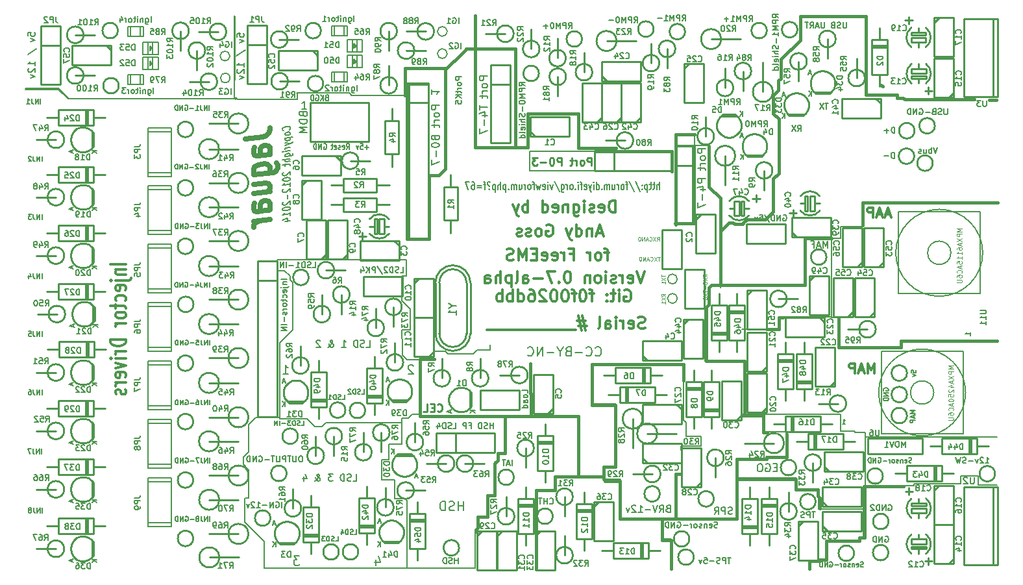
<source format=gbo>
G04 (created by PCBNEW (2013-jul-07)-stable) date Sun 25 May 2014 01:03:41 AM EDT*
%MOIN*%
G04 Gerber Fmt 3.4, Leading zero omitted, Abs format*
%FSLAX34Y34*%
G01*
G70*
G90*
G04 APERTURE LIST*
%ADD10C,0.00393701*%
%ADD11C,0.007*%
%ADD12C,0.00787402*%
%ADD13C,0.015*%
%ADD14C,0.005*%
%ADD15C,0.0045*%
%ADD16C,0.012*%
%ADD17C,0.01*%
%ADD18C,0.0075*%
%ADD19C,0.025*%
%ADD20C,0.006*%
%ADD21C,0.008*%
%ADD22C,0.00708661*%
%ADD23C,0.004*%
%ADD24C,0.00590551*%
%ADD25C,0.00669291*%
G04 APERTURE END LIST*
G54D10*
G54D11*
X33747Y-27864D02*
X33724Y-27841D01*
X33679Y-27819D01*
X33567Y-27819D01*
X33522Y-27841D01*
X33499Y-27864D01*
X33477Y-27909D01*
X33477Y-27954D01*
X33499Y-28021D01*
X33769Y-28291D01*
X33477Y-28291D01*
X27040Y-28291D02*
X27310Y-28291D01*
X27175Y-28291D02*
X27175Y-27819D01*
X27220Y-27886D01*
X27265Y-27931D01*
X27310Y-27954D01*
X31829Y-37799D02*
X31829Y-38114D01*
X31941Y-37619D02*
X32054Y-37956D01*
X31761Y-37956D01*
X27903Y-37622D02*
X27611Y-37622D01*
X27768Y-37802D01*
X27701Y-37802D01*
X27656Y-37824D01*
X27633Y-37847D01*
X27611Y-37892D01*
X27611Y-38004D01*
X27633Y-38049D01*
X27656Y-38072D01*
X27701Y-38094D01*
X27836Y-38094D01*
X27881Y-38072D01*
X27903Y-38049D01*
G54D12*
X27785Y-13858D02*
X27795Y-13858D01*
X27785Y-14192D02*
X27785Y-13858D01*
X37696Y-27037D02*
X37696Y-26791D01*
X37017Y-27037D02*
X37696Y-27037D01*
X36811Y-27244D02*
X37017Y-27037D01*
X35521Y-27244D02*
X36811Y-27244D01*
X35393Y-27116D02*
X35521Y-27244D01*
X34803Y-27116D02*
X35393Y-27116D01*
X34803Y-27509D02*
X34803Y-27116D01*
X33435Y-27549D02*
X34045Y-27549D01*
X33198Y-27312D02*
X33435Y-27549D01*
X33198Y-26505D02*
X33198Y-27312D01*
X33149Y-26456D02*
X33198Y-26505D01*
X33149Y-25994D02*
X33149Y-26456D01*
X33602Y-25994D02*
X33149Y-25994D01*
X33602Y-24940D02*
X33602Y-25994D01*
X33169Y-24507D02*
X33602Y-24940D01*
X33169Y-23228D02*
X33169Y-24507D01*
X33395Y-23228D02*
X33169Y-23228D01*
X33395Y-22401D02*
X33395Y-23228D01*
X26761Y-22401D02*
X33395Y-22401D01*
X26761Y-22490D02*
X26761Y-22401D01*
X26771Y-22962D02*
X26771Y-22972D01*
X27125Y-22962D02*
X26771Y-22962D01*
X27135Y-22972D02*
X27125Y-22962D01*
X27421Y-23257D02*
X27135Y-22972D01*
X27421Y-23454D02*
X27421Y-23257D01*
X27559Y-23592D02*
X27421Y-23454D01*
X27559Y-26003D02*
X27559Y-23592D01*
X26899Y-26663D02*
X27559Y-26003D01*
X26899Y-30492D02*
X26899Y-26663D01*
X29242Y-30767D02*
X33129Y-30767D01*
X29045Y-30964D02*
X29242Y-30767D01*
X28671Y-30964D02*
X29045Y-30964D01*
X28277Y-30570D02*
X28671Y-30964D01*
X26899Y-30570D02*
X28277Y-30570D01*
X26899Y-30511D02*
X26899Y-30570D01*
X25649Y-30511D02*
X26899Y-30511D01*
X25275Y-30885D02*
X25649Y-30511D01*
X25275Y-32263D02*
X25275Y-30885D01*
X25009Y-32529D02*
X25275Y-32263D01*
X25009Y-32913D02*
X25009Y-32529D01*
X25295Y-33198D02*
X25009Y-32913D01*
X25295Y-34645D02*
X25295Y-33198D01*
X25118Y-34645D02*
X25295Y-34645D01*
X25098Y-34665D02*
X25118Y-34645D01*
X25098Y-35885D02*
X25098Y-34665D01*
X26082Y-36870D02*
X25098Y-35885D01*
X26082Y-38257D02*
X26082Y-36870D01*
X27677Y-38257D02*
X26082Y-38257D01*
X33415Y-34773D02*
X33415Y-38248D01*
X33316Y-34675D02*
X33415Y-34773D01*
X33257Y-34675D02*
X33316Y-34675D01*
X32785Y-34675D02*
X33257Y-34675D01*
X32785Y-33710D02*
X32785Y-34675D01*
X32125Y-33710D02*
X32785Y-33710D01*
X32125Y-32667D02*
X32125Y-33710D01*
X32490Y-32667D02*
X32125Y-32667D01*
X32490Y-31879D02*
X32490Y-32667D01*
X33139Y-31879D02*
X32490Y-31879D01*
X33139Y-30531D02*
X33139Y-31879D01*
X33484Y-30531D02*
X33139Y-30531D01*
X33671Y-30344D02*
X33484Y-30531D01*
X34035Y-30344D02*
X33671Y-30344D01*
G54D11*
X31335Y-26895D02*
X31504Y-26895D01*
X31504Y-26541D01*
X31234Y-26878D02*
X31183Y-26895D01*
X31099Y-26895D01*
X31065Y-26878D01*
X31048Y-26861D01*
X31032Y-26827D01*
X31032Y-26794D01*
X31048Y-26760D01*
X31065Y-26743D01*
X31099Y-26726D01*
X31167Y-26709D01*
X31200Y-26692D01*
X31217Y-26676D01*
X31234Y-26642D01*
X31234Y-26608D01*
X31217Y-26574D01*
X31200Y-26557D01*
X31167Y-26541D01*
X31082Y-26541D01*
X31032Y-26557D01*
X30880Y-26895D02*
X30880Y-26541D01*
X30795Y-26541D01*
X30745Y-26557D01*
X30711Y-26591D01*
X30694Y-26625D01*
X30677Y-26692D01*
X30677Y-26743D01*
X30694Y-26811D01*
X30711Y-26844D01*
X30745Y-26878D01*
X30795Y-26895D01*
X30880Y-26895D01*
X30070Y-26895D02*
X30272Y-26895D01*
X30171Y-26895D02*
X30171Y-26541D01*
X30205Y-26591D01*
X30239Y-26625D01*
X30272Y-26642D01*
X29361Y-26895D02*
X29378Y-26895D01*
X29412Y-26878D01*
X29462Y-26827D01*
X29547Y-26726D01*
X29580Y-26676D01*
X29597Y-26625D01*
X29597Y-26591D01*
X29580Y-26557D01*
X29547Y-26541D01*
X29530Y-26541D01*
X29496Y-26557D01*
X29479Y-26591D01*
X29479Y-26608D01*
X29496Y-26642D01*
X29513Y-26659D01*
X29614Y-26726D01*
X29631Y-26743D01*
X29648Y-26777D01*
X29648Y-26827D01*
X29631Y-26861D01*
X29614Y-26878D01*
X29580Y-26895D01*
X29530Y-26895D01*
X29496Y-26878D01*
X29479Y-26861D01*
X29429Y-26794D01*
X29412Y-26743D01*
X29412Y-26709D01*
X28956Y-26574D02*
X28939Y-26557D01*
X28906Y-26541D01*
X28821Y-26541D01*
X28787Y-26557D01*
X28771Y-26574D01*
X28754Y-26608D01*
X28754Y-26642D01*
X28771Y-26692D01*
X28973Y-26895D01*
X28754Y-26895D01*
X30656Y-33765D02*
X30825Y-33765D01*
X30825Y-33411D01*
X30555Y-33748D02*
X30504Y-33765D01*
X30420Y-33765D01*
X30386Y-33748D01*
X30369Y-33731D01*
X30352Y-33697D01*
X30352Y-33664D01*
X30369Y-33630D01*
X30386Y-33613D01*
X30420Y-33596D01*
X30487Y-33579D01*
X30521Y-33562D01*
X30538Y-33546D01*
X30555Y-33512D01*
X30555Y-33478D01*
X30538Y-33444D01*
X30521Y-33428D01*
X30487Y-33411D01*
X30403Y-33411D01*
X30352Y-33428D01*
X30201Y-33765D02*
X30201Y-33411D01*
X30116Y-33411D01*
X30066Y-33428D01*
X30032Y-33461D01*
X30015Y-33495D01*
X29998Y-33562D01*
X29998Y-33613D01*
X30015Y-33681D01*
X30032Y-33714D01*
X30066Y-33748D01*
X30116Y-33765D01*
X30201Y-33765D01*
X29610Y-33411D02*
X29391Y-33411D01*
X29509Y-33546D01*
X29458Y-33546D01*
X29424Y-33562D01*
X29408Y-33579D01*
X29391Y-33613D01*
X29391Y-33697D01*
X29408Y-33731D01*
X29424Y-33748D01*
X29458Y-33765D01*
X29559Y-33765D01*
X29593Y-33748D01*
X29610Y-33731D01*
X28682Y-33765D02*
X28699Y-33765D01*
X28733Y-33748D01*
X28783Y-33697D01*
X28868Y-33596D01*
X28901Y-33546D01*
X28918Y-33495D01*
X28918Y-33461D01*
X28901Y-33428D01*
X28868Y-33411D01*
X28851Y-33411D01*
X28817Y-33428D01*
X28800Y-33461D01*
X28800Y-33478D01*
X28817Y-33512D01*
X28834Y-33529D01*
X28935Y-33596D01*
X28952Y-33613D01*
X28969Y-33647D01*
X28969Y-33697D01*
X28952Y-33731D01*
X28935Y-33748D01*
X28901Y-33765D01*
X28851Y-33765D01*
X28817Y-33748D01*
X28800Y-33731D01*
X28750Y-33664D01*
X28733Y-33613D01*
X28733Y-33579D01*
X28108Y-33529D02*
X28108Y-33765D01*
X28193Y-33394D02*
X28277Y-33647D01*
X28058Y-33647D01*
X36324Y-35289D02*
X36324Y-34817D01*
X36324Y-35042D02*
X36054Y-35042D01*
X36054Y-35289D02*
X36054Y-34817D01*
X35852Y-35267D02*
X35784Y-35289D01*
X35672Y-35289D01*
X35627Y-35267D01*
X35604Y-35244D01*
X35582Y-35199D01*
X35582Y-35154D01*
X35604Y-35109D01*
X35627Y-35087D01*
X35672Y-35064D01*
X35762Y-35042D01*
X35807Y-35019D01*
X35829Y-34997D01*
X35852Y-34952D01*
X35852Y-34907D01*
X35829Y-34862D01*
X35807Y-34839D01*
X35762Y-34817D01*
X35649Y-34817D01*
X35582Y-34839D01*
X35379Y-35289D02*
X35379Y-34817D01*
X35267Y-34817D01*
X35199Y-34839D01*
X35154Y-34884D01*
X35132Y-34929D01*
X35109Y-35019D01*
X35109Y-35087D01*
X35132Y-35177D01*
X35154Y-35222D01*
X35199Y-35267D01*
X35267Y-35289D01*
X35379Y-35289D01*
G54D12*
X43103Y-27311D02*
X43125Y-27334D01*
X43193Y-27356D01*
X43238Y-27356D01*
X43305Y-27334D01*
X43350Y-27289D01*
X43373Y-27244D01*
X43395Y-27154D01*
X43395Y-27086D01*
X43373Y-26996D01*
X43350Y-26951D01*
X43305Y-26906D01*
X43238Y-26884D01*
X43193Y-26884D01*
X43125Y-26906D01*
X43103Y-26929D01*
X42630Y-27311D02*
X42653Y-27334D01*
X42720Y-27356D01*
X42765Y-27356D01*
X42833Y-27334D01*
X42878Y-27289D01*
X42900Y-27244D01*
X42923Y-27154D01*
X42923Y-27086D01*
X42900Y-26996D01*
X42878Y-26951D01*
X42833Y-26906D01*
X42765Y-26884D01*
X42720Y-26884D01*
X42653Y-26906D01*
X42630Y-26929D01*
X42428Y-27176D02*
X42068Y-27176D01*
X41685Y-27109D02*
X41618Y-27131D01*
X41595Y-27154D01*
X41573Y-27199D01*
X41573Y-27266D01*
X41595Y-27311D01*
X41618Y-27334D01*
X41663Y-27356D01*
X41843Y-27356D01*
X41843Y-26884D01*
X41685Y-26884D01*
X41640Y-26906D01*
X41618Y-26929D01*
X41595Y-26974D01*
X41595Y-27019D01*
X41618Y-27064D01*
X41640Y-27086D01*
X41685Y-27109D01*
X41843Y-27109D01*
X41280Y-27131D02*
X41280Y-27356D01*
X41438Y-26884D02*
X41280Y-27131D01*
X41123Y-26884D01*
X40965Y-27176D02*
X40606Y-27176D01*
X40381Y-27356D02*
X40381Y-26884D01*
X40111Y-27356D01*
X40111Y-26884D01*
X39616Y-27311D02*
X39638Y-27334D01*
X39706Y-27356D01*
X39751Y-27356D01*
X39818Y-27334D01*
X39863Y-27289D01*
X39886Y-27244D01*
X39908Y-27154D01*
X39908Y-27086D01*
X39886Y-26996D01*
X39863Y-26951D01*
X39818Y-26906D01*
X39751Y-26884D01*
X39706Y-26884D01*
X39638Y-26906D01*
X39616Y-26929D01*
G54D13*
X53838Y-21318D02*
X55206Y-21318D01*
X38452Y-31181D02*
X38452Y-30437D01*
X34074Y-30433D02*
X39779Y-30433D01*
X34074Y-27515D02*
X34074Y-30433D01*
X34811Y-27515D02*
X34074Y-27515D01*
X39775Y-30429D02*
X39799Y-30429D01*
X39775Y-29279D02*
X39775Y-30429D01*
G54D14*
X37850Y-31076D02*
X37850Y-30776D01*
X37850Y-30919D02*
X37678Y-30919D01*
X37678Y-31076D02*
X37678Y-30776D01*
X37550Y-31061D02*
X37507Y-31076D01*
X37436Y-31076D01*
X37407Y-31061D01*
X37393Y-31047D01*
X37378Y-31019D01*
X37378Y-30990D01*
X37393Y-30961D01*
X37407Y-30947D01*
X37436Y-30933D01*
X37493Y-30919D01*
X37521Y-30904D01*
X37536Y-30890D01*
X37550Y-30861D01*
X37550Y-30833D01*
X37536Y-30804D01*
X37521Y-30790D01*
X37493Y-30776D01*
X37421Y-30776D01*
X37378Y-30790D01*
X37250Y-31076D02*
X37250Y-30776D01*
X37178Y-30776D01*
X37136Y-30790D01*
X37107Y-30819D01*
X37093Y-30847D01*
X37078Y-30904D01*
X37078Y-30947D01*
X37093Y-31004D01*
X37107Y-31033D01*
X37136Y-31061D01*
X37178Y-31076D01*
X37250Y-31076D01*
X36621Y-30919D02*
X36721Y-30919D01*
X36721Y-31076D02*
X36721Y-30776D01*
X36578Y-30776D01*
X36464Y-31076D02*
X36464Y-30776D01*
X36350Y-30776D01*
X36321Y-30790D01*
X36307Y-30804D01*
X36293Y-30833D01*
X36293Y-30876D01*
X36307Y-30904D01*
X36321Y-30919D01*
X36350Y-30933D01*
X36464Y-30933D01*
X35793Y-31076D02*
X35936Y-31076D01*
X35936Y-30776D01*
X35707Y-31061D02*
X35664Y-31076D01*
X35593Y-31076D01*
X35564Y-31061D01*
X35550Y-31047D01*
X35536Y-31019D01*
X35536Y-30990D01*
X35550Y-30961D01*
X35564Y-30947D01*
X35593Y-30933D01*
X35650Y-30919D01*
X35678Y-30904D01*
X35693Y-30890D01*
X35707Y-30861D01*
X35707Y-30833D01*
X35693Y-30804D01*
X35678Y-30790D01*
X35650Y-30776D01*
X35578Y-30776D01*
X35536Y-30790D01*
X35407Y-31076D02*
X35407Y-30776D01*
X35336Y-30776D01*
X35293Y-30790D01*
X35264Y-30819D01*
X35250Y-30847D01*
X35236Y-30904D01*
X35236Y-30947D01*
X35250Y-31004D01*
X35264Y-31033D01*
X35293Y-31061D01*
X35336Y-31076D01*
X35407Y-31076D01*
X34978Y-30876D02*
X34978Y-31076D01*
X35050Y-30761D02*
X35121Y-30976D01*
X34936Y-30976D01*
G54D12*
X30567Y-13981D02*
X33335Y-13981D01*
X27768Y-14189D02*
X24724Y-14189D01*
G54D11*
X47020Y-16830D02*
X39720Y-16830D01*
G54D13*
X48925Y-18661D02*
X48925Y-18393D01*
X49515Y-19251D02*
X48925Y-18661D01*
X49515Y-20885D02*
X49515Y-19251D01*
G54D14*
X62353Y-26295D02*
X62353Y-26152D01*
X62353Y-26224D02*
X62103Y-26224D01*
X62138Y-26200D01*
X62162Y-26176D01*
X62174Y-26152D01*
G54D13*
X58772Y-26571D02*
X63724Y-26571D01*
X58772Y-26905D02*
X58772Y-26571D01*
G54D14*
X55778Y-30849D02*
X55921Y-30849D01*
X55850Y-30849D02*
X55850Y-30599D01*
X55873Y-30634D01*
X55897Y-30658D01*
X55921Y-30670D01*
G54D13*
X57000Y-26905D02*
X58779Y-26905D01*
X57071Y-26905D02*
X55587Y-26905D01*
X53610Y-9905D02*
X56980Y-9905D01*
X53610Y-11138D02*
X53610Y-9905D01*
X52630Y-12118D02*
X53610Y-11138D01*
X52630Y-13082D02*
X52630Y-12118D01*
X52610Y-13102D02*
X52630Y-13082D01*
X52492Y-13220D02*
X52610Y-13102D01*
X52492Y-13712D02*
X52492Y-13220D01*
X52212Y-13992D02*
X52492Y-13712D01*
X52212Y-14897D02*
X52212Y-13992D01*
X52504Y-15189D02*
X52212Y-14897D01*
X52504Y-17988D02*
X52504Y-15189D01*
X52232Y-18260D02*
X52504Y-17988D01*
X52232Y-19930D02*
X52232Y-18260D01*
X51831Y-20331D02*
X52232Y-19930D01*
X50894Y-20331D02*
X51831Y-20331D01*
X50733Y-20492D02*
X50894Y-20331D01*
X50638Y-20587D02*
X50733Y-20492D01*
X50244Y-20587D02*
X50638Y-20587D01*
X50161Y-20504D02*
X50244Y-20587D01*
X49952Y-20504D02*
X50161Y-20504D01*
X49539Y-20917D02*
X49952Y-20504D01*
G54D15*
X46404Y-22262D02*
X46289Y-22262D01*
X46346Y-22462D02*
X46346Y-22262D01*
X46242Y-22262D02*
X46108Y-22462D01*
X46108Y-22262D02*
X46242Y-22462D01*
X45918Y-22443D02*
X45927Y-22453D01*
X45956Y-22462D01*
X45975Y-22462D01*
X46004Y-22453D01*
X46023Y-22434D01*
X46032Y-22415D01*
X46042Y-22377D01*
X46042Y-22348D01*
X46032Y-22310D01*
X46023Y-22291D01*
X46004Y-22272D01*
X45975Y-22262D01*
X45956Y-22262D01*
X45927Y-22272D01*
X45918Y-22282D01*
X45842Y-22405D02*
X45746Y-22405D01*
X45861Y-22462D02*
X45794Y-22262D01*
X45727Y-22462D01*
X45661Y-22462D02*
X45661Y-22262D01*
X45546Y-22462D01*
X45546Y-22262D01*
X45413Y-22262D02*
X45394Y-22262D01*
X45375Y-22272D01*
X45365Y-22282D01*
X45356Y-22301D01*
X45346Y-22339D01*
X45346Y-22386D01*
X45356Y-22424D01*
X45365Y-22443D01*
X45375Y-22453D01*
X45394Y-22462D01*
X45413Y-22462D01*
X45432Y-22453D01*
X45442Y-22443D01*
X45451Y-22424D01*
X45461Y-22386D01*
X45461Y-22339D01*
X45451Y-22301D01*
X45442Y-22282D01*
X45432Y-22272D01*
X45413Y-22262D01*
X46265Y-21438D02*
X46331Y-21343D01*
X46379Y-21438D02*
X46379Y-21238D01*
X46303Y-21238D01*
X46284Y-21248D01*
X46274Y-21258D01*
X46265Y-21277D01*
X46265Y-21305D01*
X46274Y-21324D01*
X46284Y-21334D01*
X46303Y-21343D01*
X46379Y-21343D01*
X46198Y-21238D02*
X46065Y-21438D01*
X46065Y-21238D02*
X46198Y-21438D01*
X45874Y-21419D02*
X45884Y-21429D01*
X45912Y-21438D01*
X45931Y-21438D01*
X45960Y-21429D01*
X45979Y-21410D01*
X45988Y-21391D01*
X45998Y-21353D01*
X45998Y-21324D01*
X45988Y-21286D01*
X45979Y-21267D01*
X45960Y-21248D01*
X45931Y-21238D01*
X45912Y-21238D01*
X45884Y-21248D01*
X45874Y-21258D01*
X45798Y-21381D02*
X45703Y-21381D01*
X45817Y-21438D02*
X45750Y-21238D01*
X45684Y-21438D01*
X45617Y-21438D02*
X45617Y-21238D01*
X45503Y-21438D01*
X45503Y-21238D01*
X45369Y-21238D02*
X45350Y-21238D01*
X45331Y-21248D01*
X45322Y-21258D01*
X45312Y-21277D01*
X45303Y-21315D01*
X45303Y-21362D01*
X45312Y-21400D01*
X45322Y-21419D01*
X45331Y-21429D01*
X45350Y-21438D01*
X45369Y-21438D01*
X45388Y-21429D01*
X45398Y-21419D01*
X45407Y-21400D01*
X45417Y-21362D01*
X45417Y-21315D01*
X45407Y-21277D01*
X45398Y-21258D01*
X45388Y-21248D01*
X45369Y-21238D01*
G54D14*
X14691Y-35396D02*
X14691Y-35146D01*
X14572Y-35396D02*
X14572Y-35146D01*
X14429Y-35396D01*
X14429Y-35146D01*
X14238Y-35146D02*
X14238Y-35324D01*
X14250Y-35360D01*
X14274Y-35384D01*
X14310Y-35396D01*
X14334Y-35396D01*
X14084Y-35253D02*
X14107Y-35241D01*
X14119Y-35229D01*
X14131Y-35205D01*
X14131Y-35193D01*
X14119Y-35170D01*
X14107Y-35158D01*
X14084Y-35146D01*
X14036Y-35146D01*
X14012Y-35158D01*
X14000Y-35170D01*
X13988Y-35193D01*
X13988Y-35205D01*
X14000Y-35229D01*
X14012Y-35241D01*
X14036Y-35253D01*
X14084Y-35253D01*
X14107Y-35265D01*
X14119Y-35277D01*
X14131Y-35300D01*
X14131Y-35348D01*
X14119Y-35372D01*
X14107Y-35384D01*
X14084Y-35396D01*
X14036Y-35396D01*
X14012Y-35384D01*
X14000Y-35372D01*
X13988Y-35348D01*
X13988Y-35300D01*
X14000Y-35277D01*
X14012Y-35265D01*
X14036Y-35253D01*
X14660Y-32373D02*
X14660Y-32123D01*
X14541Y-32373D02*
X14541Y-32123D01*
X14398Y-32373D01*
X14398Y-32123D01*
X14207Y-32123D02*
X14207Y-32301D01*
X14219Y-32337D01*
X14243Y-32361D01*
X14279Y-32373D01*
X14303Y-32373D01*
X14112Y-32123D02*
X13945Y-32123D01*
X14053Y-32373D01*
X14684Y-29329D02*
X14684Y-29079D01*
X14565Y-29329D02*
X14565Y-29079D01*
X14422Y-29329D01*
X14422Y-29079D01*
X14231Y-29079D02*
X14231Y-29257D01*
X14243Y-29293D01*
X14267Y-29317D01*
X14303Y-29329D01*
X14327Y-29329D01*
X14005Y-29079D02*
X14053Y-29079D01*
X14077Y-29091D01*
X14088Y-29103D01*
X14112Y-29138D01*
X14124Y-29186D01*
X14124Y-29281D01*
X14112Y-29305D01*
X14100Y-29317D01*
X14077Y-29329D01*
X14029Y-29329D01*
X14005Y-29317D01*
X13993Y-29305D01*
X13981Y-29281D01*
X13981Y-29222D01*
X13993Y-29198D01*
X14005Y-29186D01*
X14029Y-29174D01*
X14077Y-29174D01*
X14100Y-29186D01*
X14112Y-29198D01*
X14124Y-29222D01*
X14684Y-26341D02*
X14684Y-26091D01*
X14565Y-26341D02*
X14565Y-26091D01*
X14422Y-26341D01*
X14422Y-26091D01*
X14231Y-26091D02*
X14231Y-26269D01*
X14243Y-26305D01*
X14267Y-26329D01*
X14303Y-26341D01*
X14327Y-26341D01*
X13993Y-26091D02*
X14112Y-26091D01*
X14124Y-26210D01*
X14112Y-26198D01*
X14088Y-26186D01*
X14029Y-26186D01*
X14005Y-26198D01*
X13993Y-26210D01*
X13981Y-26234D01*
X13981Y-26293D01*
X13993Y-26317D01*
X14005Y-26329D01*
X14029Y-26341D01*
X14088Y-26341D01*
X14112Y-26329D01*
X14124Y-26317D01*
X14680Y-23361D02*
X14680Y-23111D01*
X14561Y-23361D02*
X14561Y-23111D01*
X14418Y-23361D01*
X14418Y-23111D01*
X14227Y-23111D02*
X14227Y-23289D01*
X14239Y-23325D01*
X14263Y-23349D01*
X14299Y-23361D01*
X14323Y-23361D01*
X14001Y-23194D02*
X14001Y-23361D01*
X14061Y-23099D02*
X14120Y-23277D01*
X13965Y-23277D01*
X14687Y-20329D02*
X14687Y-20079D01*
X14568Y-20329D02*
X14568Y-20079D01*
X14425Y-20329D01*
X14425Y-20079D01*
X14234Y-20079D02*
X14234Y-20257D01*
X14246Y-20293D01*
X14270Y-20317D01*
X14306Y-20329D01*
X14330Y-20329D01*
X14139Y-20079D02*
X13984Y-20079D01*
X14068Y-20174D01*
X14032Y-20174D01*
X14008Y-20186D01*
X13996Y-20198D01*
X13984Y-20222D01*
X13984Y-20281D01*
X13996Y-20305D01*
X14008Y-20317D01*
X14032Y-20329D01*
X14103Y-20329D01*
X14127Y-20317D01*
X14139Y-20305D01*
X14676Y-17357D02*
X14676Y-17107D01*
X14557Y-17357D02*
X14557Y-17107D01*
X14414Y-17357D01*
X14414Y-17107D01*
X14223Y-17107D02*
X14223Y-17285D01*
X14235Y-17321D01*
X14259Y-17345D01*
X14295Y-17357D01*
X14319Y-17357D01*
X14116Y-17131D02*
X14104Y-17119D01*
X14080Y-17107D01*
X14021Y-17107D01*
X13997Y-17119D01*
X13985Y-17131D01*
X13973Y-17154D01*
X13973Y-17178D01*
X13985Y-17214D01*
X14128Y-17357D01*
X13973Y-17357D01*
X14601Y-14400D02*
X14601Y-14150D01*
X14482Y-14400D02*
X14482Y-14150D01*
X14339Y-14400D01*
X14339Y-14150D01*
X14148Y-14150D02*
X14148Y-14328D01*
X14160Y-14364D01*
X14184Y-14388D01*
X14220Y-14400D01*
X14244Y-14400D01*
X13898Y-14400D02*
X14041Y-14400D01*
X13970Y-14400D02*
X13970Y-14150D01*
X13994Y-14185D01*
X14017Y-14209D01*
X14041Y-14221D01*
G54D13*
X36457Y-11590D02*
X36902Y-11590D01*
X36413Y-11634D02*
X36457Y-11590D01*
X35842Y-12205D02*
X36413Y-11634D01*
X58976Y-14192D02*
X62543Y-14192D01*
X58894Y-14110D02*
X58976Y-14192D01*
X58575Y-14110D02*
X58894Y-14110D01*
X58575Y-13929D02*
X58575Y-14110D01*
X56980Y-13929D02*
X58575Y-13929D01*
X56980Y-9902D02*
X56980Y-13929D01*
X35464Y-12583D02*
X35354Y-12583D01*
X35827Y-12220D02*
X35464Y-12583D01*
X33421Y-13362D02*
X34480Y-13362D01*
X33421Y-21327D02*
X33421Y-13362D01*
X34547Y-21327D02*
X33421Y-21327D01*
X34547Y-18063D02*
X34547Y-21327D01*
X35055Y-18063D02*
X34547Y-18063D01*
X35378Y-17740D02*
X35055Y-18063D01*
X35378Y-12591D02*
X35378Y-17740D01*
X35264Y-12591D02*
X35378Y-12591D01*
X33335Y-12591D02*
X35264Y-12591D01*
X33335Y-13981D02*
X33335Y-12591D01*
G54D12*
X24626Y-14091D02*
X24626Y-14165D01*
X24724Y-14189D02*
X24626Y-14091D01*
X15520Y-13661D02*
X13831Y-13661D01*
X16016Y-14157D02*
X15520Y-13661D01*
X24563Y-14157D02*
X16016Y-14157D01*
X24563Y-9870D02*
X24563Y-14157D01*
G54D13*
X56823Y-19480D02*
X56823Y-20654D01*
X63748Y-19480D02*
X56823Y-19480D01*
X48933Y-18405D02*
X48933Y-16598D01*
X48134Y-20547D02*
X48134Y-16575D01*
X47193Y-20547D02*
X48134Y-20547D01*
X47209Y-15972D02*
X48193Y-15972D01*
X47209Y-20598D02*
X47209Y-15972D01*
X47012Y-16858D02*
X47012Y-17878D01*
X43102Y-16858D02*
X47012Y-16858D01*
X42228Y-16673D02*
X44150Y-16673D01*
X42228Y-14905D02*
X42228Y-16673D01*
X39626Y-14905D02*
X42228Y-14905D01*
X39626Y-16630D02*
X39626Y-14905D01*
X38968Y-16630D02*
X39626Y-16630D01*
X38980Y-11583D02*
X36980Y-11583D01*
X38980Y-16630D02*
X38980Y-11583D01*
X36925Y-16630D02*
X38980Y-16630D01*
X36925Y-9890D02*
X36925Y-16630D01*
X63315Y-14201D02*
X63701Y-14201D01*
X57768Y-13429D02*
X57846Y-13507D01*
X49520Y-23653D02*
X49520Y-20886D01*
X53850Y-23697D02*
X53850Y-21405D01*
X49051Y-23697D02*
X53850Y-23697D01*
X48921Y-23827D02*
X49051Y-23697D01*
X48921Y-24712D02*
X48921Y-23827D01*
X48775Y-24858D02*
X48921Y-24712D01*
X48775Y-27606D02*
X48775Y-24858D01*
X50756Y-27606D02*
X48775Y-27606D01*
X50764Y-30358D02*
X50764Y-27598D01*
X52504Y-25378D02*
X52720Y-25378D01*
X52504Y-25968D02*
X52504Y-25378D01*
X51882Y-25968D02*
X52504Y-25968D01*
X55598Y-26913D02*
X55598Y-25405D01*
X36996Y-36374D02*
X36976Y-36374D01*
X36996Y-36228D02*
X36996Y-36374D01*
X37043Y-36181D02*
X36996Y-36228D01*
X37043Y-35622D02*
X37043Y-36181D01*
X37563Y-35622D02*
X37043Y-35622D01*
X37563Y-34516D02*
X37563Y-35622D01*
X37924Y-34516D02*
X37563Y-34516D01*
X37924Y-32890D02*
X37924Y-34516D01*
X38094Y-32720D02*
X37924Y-32890D01*
X38094Y-32342D02*
X38094Y-32720D01*
X38453Y-32342D02*
X38094Y-32342D01*
X38453Y-31157D02*
X38453Y-32342D01*
X47228Y-33417D02*
X47445Y-33417D01*
X47228Y-35669D02*
X47228Y-33417D01*
X46524Y-36795D02*
X46524Y-35736D01*
X46972Y-36795D02*
X46524Y-36795D01*
X46972Y-38268D02*
X46972Y-36795D01*
X54614Y-34633D02*
X54614Y-35165D01*
X54508Y-34527D02*
X54614Y-34633D01*
X54508Y-34220D02*
X54508Y-34527D01*
X53398Y-34220D02*
X54508Y-34220D01*
X53398Y-33665D02*
X53398Y-34220D01*
X50386Y-33665D02*
X53398Y-33665D01*
X56909Y-34051D02*
X58933Y-34051D01*
X56909Y-36669D02*
X56909Y-34051D01*
X56642Y-36669D02*
X56909Y-36669D01*
X56642Y-36854D02*
X56642Y-36669D01*
X54945Y-36854D02*
X56642Y-36854D01*
X54945Y-37803D02*
X54945Y-36854D01*
X54610Y-37803D02*
X54945Y-37803D01*
X54539Y-37874D02*
X54610Y-37803D01*
X54098Y-37874D02*
X54539Y-37874D01*
X54098Y-38291D02*
X54098Y-37874D01*
X51728Y-31268D02*
X51921Y-31268D01*
X51728Y-30398D02*
X51728Y-31268D01*
X50681Y-30398D02*
X51728Y-30398D01*
X52921Y-32551D02*
X52921Y-31362D01*
X51901Y-32551D02*
X52921Y-32551D01*
X51901Y-32657D02*
X51901Y-32551D01*
X50358Y-32657D02*
X51901Y-32657D01*
X50358Y-35697D02*
X50358Y-32657D01*
X44358Y-35697D02*
X50358Y-35697D01*
X44358Y-33764D02*
X44358Y-35697D01*
X43599Y-33764D02*
X44358Y-33764D01*
X43543Y-33708D02*
X43599Y-33764D01*
X43520Y-33685D02*
X43543Y-33708D01*
X43520Y-33531D02*
X43520Y-33685D01*
X47614Y-27776D02*
X47614Y-28594D01*
X42925Y-27776D02*
X47614Y-27776D01*
X42925Y-29866D02*
X42925Y-27776D01*
X44118Y-29866D02*
X42925Y-29866D01*
X44118Y-33055D02*
X44118Y-29866D01*
X43527Y-33055D02*
X44118Y-33055D01*
X43527Y-33547D02*
X43527Y-33055D01*
X42216Y-33547D02*
X43527Y-33547D01*
X40039Y-34228D02*
X40039Y-38315D01*
X41016Y-34228D02*
X40039Y-34228D01*
X41016Y-33551D02*
X41016Y-34228D01*
X42228Y-33551D02*
X41016Y-33551D01*
X42228Y-30437D02*
X42228Y-33551D01*
X39831Y-30437D02*
X42228Y-30437D01*
X39768Y-27732D02*
X39768Y-29279D01*
X39783Y-30429D02*
X39819Y-30429D01*
G54D16*
X45604Y-22999D02*
X45404Y-23599D01*
X45204Y-22999D01*
X44776Y-23570D02*
X44833Y-23599D01*
X44947Y-23599D01*
X45004Y-23570D01*
X45033Y-23513D01*
X45033Y-23284D01*
X45004Y-23227D01*
X44947Y-23199D01*
X44833Y-23199D01*
X44776Y-23227D01*
X44747Y-23284D01*
X44747Y-23342D01*
X45033Y-23399D01*
X44490Y-23599D02*
X44490Y-23199D01*
X44490Y-23313D02*
X44462Y-23256D01*
X44433Y-23227D01*
X44376Y-23199D01*
X44319Y-23199D01*
X44147Y-23570D02*
X44090Y-23599D01*
X43976Y-23599D01*
X43919Y-23570D01*
X43890Y-23513D01*
X43890Y-23484D01*
X43919Y-23427D01*
X43976Y-23399D01*
X44062Y-23399D01*
X44119Y-23370D01*
X44147Y-23313D01*
X44147Y-23284D01*
X44119Y-23227D01*
X44062Y-23199D01*
X43976Y-23199D01*
X43919Y-23227D01*
X43633Y-23599D02*
X43633Y-23199D01*
X43633Y-22999D02*
X43662Y-23027D01*
X43633Y-23056D01*
X43604Y-23027D01*
X43633Y-22999D01*
X43633Y-23056D01*
X43262Y-23599D02*
X43319Y-23570D01*
X43347Y-23542D01*
X43376Y-23484D01*
X43376Y-23313D01*
X43347Y-23256D01*
X43319Y-23227D01*
X43262Y-23199D01*
X43176Y-23199D01*
X43119Y-23227D01*
X43090Y-23256D01*
X43062Y-23313D01*
X43062Y-23484D01*
X43090Y-23542D01*
X43119Y-23570D01*
X43176Y-23599D01*
X43262Y-23599D01*
X42804Y-23199D02*
X42804Y-23599D01*
X42804Y-23256D02*
X42776Y-23227D01*
X42719Y-23199D01*
X42633Y-23199D01*
X42576Y-23227D01*
X42547Y-23284D01*
X42547Y-23599D01*
X41690Y-22999D02*
X41633Y-22999D01*
X41576Y-23027D01*
X41547Y-23056D01*
X41519Y-23113D01*
X41490Y-23227D01*
X41490Y-23370D01*
X41519Y-23484D01*
X41547Y-23542D01*
X41576Y-23570D01*
X41633Y-23599D01*
X41690Y-23599D01*
X41747Y-23570D01*
X41776Y-23542D01*
X41804Y-23484D01*
X41833Y-23370D01*
X41833Y-23227D01*
X41804Y-23113D01*
X41776Y-23056D01*
X41747Y-23027D01*
X41690Y-22999D01*
X41233Y-23542D02*
X41204Y-23570D01*
X41233Y-23599D01*
X41262Y-23570D01*
X41233Y-23542D01*
X41233Y-23599D01*
X41004Y-22999D02*
X40604Y-22999D01*
X40862Y-23599D01*
X40376Y-23370D02*
X39919Y-23370D01*
X39376Y-23599D02*
X39376Y-23284D01*
X39404Y-23227D01*
X39462Y-23199D01*
X39576Y-23199D01*
X39633Y-23227D01*
X39376Y-23570D02*
X39433Y-23599D01*
X39576Y-23599D01*
X39633Y-23570D01*
X39662Y-23513D01*
X39662Y-23456D01*
X39633Y-23399D01*
X39576Y-23370D01*
X39433Y-23370D01*
X39376Y-23342D01*
X39004Y-23599D02*
X39062Y-23570D01*
X39090Y-23513D01*
X39090Y-22999D01*
X38776Y-23199D02*
X38776Y-23799D01*
X38776Y-23227D02*
X38719Y-23199D01*
X38604Y-23199D01*
X38547Y-23227D01*
X38519Y-23256D01*
X38490Y-23313D01*
X38490Y-23484D01*
X38519Y-23542D01*
X38547Y-23570D01*
X38604Y-23599D01*
X38719Y-23599D01*
X38776Y-23570D01*
X38233Y-23599D02*
X38233Y-22999D01*
X37976Y-23599D02*
X37976Y-23284D01*
X38004Y-23227D01*
X38062Y-23199D01*
X38147Y-23199D01*
X38204Y-23227D01*
X38233Y-23256D01*
X37433Y-23599D02*
X37433Y-23284D01*
X37462Y-23227D01*
X37519Y-23199D01*
X37633Y-23199D01*
X37690Y-23227D01*
X37433Y-23570D02*
X37490Y-23599D01*
X37633Y-23599D01*
X37690Y-23570D01*
X37719Y-23513D01*
X37719Y-23456D01*
X37690Y-23399D01*
X37633Y-23370D01*
X37490Y-23370D01*
X37433Y-23342D01*
X44590Y-23987D02*
X44647Y-23959D01*
X44733Y-23959D01*
X44819Y-23987D01*
X44876Y-24044D01*
X44904Y-24102D01*
X44933Y-24216D01*
X44933Y-24302D01*
X44904Y-24416D01*
X44876Y-24473D01*
X44819Y-24530D01*
X44733Y-24559D01*
X44676Y-24559D01*
X44590Y-24530D01*
X44562Y-24502D01*
X44562Y-24302D01*
X44676Y-24302D01*
X44304Y-24559D02*
X44304Y-24159D01*
X44304Y-23959D02*
X44333Y-23987D01*
X44304Y-24016D01*
X44276Y-23987D01*
X44304Y-23959D01*
X44304Y-24016D01*
X44104Y-24159D02*
X43876Y-24159D01*
X44019Y-23959D02*
X44019Y-24473D01*
X43990Y-24530D01*
X43933Y-24559D01*
X43876Y-24559D01*
X43676Y-24502D02*
X43647Y-24530D01*
X43676Y-24559D01*
X43704Y-24530D01*
X43676Y-24502D01*
X43676Y-24559D01*
X43676Y-24187D02*
X43647Y-24216D01*
X43676Y-24244D01*
X43704Y-24216D01*
X43676Y-24187D01*
X43676Y-24244D01*
X43019Y-24159D02*
X42790Y-24159D01*
X42933Y-24559D02*
X42933Y-24044D01*
X42904Y-23987D01*
X42847Y-23959D01*
X42790Y-23959D01*
X42476Y-23959D02*
X42419Y-23959D01*
X42362Y-23987D01*
X42333Y-24016D01*
X42304Y-24073D01*
X42276Y-24187D01*
X42276Y-24330D01*
X42304Y-24444D01*
X42333Y-24502D01*
X42362Y-24530D01*
X42419Y-24559D01*
X42476Y-24559D01*
X42533Y-24530D01*
X42562Y-24502D01*
X42590Y-24444D01*
X42619Y-24330D01*
X42619Y-24187D01*
X42590Y-24073D01*
X42562Y-24016D01*
X42533Y-23987D01*
X42476Y-23959D01*
X42104Y-24159D02*
X41876Y-24159D01*
X42019Y-24559D02*
X42019Y-24044D01*
X41990Y-23987D01*
X41933Y-23959D01*
X41876Y-23959D01*
X41562Y-23959D02*
X41504Y-23959D01*
X41447Y-23987D01*
X41419Y-24016D01*
X41390Y-24073D01*
X41362Y-24187D01*
X41362Y-24330D01*
X41390Y-24444D01*
X41419Y-24502D01*
X41447Y-24530D01*
X41504Y-24559D01*
X41562Y-24559D01*
X41619Y-24530D01*
X41647Y-24502D01*
X41676Y-24444D01*
X41704Y-24330D01*
X41704Y-24187D01*
X41676Y-24073D01*
X41647Y-24016D01*
X41619Y-23987D01*
X41562Y-23959D01*
X40990Y-23959D02*
X40933Y-23959D01*
X40876Y-23987D01*
X40847Y-24016D01*
X40819Y-24073D01*
X40790Y-24187D01*
X40790Y-24330D01*
X40819Y-24444D01*
X40847Y-24502D01*
X40876Y-24530D01*
X40933Y-24559D01*
X40990Y-24559D01*
X41047Y-24530D01*
X41076Y-24502D01*
X41104Y-24444D01*
X41133Y-24330D01*
X41133Y-24187D01*
X41104Y-24073D01*
X41076Y-24016D01*
X41047Y-23987D01*
X40990Y-23959D01*
X40562Y-24016D02*
X40533Y-23987D01*
X40476Y-23959D01*
X40333Y-23959D01*
X40276Y-23987D01*
X40247Y-24016D01*
X40219Y-24073D01*
X40219Y-24130D01*
X40247Y-24216D01*
X40590Y-24559D01*
X40219Y-24559D01*
X39704Y-23959D02*
X39819Y-23959D01*
X39876Y-23987D01*
X39904Y-24016D01*
X39962Y-24102D01*
X39990Y-24216D01*
X39990Y-24444D01*
X39962Y-24502D01*
X39933Y-24530D01*
X39876Y-24559D01*
X39762Y-24559D01*
X39704Y-24530D01*
X39676Y-24502D01*
X39647Y-24444D01*
X39647Y-24302D01*
X39676Y-24244D01*
X39704Y-24216D01*
X39762Y-24187D01*
X39876Y-24187D01*
X39933Y-24216D01*
X39962Y-24244D01*
X39990Y-24302D01*
X39133Y-24559D02*
X39133Y-23959D01*
X39133Y-24530D02*
X39190Y-24559D01*
X39304Y-24559D01*
X39362Y-24530D01*
X39390Y-24502D01*
X39419Y-24444D01*
X39419Y-24273D01*
X39390Y-24216D01*
X39362Y-24187D01*
X39304Y-24159D01*
X39190Y-24159D01*
X39133Y-24187D01*
X38847Y-24559D02*
X38847Y-23959D01*
X38847Y-24187D02*
X38790Y-24159D01*
X38676Y-24159D01*
X38619Y-24187D01*
X38590Y-24216D01*
X38562Y-24273D01*
X38562Y-24444D01*
X38590Y-24502D01*
X38619Y-24530D01*
X38676Y-24559D01*
X38790Y-24559D01*
X38847Y-24530D01*
X38304Y-24559D02*
X38304Y-23959D01*
X38304Y-24187D02*
X38247Y-24159D01*
X38133Y-24159D01*
X38076Y-24187D01*
X38047Y-24216D01*
X38019Y-24273D01*
X38019Y-24444D01*
X38047Y-24502D01*
X38076Y-24530D01*
X38133Y-24559D01*
X38247Y-24559D01*
X38304Y-24530D01*
X57409Y-28230D02*
X57409Y-27730D01*
X57243Y-28087D01*
X57076Y-27730D01*
X57076Y-28230D01*
X56862Y-28087D02*
X56624Y-28087D01*
X56909Y-28230D02*
X56743Y-27730D01*
X56576Y-28230D01*
X56409Y-28230D02*
X56409Y-27730D01*
X56219Y-27730D01*
X56171Y-27754D01*
X56148Y-27778D01*
X56124Y-27825D01*
X56124Y-27897D01*
X56148Y-27944D01*
X56171Y-27968D01*
X56219Y-27992D01*
X56409Y-27992D01*
X58236Y-20087D02*
X57998Y-20087D01*
X58284Y-20229D02*
X58117Y-19729D01*
X57951Y-20229D01*
X57808Y-20087D02*
X57570Y-20087D01*
X57855Y-20229D02*
X57689Y-19729D01*
X57522Y-20229D01*
X57355Y-20229D02*
X57355Y-19729D01*
X57165Y-19729D01*
X57117Y-19753D01*
X57094Y-19777D01*
X57070Y-19825D01*
X57070Y-19896D01*
X57094Y-19944D01*
X57117Y-19968D01*
X57165Y-19991D01*
X57355Y-19991D01*
G54D17*
X34978Y-30171D02*
X34997Y-30190D01*
X35055Y-30209D01*
X35093Y-30209D01*
X35150Y-30190D01*
X35188Y-30152D01*
X35207Y-30113D01*
X35226Y-30037D01*
X35226Y-29980D01*
X35207Y-29904D01*
X35188Y-29866D01*
X35150Y-29828D01*
X35093Y-29809D01*
X35055Y-29809D01*
X34997Y-29828D01*
X34978Y-29847D01*
X34807Y-29999D02*
X34674Y-29999D01*
X34616Y-30209D02*
X34807Y-30209D01*
X34807Y-29809D01*
X34616Y-29809D01*
X34255Y-30209D02*
X34445Y-30209D01*
X34445Y-29809D01*
G54D11*
X60835Y-19480D02*
X63724Y-19480D01*
X56815Y-19480D02*
X60842Y-19480D01*
X56815Y-20709D02*
X56815Y-19480D01*
X55673Y-20709D02*
X56815Y-20709D01*
X55673Y-21315D02*
X55673Y-20709D01*
X55276Y-21315D02*
X55673Y-21315D01*
X55209Y-21382D02*
X55276Y-21315D01*
X55260Y-25374D02*
X55260Y-25378D01*
X55212Y-25374D02*
X55260Y-25374D01*
X55212Y-21382D02*
X55212Y-25374D01*
X57287Y-31512D02*
X63728Y-31512D01*
X57283Y-31512D02*
X56964Y-31512D01*
X55571Y-26583D02*
X55571Y-26929D01*
X55571Y-25374D02*
X55571Y-26575D01*
X55256Y-25374D02*
X55571Y-25374D01*
X56433Y-31220D02*
X56433Y-31279D01*
X55677Y-31220D02*
X56433Y-31220D01*
X55677Y-30335D02*
X55677Y-31220D01*
X51791Y-30335D02*
X51791Y-30358D01*
X55685Y-30335D02*
X51791Y-30335D01*
X24567Y-13535D02*
X24567Y-13169D01*
X47500Y-32177D02*
X47500Y-32161D01*
X47500Y-31972D02*
X47500Y-32177D01*
X48520Y-31972D02*
X47500Y-31972D01*
X48520Y-31488D02*
X48520Y-31972D01*
X47768Y-31488D02*
X48520Y-31488D01*
X47768Y-30780D02*
X47768Y-31488D01*
X47630Y-30642D02*
X47768Y-30780D01*
X13807Y-13622D02*
X13811Y-13622D01*
X52476Y-25358D02*
X53921Y-25358D01*
X52476Y-25354D02*
X52476Y-25358D01*
X52476Y-25968D02*
X52476Y-25354D01*
X52063Y-25968D02*
X52476Y-25968D01*
G54D18*
X27395Y-15733D02*
X27414Y-15716D01*
X27433Y-15671D01*
X27433Y-15643D01*
X27414Y-15602D01*
X27376Y-15578D01*
X27338Y-15569D01*
X27262Y-15564D01*
X27204Y-15571D01*
X27128Y-15595D01*
X27090Y-15614D01*
X27052Y-15647D01*
X27033Y-15693D01*
X27033Y-15721D01*
X27052Y-15762D01*
X27071Y-15774D01*
X27433Y-15900D02*
X27414Y-15874D01*
X27395Y-15862D01*
X27357Y-15852D01*
X27243Y-15866D01*
X27204Y-15886D01*
X27185Y-15902D01*
X27166Y-15933D01*
X27166Y-15976D01*
X27185Y-16002D01*
X27204Y-16014D01*
X27243Y-16024D01*
X27357Y-16009D01*
X27395Y-15990D01*
X27414Y-15974D01*
X27433Y-15943D01*
X27433Y-15900D01*
X27166Y-16162D02*
X27566Y-16112D01*
X27185Y-16159D02*
X27166Y-16190D01*
X27166Y-16247D01*
X27185Y-16274D01*
X27204Y-16286D01*
X27243Y-16295D01*
X27357Y-16281D01*
X27395Y-16262D01*
X27414Y-16245D01*
X27433Y-16214D01*
X27433Y-16157D01*
X27414Y-16131D01*
X27166Y-16405D02*
X27433Y-16443D01*
X27166Y-16547D02*
X27433Y-16443D01*
X27528Y-16402D01*
X27547Y-16386D01*
X27566Y-16355D01*
X27433Y-16628D02*
X27166Y-16662D01*
X27243Y-16652D02*
X27204Y-16671D01*
X27185Y-16688D01*
X27166Y-16719D01*
X27166Y-16747D01*
X27433Y-16814D02*
X27166Y-16847D01*
X27033Y-16864D02*
X27052Y-16847D01*
X27071Y-16859D01*
X27052Y-16876D01*
X27033Y-16864D01*
X27071Y-16859D01*
X27166Y-17119D02*
X27490Y-17078D01*
X27528Y-17059D01*
X27547Y-17043D01*
X27566Y-17012D01*
X27566Y-16969D01*
X27547Y-16943D01*
X27414Y-17088D02*
X27433Y-17057D01*
X27433Y-17000D01*
X27414Y-16974D01*
X27395Y-16962D01*
X27357Y-16952D01*
X27243Y-16966D01*
X27204Y-16986D01*
X27185Y-17002D01*
X27166Y-17033D01*
X27166Y-17090D01*
X27185Y-17116D01*
X27433Y-17228D02*
X27033Y-17278D01*
X27433Y-17357D02*
X27224Y-17383D01*
X27185Y-17374D01*
X27166Y-17347D01*
X27166Y-17305D01*
X27185Y-17274D01*
X27204Y-17257D01*
X27166Y-17490D02*
X27166Y-17605D01*
X27033Y-17550D02*
X27376Y-17507D01*
X27414Y-17516D01*
X27433Y-17543D01*
X27433Y-17571D01*
X27071Y-17931D02*
X27052Y-17947D01*
X27033Y-17978D01*
X27033Y-18050D01*
X27052Y-18076D01*
X27071Y-18088D01*
X27109Y-18097D01*
X27147Y-18093D01*
X27204Y-18071D01*
X27433Y-17871D01*
X27433Y-18057D01*
X27033Y-18293D02*
X27033Y-18321D01*
X27052Y-18347D01*
X27071Y-18359D01*
X27109Y-18369D01*
X27185Y-18374D01*
X27281Y-18362D01*
X27357Y-18338D01*
X27395Y-18319D01*
X27414Y-18302D01*
X27433Y-18271D01*
X27433Y-18243D01*
X27414Y-18216D01*
X27395Y-18205D01*
X27357Y-18195D01*
X27281Y-18190D01*
X27185Y-18202D01*
X27109Y-18226D01*
X27071Y-18245D01*
X27052Y-18262D01*
X27033Y-18293D01*
X27433Y-18628D02*
X27433Y-18457D01*
X27433Y-18543D02*
X27033Y-18593D01*
X27090Y-18557D01*
X27128Y-18524D01*
X27147Y-18493D01*
X27071Y-18788D02*
X27052Y-18805D01*
X27033Y-18836D01*
X27033Y-18907D01*
X27052Y-18933D01*
X27071Y-18945D01*
X27109Y-18955D01*
X27147Y-18950D01*
X27204Y-18928D01*
X27433Y-18728D01*
X27433Y-18914D01*
X27281Y-19062D02*
X27281Y-19290D01*
X27071Y-19445D02*
X27052Y-19462D01*
X27033Y-19493D01*
X27033Y-19564D01*
X27052Y-19590D01*
X27071Y-19602D01*
X27109Y-19612D01*
X27147Y-19607D01*
X27204Y-19586D01*
X27433Y-19386D01*
X27433Y-19571D01*
X27033Y-19807D02*
X27033Y-19836D01*
X27052Y-19862D01*
X27071Y-19874D01*
X27109Y-19883D01*
X27185Y-19888D01*
X27281Y-19876D01*
X27357Y-19852D01*
X27395Y-19833D01*
X27414Y-19816D01*
X27433Y-19786D01*
X27433Y-19757D01*
X27414Y-19731D01*
X27395Y-19719D01*
X27357Y-19709D01*
X27281Y-19705D01*
X27185Y-19716D01*
X27109Y-19740D01*
X27071Y-19759D01*
X27052Y-19776D01*
X27033Y-19807D01*
X27433Y-20143D02*
X27433Y-19971D01*
X27433Y-20057D02*
X27033Y-20107D01*
X27090Y-20071D01*
X27128Y-20038D01*
X27147Y-20007D01*
X27166Y-20433D02*
X27433Y-20400D01*
X27014Y-20381D02*
X27300Y-20274D01*
X27300Y-20459D01*
G54D19*
X25126Y-16211D02*
X26018Y-16100D01*
X26197Y-16027D01*
X26316Y-15912D01*
X26376Y-15755D01*
X26376Y-15655D01*
X26376Y-17005D02*
X25721Y-17087D01*
X25602Y-17052D01*
X25542Y-16959D01*
X25542Y-16759D01*
X25602Y-16652D01*
X26316Y-17012D02*
X26376Y-16905D01*
X26376Y-16655D01*
X26316Y-16562D01*
X26197Y-16527D01*
X26078Y-16542D01*
X25959Y-16607D01*
X25899Y-16714D01*
X25899Y-16964D01*
X25840Y-17072D01*
X25542Y-18059D02*
X26554Y-17933D01*
X26673Y-17868D01*
X26733Y-17810D01*
X26792Y-17703D01*
X26792Y-17553D01*
X26733Y-17460D01*
X26316Y-17962D02*
X26376Y-17855D01*
X26376Y-17655D01*
X26316Y-17562D01*
X26256Y-17520D01*
X26137Y-17485D01*
X25780Y-17529D01*
X25661Y-17594D01*
X25602Y-17652D01*
X25542Y-17759D01*
X25542Y-17959D01*
X25602Y-18052D01*
X25542Y-19009D02*
X26376Y-18905D01*
X25542Y-18559D02*
X26197Y-18477D01*
X26316Y-18512D01*
X26376Y-18605D01*
X26376Y-18755D01*
X26316Y-18862D01*
X26256Y-18920D01*
X26376Y-19855D02*
X25721Y-19937D01*
X25602Y-19902D01*
X25542Y-19809D01*
X25542Y-19609D01*
X25602Y-19502D01*
X26316Y-19862D02*
X26376Y-19755D01*
X26376Y-19505D01*
X26316Y-19412D01*
X26197Y-19377D01*
X26078Y-19392D01*
X25959Y-19457D01*
X25899Y-19564D01*
X25899Y-19814D01*
X25840Y-19922D01*
X26376Y-20355D02*
X25542Y-20459D01*
X25780Y-20429D02*
X25661Y-20494D01*
X25602Y-20552D01*
X25542Y-20659D01*
X25542Y-20759D01*
G54D11*
X51799Y-30342D02*
X51799Y-30335D01*
X50630Y-30342D02*
X51799Y-30342D01*
X56964Y-31279D02*
X56433Y-31279D01*
X56964Y-33996D02*
X56964Y-31279D01*
X50630Y-30342D02*
X50630Y-30339D01*
X57094Y-19480D02*
X57098Y-19480D01*
X53905Y-21634D02*
X53905Y-21386D01*
X49520Y-20894D02*
X49520Y-20905D01*
G54D20*
X55983Y-10219D02*
X55983Y-10462D01*
X55969Y-10490D01*
X55955Y-10505D01*
X55926Y-10519D01*
X55869Y-10519D01*
X55840Y-10505D01*
X55826Y-10490D01*
X55812Y-10462D01*
X55812Y-10219D01*
X55683Y-10505D02*
X55640Y-10519D01*
X55569Y-10519D01*
X55540Y-10505D01*
X55526Y-10490D01*
X55512Y-10462D01*
X55512Y-10433D01*
X55526Y-10405D01*
X55540Y-10390D01*
X55569Y-10376D01*
X55626Y-10362D01*
X55655Y-10348D01*
X55669Y-10333D01*
X55683Y-10305D01*
X55683Y-10276D01*
X55669Y-10248D01*
X55655Y-10233D01*
X55626Y-10219D01*
X55555Y-10219D01*
X55512Y-10233D01*
X55283Y-10362D02*
X55240Y-10376D01*
X55226Y-10390D01*
X55212Y-10419D01*
X55212Y-10462D01*
X55226Y-10490D01*
X55240Y-10505D01*
X55269Y-10519D01*
X55383Y-10519D01*
X55383Y-10219D01*
X55283Y-10219D01*
X55255Y-10233D01*
X55240Y-10248D01*
X55226Y-10276D01*
X55226Y-10305D01*
X55240Y-10333D01*
X55255Y-10348D01*
X55283Y-10362D01*
X55383Y-10362D01*
X54855Y-10219D02*
X54855Y-10462D01*
X54841Y-10490D01*
X54826Y-10505D01*
X54798Y-10519D01*
X54741Y-10519D01*
X54712Y-10505D01*
X54698Y-10490D01*
X54683Y-10462D01*
X54683Y-10219D01*
X54555Y-10433D02*
X54412Y-10433D01*
X54583Y-10519D02*
X54483Y-10219D01*
X54383Y-10519D01*
X54112Y-10519D02*
X54212Y-10376D01*
X54283Y-10519D02*
X54283Y-10219D01*
X54169Y-10219D01*
X54140Y-10233D01*
X54126Y-10248D01*
X54112Y-10276D01*
X54112Y-10319D01*
X54126Y-10348D01*
X54140Y-10362D01*
X54169Y-10376D01*
X54283Y-10376D01*
X54026Y-10219D02*
X53855Y-10219D01*
X53940Y-10519D02*
X53940Y-10219D01*
G54D14*
X50351Y-14440D02*
X50451Y-14297D01*
X50522Y-14440D02*
X50522Y-14140D01*
X50408Y-14140D01*
X50379Y-14154D01*
X50365Y-14169D01*
X50351Y-14197D01*
X50351Y-14240D01*
X50365Y-14269D01*
X50379Y-14283D01*
X50408Y-14297D01*
X50522Y-14297D01*
X50222Y-14440D02*
X50222Y-14140D01*
X50108Y-14140D01*
X50079Y-14154D01*
X50065Y-14169D01*
X50051Y-14197D01*
X50051Y-14240D01*
X50065Y-14269D01*
X50079Y-14283D01*
X50108Y-14297D01*
X50222Y-14297D01*
X49922Y-14440D02*
X49922Y-14140D01*
X49822Y-14354D01*
X49722Y-14140D01*
X49722Y-14440D01*
X49422Y-14440D02*
X49594Y-14440D01*
X49508Y-14440D02*
X49508Y-14140D01*
X49537Y-14183D01*
X49565Y-14211D01*
X49594Y-14226D01*
X51749Y-15574D02*
X51849Y-15431D01*
X51920Y-15574D02*
X51920Y-15274D01*
X51806Y-15274D01*
X51777Y-15288D01*
X51763Y-15303D01*
X51749Y-15331D01*
X51749Y-15374D01*
X51763Y-15403D01*
X51777Y-15417D01*
X51806Y-15431D01*
X51920Y-15431D01*
X51620Y-15574D02*
X51620Y-15274D01*
X51506Y-15274D01*
X51477Y-15288D01*
X51463Y-15303D01*
X51449Y-15331D01*
X51449Y-15374D01*
X51463Y-15403D01*
X51477Y-15417D01*
X51506Y-15431D01*
X51620Y-15431D01*
X51320Y-15574D02*
X51320Y-15274D01*
X51220Y-15488D01*
X51120Y-15274D01*
X51120Y-15574D01*
X50920Y-15274D02*
X50892Y-15274D01*
X50863Y-15288D01*
X50849Y-15303D01*
X50835Y-15331D01*
X50820Y-15388D01*
X50820Y-15460D01*
X50835Y-15517D01*
X50849Y-15545D01*
X50863Y-15560D01*
X50892Y-15574D01*
X50920Y-15574D01*
X50949Y-15560D01*
X50963Y-15545D01*
X50977Y-15517D01*
X50992Y-15460D01*
X50992Y-15388D01*
X50977Y-15331D01*
X50963Y-15303D01*
X50949Y-15288D01*
X50920Y-15274D01*
X53479Y-15806D02*
X53579Y-15663D01*
X53650Y-15806D02*
X53650Y-15506D01*
X53536Y-15506D01*
X53507Y-15520D01*
X53493Y-15535D01*
X53479Y-15563D01*
X53479Y-15606D01*
X53493Y-15635D01*
X53507Y-15649D01*
X53536Y-15663D01*
X53650Y-15663D01*
X53379Y-15506D02*
X53179Y-15806D01*
X53179Y-15506D02*
X53379Y-15806D01*
X55051Y-14388D02*
X54880Y-14388D01*
X54965Y-14688D02*
X54965Y-14388D01*
X54808Y-14388D02*
X54608Y-14688D01*
X54608Y-14388D02*
X54808Y-14688D01*
G54D11*
X42279Y-14968D02*
X42279Y-14976D01*
X39709Y-14968D02*
X42279Y-14968D01*
X36961Y-11630D02*
X36961Y-9902D01*
X34680Y-13665D02*
X34680Y-13894D01*
X34680Y-13779D02*
X35080Y-13779D01*
X35022Y-13818D01*
X34984Y-13856D01*
X34965Y-13894D01*
X33378Y-12614D02*
X33378Y-13980D01*
X24571Y-9902D02*
X24567Y-9902D01*
X24571Y-13173D02*
X24571Y-9902D01*
X15531Y-13622D02*
X16024Y-14115D01*
X13807Y-13622D02*
X15531Y-13622D01*
X27940Y-13850D02*
X27770Y-13850D01*
X56860Y-34010D02*
X56850Y-34010D01*
X56860Y-36680D02*
X56860Y-34010D01*
X56820Y-36680D02*
X56860Y-36680D01*
X56690Y-36680D02*
X56820Y-36680D01*
X56690Y-36810D02*
X56690Y-36680D01*
X54920Y-36810D02*
X56690Y-36810D01*
X54920Y-37850D02*
X54920Y-36810D01*
X54110Y-37850D02*
X54920Y-37850D01*
X54110Y-38270D02*
X54110Y-37850D01*
X62740Y-33980D02*
X63730Y-33980D01*
X62740Y-33500D02*
X62740Y-33980D01*
X61860Y-33500D02*
X62740Y-33500D01*
X61860Y-33900D02*
X61860Y-33500D01*
X59450Y-33900D02*
X61860Y-33900D01*
X59450Y-33920D02*
X59450Y-33900D01*
X59450Y-34010D02*
X59450Y-33920D01*
X56850Y-34010D02*
X59450Y-34010D01*
X56850Y-35210D02*
X56850Y-34010D01*
X56820Y-35210D02*
X56850Y-35210D01*
X54550Y-35210D02*
X56820Y-35210D01*
X54550Y-34220D02*
X54550Y-35210D01*
X53430Y-34220D02*
X54550Y-34220D01*
X53430Y-33620D02*
X53430Y-34220D01*
X50330Y-33620D02*
X53430Y-33620D01*
X50330Y-32620D02*
X50330Y-32670D01*
X51850Y-32620D02*
X50330Y-32620D01*
X51850Y-32510D02*
X51850Y-32620D01*
X52890Y-32510D02*
X51850Y-32510D01*
X52890Y-31260D02*
X52890Y-32510D01*
X51780Y-30340D02*
X51770Y-30340D01*
X51780Y-31260D02*
X51780Y-30340D01*
X52890Y-31260D02*
X51780Y-31260D01*
X50330Y-35730D02*
X50330Y-32640D01*
X47230Y-35730D02*
X50330Y-35730D01*
X46570Y-36750D02*
X46570Y-35730D01*
X47000Y-36750D02*
X46570Y-36750D01*
X47000Y-38260D02*
X47000Y-36750D01*
X43570Y-33560D02*
X43560Y-33560D01*
X43570Y-33080D02*
X43570Y-33560D01*
X44170Y-33080D02*
X43570Y-33080D01*
X44170Y-29820D02*
X44170Y-33080D01*
X42930Y-29820D02*
X44170Y-29820D01*
X42930Y-27780D02*
X42930Y-29820D01*
X47630Y-27780D02*
X42930Y-27780D01*
X47630Y-30640D02*
X47630Y-27780D01*
X47740Y-30750D02*
X47630Y-30640D01*
X47520Y-33420D02*
X47520Y-32070D01*
X47230Y-33420D02*
X47520Y-33420D01*
X47230Y-35730D02*
X47230Y-33420D01*
X44400Y-35730D02*
X47230Y-35730D01*
X44400Y-33690D02*
X44400Y-35730D01*
X43570Y-33690D02*
X44400Y-33690D01*
X43570Y-33530D02*
X43570Y-33690D01*
X42120Y-33530D02*
X43570Y-33530D01*
X42280Y-30410D02*
X39810Y-30410D01*
X42280Y-33530D02*
X42280Y-30410D01*
X41020Y-33530D02*
X42280Y-33530D01*
X41020Y-34270D02*
X41020Y-33530D01*
X40010Y-34270D02*
X41020Y-34270D01*
X40010Y-38360D02*
X40010Y-34270D01*
X36920Y-38260D02*
X27660Y-38260D01*
X36920Y-36270D02*
X36920Y-38260D01*
X36960Y-36230D02*
X36920Y-36270D01*
X37040Y-36150D02*
X36960Y-36230D01*
X37040Y-35670D02*
X37040Y-36150D01*
X37580Y-35670D02*
X37040Y-35670D01*
X37580Y-34600D02*
X37580Y-35670D01*
X37640Y-34540D02*
X37580Y-34600D01*
X37920Y-34540D02*
X37640Y-34540D01*
X37920Y-32770D02*
X37920Y-34540D01*
X38080Y-32770D02*
X37920Y-32770D01*
X38080Y-32380D02*
X38080Y-32770D01*
X38410Y-32380D02*
X38080Y-32380D01*
X38410Y-31160D02*
X38410Y-32380D01*
X39720Y-17840D02*
X39740Y-17840D01*
X39720Y-16830D02*
X39720Y-17840D01*
X47020Y-17840D02*
X47020Y-16830D01*
X39720Y-17840D02*
X47020Y-17840D01*
X48200Y-16020D02*
X48200Y-16530D01*
X42280Y-14960D02*
X42280Y-16720D01*
X33380Y-13980D02*
X33380Y-13990D01*
X33380Y-21320D02*
X33380Y-13980D01*
X34530Y-21320D02*
X33380Y-21320D01*
X34530Y-16620D02*
X34530Y-21320D01*
X33380Y-12620D02*
X35260Y-12620D01*
X33380Y-11630D02*
X33380Y-11640D01*
X36960Y-16500D02*
X36960Y-11630D01*
X30590Y-13990D02*
X33380Y-13990D01*
X30450Y-13850D02*
X30590Y-13990D01*
X27940Y-13850D02*
X30450Y-13850D01*
X47200Y-20580D02*
X47210Y-20580D01*
X47200Y-16530D02*
X47200Y-20580D01*
X48990Y-16530D02*
X47200Y-16530D01*
X63710Y-19480D02*
X63710Y-19470D01*
X49520Y-23830D02*
X49520Y-20900D01*
X50620Y-27620D02*
X50620Y-27640D01*
X48730Y-27620D02*
X50620Y-27620D01*
X48730Y-24900D02*
X48730Y-27620D01*
X48860Y-24770D02*
X48730Y-24900D01*
X55210Y-25360D02*
X55210Y-24150D01*
X53910Y-25360D02*
X55210Y-25360D01*
X50630Y-25970D02*
X52070Y-25970D01*
G54D16*
X45640Y-25914D02*
X45554Y-25942D01*
X45411Y-25942D01*
X45354Y-25914D01*
X45325Y-25885D01*
X45297Y-25828D01*
X45297Y-25771D01*
X45325Y-25714D01*
X45354Y-25685D01*
X45411Y-25657D01*
X45525Y-25628D01*
X45582Y-25600D01*
X45611Y-25571D01*
X45640Y-25514D01*
X45640Y-25457D01*
X45611Y-25400D01*
X45582Y-25371D01*
X45525Y-25342D01*
X45382Y-25342D01*
X45297Y-25371D01*
X44811Y-25914D02*
X44868Y-25942D01*
X44982Y-25942D01*
X45040Y-25914D01*
X45068Y-25857D01*
X45068Y-25628D01*
X45040Y-25571D01*
X44982Y-25542D01*
X44868Y-25542D01*
X44811Y-25571D01*
X44782Y-25628D01*
X44782Y-25685D01*
X45068Y-25742D01*
X44525Y-25942D02*
X44525Y-25542D01*
X44525Y-25657D02*
X44497Y-25600D01*
X44468Y-25571D01*
X44411Y-25542D01*
X44354Y-25542D01*
X44154Y-25942D02*
X44154Y-25542D01*
X44154Y-25342D02*
X44182Y-25371D01*
X44154Y-25400D01*
X44125Y-25371D01*
X44154Y-25342D01*
X44154Y-25400D01*
X43611Y-25942D02*
X43611Y-25628D01*
X43640Y-25571D01*
X43697Y-25542D01*
X43811Y-25542D01*
X43868Y-25571D01*
X43611Y-25914D02*
X43668Y-25942D01*
X43811Y-25942D01*
X43868Y-25914D01*
X43897Y-25857D01*
X43897Y-25800D01*
X43868Y-25742D01*
X43811Y-25714D01*
X43668Y-25714D01*
X43611Y-25685D01*
X43240Y-25942D02*
X43297Y-25914D01*
X43325Y-25857D01*
X43325Y-25342D01*
X42582Y-25542D02*
X42154Y-25542D01*
X42411Y-25285D02*
X42582Y-26057D01*
X42211Y-25800D02*
X42640Y-25800D01*
X42382Y-26057D02*
X42211Y-25285D01*
X42097Y-26000D02*
X41640Y-26000D01*
X41640Y-26000D02*
X41182Y-26000D01*
X41182Y-26000D02*
X40725Y-26000D01*
X40725Y-26000D02*
X40268Y-26000D01*
X40268Y-26000D02*
X39811Y-26000D01*
X39811Y-26000D02*
X39354Y-26000D01*
X39354Y-26000D02*
X38897Y-26000D01*
X38897Y-26000D02*
X38439Y-26000D01*
X38439Y-26000D02*
X37982Y-26000D01*
X37982Y-26000D02*
X37525Y-26000D01*
X43799Y-22039D02*
X43570Y-22039D01*
X43713Y-22439D02*
X43713Y-21925D01*
X43684Y-21868D01*
X43627Y-21839D01*
X43570Y-21839D01*
X43284Y-22439D02*
X43342Y-22411D01*
X43370Y-22382D01*
X43399Y-22325D01*
X43399Y-22154D01*
X43370Y-22097D01*
X43342Y-22068D01*
X43284Y-22039D01*
X43199Y-22039D01*
X43142Y-22068D01*
X43113Y-22097D01*
X43084Y-22154D01*
X43084Y-22325D01*
X43113Y-22382D01*
X43142Y-22411D01*
X43199Y-22439D01*
X43284Y-22439D01*
X42827Y-22439D02*
X42827Y-22039D01*
X42827Y-22154D02*
X42799Y-22097D01*
X42770Y-22068D01*
X42713Y-22039D01*
X42656Y-22039D01*
X41799Y-22125D02*
X41999Y-22125D01*
X41999Y-22439D02*
X41999Y-21839D01*
X41713Y-21839D01*
X41484Y-22439D02*
X41484Y-22039D01*
X41484Y-22154D02*
X41456Y-22097D01*
X41427Y-22068D01*
X41370Y-22039D01*
X41313Y-22039D01*
X40884Y-22411D02*
X40941Y-22439D01*
X41056Y-22439D01*
X41113Y-22411D01*
X41141Y-22354D01*
X41141Y-22125D01*
X41113Y-22068D01*
X41056Y-22039D01*
X40941Y-22039D01*
X40884Y-22068D01*
X40856Y-22125D01*
X40856Y-22182D01*
X41141Y-22239D01*
X40370Y-22411D02*
X40427Y-22439D01*
X40541Y-22439D01*
X40599Y-22411D01*
X40627Y-22354D01*
X40627Y-22125D01*
X40599Y-22068D01*
X40541Y-22039D01*
X40427Y-22039D01*
X40370Y-22068D01*
X40341Y-22125D01*
X40341Y-22182D01*
X40627Y-22239D01*
X40084Y-22125D02*
X39884Y-22125D01*
X39799Y-22439D02*
X40084Y-22439D01*
X40084Y-21839D01*
X39799Y-21839D01*
X39541Y-22439D02*
X39541Y-21839D01*
X39341Y-22268D01*
X39141Y-21839D01*
X39141Y-22439D01*
X38884Y-22411D02*
X38799Y-22439D01*
X38656Y-22439D01*
X38599Y-22411D01*
X38570Y-22382D01*
X38541Y-22325D01*
X38541Y-22268D01*
X38570Y-22211D01*
X38599Y-22182D01*
X38656Y-22154D01*
X38770Y-22125D01*
X38827Y-22097D01*
X38856Y-22068D01*
X38884Y-22011D01*
X38884Y-21954D01*
X38856Y-21897D01*
X38827Y-21868D01*
X38770Y-21839D01*
X38627Y-21839D01*
X38541Y-21868D01*
X43451Y-21032D02*
X43166Y-21032D01*
X43509Y-21203D02*
X43309Y-20603D01*
X43109Y-21203D01*
X42909Y-20803D02*
X42909Y-21203D01*
X42909Y-20861D02*
X42880Y-20832D01*
X42823Y-20803D01*
X42737Y-20803D01*
X42680Y-20832D01*
X42651Y-20889D01*
X42651Y-21203D01*
X42109Y-21203D02*
X42109Y-20603D01*
X42109Y-21175D02*
X42166Y-21203D01*
X42280Y-21203D01*
X42337Y-21175D01*
X42366Y-21146D01*
X42394Y-21089D01*
X42394Y-20918D01*
X42366Y-20861D01*
X42337Y-20832D01*
X42280Y-20803D01*
X42166Y-20803D01*
X42109Y-20832D01*
X41880Y-20803D02*
X41737Y-21203D01*
X41594Y-20803D02*
X41737Y-21203D01*
X41794Y-21346D01*
X41823Y-21375D01*
X41880Y-21403D01*
X40594Y-20632D02*
X40651Y-20603D01*
X40737Y-20603D01*
X40823Y-20632D01*
X40880Y-20689D01*
X40909Y-20746D01*
X40937Y-20861D01*
X40937Y-20946D01*
X40909Y-21061D01*
X40880Y-21118D01*
X40823Y-21175D01*
X40737Y-21203D01*
X40680Y-21203D01*
X40594Y-21175D01*
X40566Y-21146D01*
X40566Y-20946D01*
X40680Y-20946D01*
X40223Y-21203D02*
X40280Y-21175D01*
X40309Y-21146D01*
X40337Y-21089D01*
X40337Y-20918D01*
X40309Y-20861D01*
X40280Y-20832D01*
X40223Y-20803D01*
X40137Y-20803D01*
X40080Y-20832D01*
X40051Y-20861D01*
X40023Y-20918D01*
X40023Y-21089D01*
X40051Y-21146D01*
X40080Y-21175D01*
X40137Y-21203D01*
X40223Y-21203D01*
X39794Y-21175D02*
X39737Y-21203D01*
X39623Y-21203D01*
X39566Y-21175D01*
X39537Y-21118D01*
X39537Y-21089D01*
X39566Y-21032D01*
X39623Y-21003D01*
X39709Y-21003D01*
X39766Y-20975D01*
X39794Y-20918D01*
X39794Y-20889D01*
X39766Y-20832D01*
X39709Y-20803D01*
X39623Y-20803D01*
X39566Y-20832D01*
X39309Y-21175D02*
X39251Y-21203D01*
X39137Y-21203D01*
X39080Y-21175D01*
X39051Y-21118D01*
X39051Y-21089D01*
X39080Y-21032D01*
X39137Y-21003D01*
X39223Y-21003D01*
X39280Y-20975D01*
X39309Y-20918D01*
X39309Y-20889D01*
X39280Y-20832D01*
X39223Y-20803D01*
X39137Y-20803D01*
X39080Y-20832D01*
G54D20*
X28264Y-14661D02*
X28035Y-14661D01*
X28150Y-14661D02*
X28150Y-14261D01*
X28111Y-14319D01*
X28073Y-14357D01*
X28035Y-14376D01*
G54D14*
X29297Y-14084D02*
X29261Y-14098D01*
X29249Y-14112D01*
X29237Y-14141D01*
X29237Y-14184D01*
X29249Y-14212D01*
X29261Y-14227D01*
X29285Y-14241D01*
X29380Y-14241D01*
X29380Y-13941D01*
X29297Y-13941D01*
X29273Y-13955D01*
X29261Y-13970D01*
X29249Y-13998D01*
X29249Y-14027D01*
X29261Y-14055D01*
X29273Y-14070D01*
X29297Y-14084D01*
X29380Y-14084D01*
X29130Y-14241D02*
X29130Y-13941D01*
X28987Y-14241D02*
X29094Y-14070D01*
X28987Y-13941D02*
X29130Y-14112D01*
X28749Y-13955D02*
X28773Y-13941D01*
X28809Y-13941D01*
X28844Y-13955D01*
X28868Y-13984D01*
X28880Y-14012D01*
X28892Y-14070D01*
X28892Y-14112D01*
X28880Y-14170D01*
X28868Y-14198D01*
X28844Y-14227D01*
X28809Y-14241D01*
X28785Y-14241D01*
X28749Y-14227D01*
X28737Y-14212D01*
X28737Y-14112D01*
X28785Y-14112D01*
X28630Y-14241D02*
X28630Y-13941D01*
X28570Y-13941D01*
X28535Y-13955D01*
X28511Y-13984D01*
X28499Y-14012D01*
X28487Y-14070D01*
X28487Y-14112D01*
X28499Y-14170D01*
X28511Y-14198D01*
X28535Y-14227D01*
X28570Y-14241D01*
X28630Y-14241D01*
X31459Y-16627D02*
X31269Y-16627D01*
X31364Y-16741D02*
X31364Y-16512D01*
X31030Y-16441D02*
X31150Y-16441D01*
X31161Y-16584D01*
X31150Y-16570D01*
X31126Y-16555D01*
X31066Y-16555D01*
X31042Y-16570D01*
X31030Y-16584D01*
X31019Y-16612D01*
X31019Y-16684D01*
X31030Y-16712D01*
X31042Y-16727D01*
X31066Y-16741D01*
X31126Y-16741D01*
X31150Y-16727D01*
X31161Y-16712D01*
X30935Y-16541D02*
X30876Y-16741D01*
X30816Y-16541D01*
X30309Y-16741D02*
X30392Y-16598D01*
X30452Y-16741D02*
X30452Y-16441D01*
X30357Y-16441D01*
X30333Y-16455D01*
X30321Y-16470D01*
X30309Y-16498D01*
X30309Y-16541D01*
X30321Y-16570D01*
X30333Y-16584D01*
X30357Y-16598D01*
X30452Y-16598D01*
X30107Y-16727D02*
X30130Y-16741D01*
X30178Y-16741D01*
X30202Y-16727D01*
X30214Y-16698D01*
X30214Y-16584D01*
X30202Y-16555D01*
X30178Y-16541D01*
X30130Y-16541D01*
X30107Y-16555D01*
X30095Y-16584D01*
X30095Y-16612D01*
X30214Y-16641D01*
X30000Y-16727D02*
X29976Y-16741D01*
X29928Y-16741D01*
X29904Y-16727D01*
X29892Y-16698D01*
X29892Y-16684D01*
X29904Y-16655D01*
X29928Y-16641D01*
X29964Y-16641D01*
X29988Y-16627D01*
X30000Y-16598D01*
X30000Y-16584D01*
X29988Y-16555D01*
X29964Y-16541D01*
X29928Y-16541D01*
X29904Y-16555D01*
X29690Y-16727D02*
X29714Y-16741D01*
X29761Y-16741D01*
X29785Y-16727D01*
X29797Y-16698D01*
X29797Y-16584D01*
X29785Y-16555D01*
X29761Y-16541D01*
X29714Y-16541D01*
X29690Y-16555D01*
X29678Y-16584D01*
X29678Y-16612D01*
X29797Y-16641D01*
X29607Y-16541D02*
X29511Y-16541D01*
X29571Y-16441D02*
X29571Y-16698D01*
X29559Y-16727D01*
X29535Y-16741D01*
X29511Y-16741D01*
X29150Y-16455D02*
X29174Y-16441D01*
X29210Y-16441D01*
X29245Y-16455D01*
X29269Y-16484D01*
X29281Y-16512D01*
X29293Y-16570D01*
X29293Y-16612D01*
X29281Y-16670D01*
X29269Y-16698D01*
X29245Y-16727D01*
X29210Y-16741D01*
X29186Y-16741D01*
X29150Y-16727D01*
X29138Y-16712D01*
X29138Y-16612D01*
X29186Y-16612D01*
X29031Y-16741D02*
X29031Y-16441D01*
X28888Y-16741D01*
X28888Y-16441D01*
X28769Y-16741D02*
X28769Y-16441D01*
X28710Y-16441D01*
X28674Y-16455D01*
X28650Y-16484D01*
X28638Y-16512D01*
X28626Y-16570D01*
X28626Y-16612D01*
X28638Y-16670D01*
X28650Y-16698D01*
X28674Y-16727D01*
X28710Y-16741D01*
X28769Y-16741D01*
G54D18*
X46384Y-18811D02*
X46384Y-18411D01*
X46255Y-18811D02*
X46255Y-18602D01*
X46270Y-18564D01*
X46298Y-18545D01*
X46341Y-18545D01*
X46370Y-18564D01*
X46384Y-18583D01*
X46155Y-18545D02*
X46041Y-18545D01*
X46112Y-18411D02*
X46112Y-18754D01*
X46098Y-18792D01*
X46070Y-18811D01*
X46041Y-18811D01*
X45984Y-18545D02*
X45870Y-18545D01*
X45941Y-18411D02*
X45941Y-18754D01*
X45927Y-18792D01*
X45898Y-18811D01*
X45870Y-18811D01*
X45770Y-18545D02*
X45770Y-18945D01*
X45770Y-18564D02*
X45741Y-18545D01*
X45684Y-18545D01*
X45655Y-18564D01*
X45641Y-18583D01*
X45627Y-18621D01*
X45627Y-18735D01*
X45641Y-18773D01*
X45655Y-18792D01*
X45684Y-18811D01*
X45741Y-18811D01*
X45770Y-18792D01*
X45498Y-18773D02*
X45484Y-18792D01*
X45498Y-18811D01*
X45512Y-18792D01*
X45498Y-18773D01*
X45498Y-18811D01*
X45498Y-18564D02*
X45484Y-18583D01*
X45498Y-18602D01*
X45512Y-18583D01*
X45498Y-18564D01*
X45498Y-18602D01*
X45141Y-18392D02*
X45398Y-18907D01*
X44827Y-18392D02*
X45084Y-18907D01*
X44770Y-18545D02*
X44655Y-18545D01*
X44727Y-18811D02*
X44727Y-18469D01*
X44712Y-18430D01*
X44684Y-18411D01*
X44655Y-18411D01*
X44512Y-18811D02*
X44541Y-18792D01*
X44555Y-18773D01*
X44570Y-18735D01*
X44570Y-18621D01*
X44555Y-18583D01*
X44541Y-18564D01*
X44512Y-18545D01*
X44470Y-18545D01*
X44441Y-18564D01*
X44427Y-18583D01*
X44412Y-18621D01*
X44412Y-18735D01*
X44427Y-18773D01*
X44441Y-18792D01*
X44470Y-18811D01*
X44512Y-18811D01*
X44284Y-18811D02*
X44284Y-18545D01*
X44284Y-18621D02*
X44270Y-18583D01*
X44255Y-18564D01*
X44227Y-18545D01*
X44198Y-18545D01*
X43970Y-18545D02*
X43970Y-18811D01*
X44098Y-18545D02*
X44098Y-18754D01*
X44084Y-18792D01*
X44055Y-18811D01*
X44012Y-18811D01*
X43984Y-18792D01*
X43970Y-18773D01*
X43827Y-18811D02*
X43827Y-18545D01*
X43827Y-18583D02*
X43812Y-18564D01*
X43784Y-18545D01*
X43741Y-18545D01*
X43712Y-18564D01*
X43698Y-18602D01*
X43698Y-18811D01*
X43698Y-18602D02*
X43684Y-18564D01*
X43655Y-18545D01*
X43612Y-18545D01*
X43584Y-18564D01*
X43570Y-18602D01*
X43570Y-18811D01*
X43427Y-18773D02*
X43412Y-18792D01*
X43427Y-18811D01*
X43441Y-18792D01*
X43427Y-18773D01*
X43427Y-18811D01*
X43155Y-18811D02*
X43155Y-18411D01*
X43155Y-18792D02*
X43184Y-18811D01*
X43241Y-18811D01*
X43270Y-18792D01*
X43284Y-18773D01*
X43298Y-18735D01*
X43298Y-18621D01*
X43284Y-18583D01*
X43270Y-18564D01*
X43241Y-18545D01*
X43184Y-18545D01*
X43155Y-18564D01*
X43012Y-18811D02*
X43012Y-18545D01*
X43012Y-18411D02*
X43027Y-18430D01*
X43012Y-18450D01*
X42998Y-18430D01*
X43012Y-18411D01*
X43012Y-18450D01*
X42898Y-18545D02*
X42827Y-18811D01*
X42755Y-18545D02*
X42827Y-18811D01*
X42855Y-18907D01*
X42869Y-18926D01*
X42898Y-18945D01*
X42527Y-18792D02*
X42555Y-18811D01*
X42612Y-18811D01*
X42641Y-18792D01*
X42655Y-18754D01*
X42655Y-18602D01*
X42641Y-18564D01*
X42612Y-18545D01*
X42555Y-18545D01*
X42527Y-18564D01*
X42512Y-18602D01*
X42512Y-18640D01*
X42655Y-18678D01*
X42427Y-18545D02*
X42312Y-18545D01*
X42384Y-18811D02*
X42384Y-18469D01*
X42370Y-18430D01*
X42341Y-18411D01*
X42312Y-18411D01*
X42212Y-18811D02*
X42212Y-18545D01*
X42212Y-18411D02*
X42227Y-18430D01*
X42212Y-18450D01*
X42198Y-18430D01*
X42212Y-18411D01*
X42212Y-18450D01*
X42069Y-18773D02*
X42055Y-18792D01*
X42069Y-18811D01*
X42084Y-18792D01*
X42069Y-18773D01*
X42069Y-18811D01*
X41884Y-18811D02*
X41912Y-18792D01*
X41927Y-18773D01*
X41941Y-18735D01*
X41941Y-18621D01*
X41927Y-18583D01*
X41912Y-18564D01*
X41884Y-18545D01*
X41841Y-18545D01*
X41812Y-18564D01*
X41798Y-18583D01*
X41784Y-18621D01*
X41784Y-18735D01*
X41798Y-18773D01*
X41812Y-18792D01*
X41841Y-18811D01*
X41884Y-18811D01*
X41655Y-18811D02*
X41655Y-18545D01*
X41655Y-18621D02*
X41641Y-18583D01*
X41627Y-18564D01*
X41598Y-18545D01*
X41569Y-18545D01*
X41341Y-18545D02*
X41341Y-18869D01*
X41355Y-18907D01*
X41369Y-18926D01*
X41398Y-18945D01*
X41441Y-18945D01*
X41469Y-18926D01*
X41341Y-18792D02*
X41369Y-18811D01*
X41427Y-18811D01*
X41455Y-18792D01*
X41469Y-18773D01*
X41484Y-18735D01*
X41484Y-18621D01*
X41469Y-18583D01*
X41455Y-18564D01*
X41427Y-18545D01*
X41369Y-18545D01*
X41341Y-18564D01*
X40984Y-18392D02*
X41241Y-18907D01*
X40912Y-18545D02*
X40841Y-18811D01*
X40769Y-18545D01*
X40655Y-18811D02*
X40655Y-18545D01*
X40655Y-18411D02*
X40669Y-18430D01*
X40655Y-18450D01*
X40641Y-18430D01*
X40655Y-18411D01*
X40655Y-18450D01*
X40398Y-18792D02*
X40427Y-18811D01*
X40484Y-18811D01*
X40512Y-18792D01*
X40527Y-18754D01*
X40527Y-18602D01*
X40512Y-18564D01*
X40484Y-18545D01*
X40427Y-18545D01*
X40398Y-18564D01*
X40384Y-18602D01*
X40384Y-18640D01*
X40527Y-18678D01*
X40284Y-18545D02*
X40227Y-18811D01*
X40169Y-18621D01*
X40112Y-18811D01*
X40055Y-18545D01*
X39984Y-18545D02*
X39869Y-18545D01*
X39941Y-18811D02*
X39941Y-18469D01*
X39927Y-18430D01*
X39898Y-18411D01*
X39869Y-18411D01*
X39727Y-18811D02*
X39755Y-18792D01*
X39769Y-18773D01*
X39784Y-18735D01*
X39784Y-18621D01*
X39769Y-18583D01*
X39755Y-18564D01*
X39727Y-18545D01*
X39684Y-18545D01*
X39655Y-18564D01*
X39641Y-18583D01*
X39627Y-18621D01*
X39627Y-18735D01*
X39641Y-18773D01*
X39655Y-18792D01*
X39684Y-18811D01*
X39727Y-18811D01*
X39498Y-18811D02*
X39498Y-18545D01*
X39498Y-18621D02*
X39484Y-18583D01*
X39469Y-18564D01*
X39441Y-18545D01*
X39412Y-18545D01*
X39184Y-18545D02*
X39184Y-18811D01*
X39312Y-18545D02*
X39312Y-18754D01*
X39298Y-18792D01*
X39269Y-18811D01*
X39227Y-18811D01*
X39198Y-18792D01*
X39184Y-18773D01*
X39041Y-18811D02*
X39041Y-18545D01*
X39041Y-18583D02*
X39027Y-18564D01*
X38998Y-18545D01*
X38955Y-18545D01*
X38927Y-18564D01*
X38912Y-18602D01*
X38912Y-18811D01*
X38912Y-18602D02*
X38898Y-18564D01*
X38869Y-18545D01*
X38827Y-18545D01*
X38798Y-18564D01*
X38784Y-18602D01*
X38784Y-18811D01*
X38641Y-18773D02*
X38627Y-18792D01*
X38641Y-18811D01*
X38655Y-18792D01*
X38641Y-18773D01*
X38641Y-18811D01*
X38498Y-18545D02*
X38498Y-18945D01*
X38498Y-18564D02*
X38469Y-18545D01*
X38412Y-18545D01*
X38384Y-18564D01*
X38369Y-18583D01*
X38355Y-18621D01*
X38355Y-18735D01*
X38369Y-18773D01*
X38384Y-18792D01*
X38412Y-18811D01*
X38469Y-18811D01*
X38498Y-18792D01*
X38227Y-18811D02*
X38227Y-18411D01*
X38098Y-18811D02*
X38098Y-18602D01*
X38112Y-18564D01*
X38141Y-18545D01*
X38184Y-18545D01*
X38212Y-18564D01*
X38227Y-18583D01*
X37955Y-18545D02*
X37955Y-18945D01*
X37955Y-18564D02*
X37927Y-18545D01*
X37869Y-18545D01*
X37841Y-18564D01*
X37827Y-18583D01*
X37812Y-18621D01*
X37812Y-18735D01*
X37827Y-18773D01*
X37841Y-18792D01*
X37869Y-18811D01*
X37927Y-18811D01*
X37955Y-18792D01*
X37641Y-18773D02*
X37627Y-18792D01*
X37641Y-18811D01*
X37655Y-18792D01*
X37641Y-18773D01*
X37641Y-18811D01*
X37698Y-18430D02*
X37669Y-18411D01*
X37598Y-18411D01*
X37569Y-18430D01*
X37555Y-18469D01*
X37555Y-18507D01*
X37569Y-18545D01*
X37584Y-18564D01*
X37612Y-18583D01*
X37627Y-18602D01*
X37641Y-18640D01*
X37641Y-18659D01*
X37469Y-18545D02*
X37355Y-18545D01*
X37427Y-18811D02*
X37427Y-18469D01*
X37412Y-18430D01*
X37384Y-18411D01*
X37355Y-18411D01*
X37255Y-18602D02*
X37027Y-18602D01*
X37027Y-18716D02*
X37255Y-18716D01*
X36755Y-18411D02*
X36812Y-18411D01*
X36841Y-18430D01*
X36855Y-18450D01*
X36884Y-18507D01*
X36898Y-18583D01*
X36898Y-18735D01*
X36884Y-18773D01*
X36869Y-18792D01*
X36841Y-18811D01*
X36784Y-18811D01*
X36755Y-18792D01*
X36741Y-18773D01*
X36727Y-18735D01*
X36727Y-18640D01*
X36741Y-18602D01*
X36755Y-18583D01*
X36784Y-18564D01*
X36841Y-18564D01*
X36869Y-18583D01*
X36884Y-18602D01*
X36898Y-18640D01*
X36627Y-18411D02*
X36427Y-18411D01*
X36555Y-18811D01*
G54D16*
X18985Y-22639D02*
X18185Y-22639D01*
X18451Y-22925D02*
X18985Y-22925D01*
X18528Y-22925D02*
X18489Y-22954D01*
X18451Y-23011D01*
X18451Y-23097D01*
X18489Y-23154D01*
X18566Y-23182D01*
X18985Y-23182D01*
X18451Y-23468D02*
X19137Y-23468D01*
X19213Y-23439D01*
X19251Y-23382D01*
X19251Y-23354D01*
X18185Y-23468D02*
X18223Y-23439D01*
X18261Y-23468D01*
X18223Y-23497D01*
X18185Y-23468D01*
X18261Y-23468D01*
X18947Y-23982D02*
X18985Y-23925D01*
X18985Y-23811D01*
X18947Y-23754D01*
X18870Y-23725D01*
X18566Y-23725D01*
X18489Y-23754D01*
X18451Y-23811D01*
X18451Y-23925D01*
X18489Y-23982D01*
X18566Y-24011D01*
X18642Y-24011D01*
X18718Y-23725D01*
X18947Y-24525D02*
X18985Y-24468D01*
X18985Y-24354D01*
X18947Y-24297D01*
X18909Y-24268D01*
X18832Y-24239D01*
X18604Y-24239D01*
X18528Y-24268D01*
X18489Y-24297D01*
X18451Y-24354D01*
X18451Y-24468D01*
X18489Y-24525D01*
X18451Y-24697D02*
X18451Y-24925D01*
X18185Y-24782D02*
X18870Y-24782D01*
X18947Y-24811D01*
X18985Y-24868D01*
X18985Y-24925D01*
X18985Y-25211D02*
X18947Y-25154D01*
X18909Y-25125D01*
X18832Y-25097D01*
X18604Y-25097D01*
X18528Y-25125D01*
X18489Y-25154D01*
X18451Y-25211D01*
X18451Y-25297D01*
X18489Y-25354D01*
X18528Y-25382D01*
X18604Y-25411D01*
X18832Y-25411D01*
X18909Y-25382D01*
X18947Y-25354D01*
X18985Y-25297D01*
X18985Y-25211D01*
X18985Y-25668D02*
X18451Y-25668D01*
X18604Y-25668D02*
X18528Y-25697D01*
X18489Y-25725D01*
X18451Y-25782D01*
X18451Y-25839D01*
X18985Y-26497D02*
X18185Y-26497D01*
X18185Y-26639D01*
X18223Y-26725D01*
X18299Y-26782D01*
X18375Y-26811D01*
X18528Y-26839D01*
X18642Y-26839D01*
X18794Y-26811D01*
X18870Y-26782D01*
X18947Y-26725D01*
X18985Y-26639D01*
X18985Y-26497D01*
X18985Y-27097D02*
X18451Y-27097D01*
X18604Y-27097D02*
X18528Y-27125D01*
X18489Y-27154D01*
X18451Y-27211D01*
X18451Y-27268D01*
X18985Y-27468D02*
X18451Y-27468D01*
X18185Y-27468D02*
X18223Y-27439D01*
X18261Y-27468D01*
X18223Y-27497D01*
X18185Y-27468D01*
X18261Y-27468D01*
X18451Y-27697D02*
X18985Y-27839D01*
X18451Y-27982D01*
X18947Y-28439D02*
X18985Y-28382D01*
X18985Y-28268D01*
X18947Y-28211D01*
X18870Y-28182D01*
X18566Y-28182D01*
X18489Y-28211D01*
X18451Y-28268D01*
X18451Y-28382D01*
X18489Y-28439D01*
X18566Y-28468D01*
X18642Y-28468D01*
X18718Y-28182D01*
X18985Y-28725D02*
X18451Y-28725D01*
X18604Y-28725D02*
X18528Y-28754D01*
X18489Y-28782D01*
X18451Y-28839D01*
X18451Y-28897D01*
X18947Y-29068D02*
X18985Y-29125D01*
X18985Y-29239D01*
X18947Y-29297D01*
X18870Y-29325D01*
X18832Y-29325D01*
X18756Y-29297D01*
X18718Y-29239D01*
X18718Y-29154D01*
X18680Y-29097D01*
X18604Y-29068D01*
X18566Y-29068D01*
X18489Y-29097D01*
X18451Y-29154D01*
X18451Y-29239D01*
X18489Y-29297D01*
X44120Y-19972D02*
X44120Y-19372D01*
X43977Y-19372D01*
X43891Y-19401D01*
X43834Y-19458D01*
X43805Y-19515D01*
X43777Y-19630D01*
X43777Y-19715D01*
X43805Y-19830D01*
X43834Y-19887D01*
X43891Y-19944D01*
X43977Y-19972D01*
X44120Y-19972D01*
X43291Y-19944D02*
X43348Y-19972D01*
X43462Y-19972D01*
X43520Y-19944D01*
X43548Y-19887D01*
X43548Y-19658D01*
X43520Y-19601D01*
X43462Y-19572D01*
X43348Y-19572D01*
X43291Y-19601D01*
X43262Y-19658D01*
X43262Y-19715D01*
X43548Y-19772D01*
X43034Y-19944D02*
X42977Y-19972D01*
X42862Y-19972D01*
X42805Y-19944D01*
X42777Y-19887D01*
X42777Y-19858D01*
X42805Y-19801D01*
X42862Y-19772D01*
X42948Y-19772D01*
X43005Y-19744D01*
X43034Y-19687D01*
X43034Y-19658D01*
X43005Y-19601D01*
X42948Y-19572D01*
X42862Y-19572D01*
X42805Y-19601D01*
X42520Y-19972D02*
X42520Y-19572D01*
X42520Y-19372D02*
X42548Y-19401D01*
X42520Y-19430D01*
X42491Y-19401D01*
X42520Y-19372D01*
X42520Y-19430D01*
X41977Y-19572D02*
X41977Y-20058D01*
X42005Y-20115D01*
X42034Y-20144D01*
X42091Y-20172D01*
X42177Y-20172D01*
X42234Y-20144D01*
X41977Y-19944D02*
X42034Y-19972D01*
X42148Y-19972D01*
X42205Y-19944D01*
X42234Y-19915D01*
X42262Y-19858D01*
X42262Y-19687D01*
X42234Y-19630D01*
X42205Y-19601D01*
X42148Y-19572D01*
X42034Y-19572D01*
X41977Y-19601D01*
X41691Y-19572D02*
X41691Y-19972D01*
X41691Y-19630D02*
X41662Y-19601D01*
X41605Y-19572D01*
X41520Y-19572D01*
X41462Y-19601D01*
X41434Y-19658D01*
X41434Y-19972D01*
X40920Y-19944D02*
X40977Y-19972D01*
X41091Y-19972D01*
X41148Y-19944D01*
X41177Y-19887D01*
X41177Y-19658D01*
X41148Y-19601D01*
X41091Y-19572D01*
X40977Y-19572D01*
X40920Y-19601D01*
X40891Y-19658D01*
X40891Y-19715D01*
X41177Y-19772D01*
X40377Y-19972D02*
X40377Y-19372D01*
X40377Y-19944D02*
X40434Y-19972D01*
X40548Y-19972D01*
X40605Y-19944D01*
X40634Y-19915D01*
X40662Y-19858D01*
X40662Y-19687D01*
X40634Y-19630D01*
X40605Y-19601D01*
X40548Y-19572D01*
X40434Y-19572D01*
X40377Y-19601D01*
X39634Y-19972D02*
X39634Y-19372D01*
X39634Y-19601D02*
X39577Y-19572D01*
X39462Y-19572D01*
X39405Y-19601D01*
X39377Y-19630D01*
X39348Y-19687D01*
X39348Y-19858D01*
X39377Y-19915D01*
X39405Y-19944D01*
X39462Y-19972D01*
X39577Y-19972D01*
X39634Y-19944D01*
X39148Y-19572D02*
X39005Y-19972D01*
X38862Y-19572D02*
X39005Y-19972D01*
X39062Y-20115D01*
X39091Y-20144D01*
X39148Y-20172D01*
G54D17*
X37010Y-36350D02*
X37010Y-38330D01*
X37010Y-38330D02*
X38010Y-38330D01*
X38010Y-38330D02*
X38010Y-36330D01*
X38010Y-36330D02*
X37010Y-36330D01*
X37260Y-36330D02*
X37010Y-36580D01*
G54D14*
X21309Y-33824D02*
X20109Y-33824D01*
X21309Y-35924D02*
X20109Y-35924D01*
X21309Y-36124D02*
X20109Y-36124D01*
X20109Y-36124D02*
X20109Y-33624D01*
X20109Y-33624D02*
X21309Y-33624D01*
X21309Y-33624D02*
X21309Y-36124D01*
X21309Y-30824D02*
X20109Y-30824D01*
X21309Y-32924D02*
X20109Y-32924D01*
X21309Y-33124D02*
X20109Y-33124D01*
X20109Y-33124D02*
X20109Y-30624D01*
X20109Y-30624D02*
X21309Y-30624D01*
X21309Y-30624D02*
X21309Y-33124D01*
X21309Y-27824D02*
X20109Y-27824D01*
X21309Y-29924D02*
X20109Y-29924D01*
X21309Y-30124D02*
X20109Y-30124D01*
X20109Y-30124D02*
X20109Y-27624D01*
X20109Y-27624D02*
X21309Y-27624D01*
X21309Y-27624D02*
X21309Y-30124D01*
X21309Y-24804D02*
X20109Y-24804D01*
X21309Y-26904D02*
X20109Y-26904D01*
X21309Y-27104D02*
X20109Y-27104D01*
X20109Y-27104D02*
X20109Y-24604D01*
X20109Y-24604D02*
X21309Y-24604D01*
X21309Y-24604D02*
X21309Y-27104D01*
X21309Y-21824D02*
X20109Y-21824D01*
X21309Y-23924D02*
X20109Y-23924D01*
X21309Y-24124D02*
X20109Y-24124D01*
X20109Y-24124D02*
X20109Y-21624D01*
X20109Y-21624D02*
X21309Y-21624D01*
X21309Y-21624D02*
X21309Y-24124D01*
X21309Y-18824D02*
X20109Y-18824D01*
X21309Y-20924D02*
X20109Y-20924D01*
X21309Y-21124D02*
X20109Y-21124D01*
X20109Y-21124D02*
X20109Y-18624D01*
X20109Y-18624D02*
X21309Y-18624D01*
X21309Y-18624D02*
X21309Y-21124D01*
X21309Y-15828D02*
X20109Y-15828D01*
X21309Y-17928D02*
X20109Y-17928D01*
X21309Y-18128D02*
X20109Y-18128D01*
X20109Y-18128D02*
X20109Y-15628D01*
X20109Y-15628D02*
X21309Y-15628D01*
X21309Y-15628D02*
X21309Y-18128D01*
G54D17*
X50476Y-20144D02*
X50226Y-20144D01*
X50226Y-20144D02*
X50226Y-19394D01*
X50476Y-19394D02*
X50226Y-19394D01*
X50476Y-20144D02*
X50476Y-19394D01*
X50601Y-19394D02*
X50601Y-20144D01*
X50601Y-20144D02*
X50726Y-20144D01*
X50726Y-20144D02*
X50726Y-19769D01*
X50726Y-19769D02*
X50726Y-19394D01*
X50726Y-19394D02*
X50601Y-19394D01*
X50726Y-19769D02*
X50976Y-19769D01*
X50226Y-19769D02*
X49976Y-19769D01*
X51163Y-19269D02*
X51351Y-19269D01*
X51351Y-19269D02*
X51538Y-19269D01*
X51351Y-19269D02*
X51351Y-19082D01*
X51351Y-19269D02*
X51351Y-19457D01*
X49976Y-19393D02*
G75*
G02X50975Y-19393I499J-375D01*
G74*
G01*
X50975Y-20144D02*
G75*
G02X49976Y-20144I-499J375D01*
G74*
G01*
X59884Y-31572D02*
X59884Y-32372D01*
X59884Y-32372D02*
X57084Y-32372D01*
X57084Y-32372D02*
X57084Y-31572D01*
X57084Y-31572D02*
X59884Y-31572D01*
X59325Y-37010D02*
X59325Y-36760D01*
X59325Y-36760D02*
X60075Y-36760D01*
X60075Y-37010D02*
X60075Y-36760D01*
X59325Y-37010D02*
X60075Y-37010D01*
X60075Y-37135D02*
X59325Y-37135D01*
X59325Y-37135D02*
X59325Y-37260D01*
X59325Y-37260D02*
X59700Y-37260D01*
X59700Y-37260D02*
X60075Y-37260D01*
X60075Y-37260D02*
X60075Y-37135D01*
X59700Y-37260D02*
X59700Y-37510D01*
X59700Y-36760D02*
X59700Y-36510D01*
X60200Y-37697D02*
X60200Y-37885D01*
X60200Y-37885D02*
X60200Y-38072D01*
X60200Y-37885D02*
X60387Y-37885D01*
X60200Y-37885D02*
X60012Y-37885D01*
X60075Y-36510D02*
G75*
G02X60075Y-37509I-375J-499D01*
G74*
G01*
X59324Y-37509D02*
G75*
G02X59324Y-36510I375J499D01*
G74*
G01*
X61500Y-37980D02*
X61500Y-36000D01*
X61500Y-36000D02*
X60500Y-36000D01*
X60500Y-36000D02*
X60500Y-38000D01*
X60500Y-38000D02*
X61500Y-38000D01*
X61250Y-38000D02*
X61500Y-37750D01*
X60500Y-34020D02*
X60500Y-36000D01*
X60500Y-36000D02*
X61500Y-36000D01*
X61500Y-36000D02*
X61500Y-34000D01*
X61500Y-34000D02*
X60500Y-34000D01*
X60750Y-34000D02*
X60500Y-34250D01*
X60075Y-35170D02*
X60075Y-35420D01*
X60075Y-35420D02*
X59325Y-35420D01*
X59325Y-35170D02*
X59325Y-35420D01*
X60075Y-35170D02*
X59325Y-35170D01*
X59325Y-35045D02*
X60075Y-35045D01*
X60075Y-35045D02*
X60075Y-34920D01*
X60075Y-34920D02*
X59700Y-34920D01*
X59700Y-34920D02*
X59325Y-34920D01*
X59325Y-34920D02*
X59325Y-35045D01*
X59700Y-34920D02*
X59700Y-34670D01*
X59700Y-35420D02*
X59700Y-35670D01*
X59200Y-34483D02*
X59200Y-34295D01*
X59200Y-34295D02*
X59200Y-34108D01*
X59200Y-34295D02*
X59013Y-34295D01*
X59200Y-34295D02*
X59388Y-34295D01*
X59324Y-35669D02*
G75*
G02X59324Y-34670I375J499D01*
G74*
G01*
X60075Y-34670D02*
G75*
G02X60075Y-35669I-375J-499D01*
G74*
G01*
X53510Y-35850D02*
X53510Y-37830D01*
X53510Y-37830D02*
X54510Y-37830D01*
X54510Y-37830D02*
X54510Y-35830D01*
X54510Y-35830D02*
X53510Y-35830D01*
X53760Y-35830D02*
X53510Y-36080D01*
X54780Y-36330D02*
X56760Y-36330D01*
X56760Y-36330D02*
X56760Y-35330D01*
X56760Y-35330D02*
X54760Y-35330D01*
X54760Y-35330D02*
X54760Y-36330D01*
X54760Y-36080D02*
X55010Y-36330D01*
X54780Y-35080D02*
X56760Y-35080D01*
X56760Y-35080D02*
X56760Y-34080D01*
X56760Y-34080D02*
X54760Y-34080D01*
X54760Y-34080D02*
X54760Y-35080D01*
X54760Y-34830D02*
X55010Y-35080D01*
X54860Y-33280D02*
X56840Y-33280D01*
X56840Y-33280D02*
X56840Y-32280D01*
X56840Y-32280D02*
X54840Y-32280D01*
X54840Y-32280D02*
X54840Y-33280D01*
X54840Y-33030D02*
X55090Y-33280D01*
X55398Y-28897D02*
X55398Y-26917D01*
X55398Y-26917D02*
X54398Y-26917D01*
X54398Y-26917D02*
X54398Y-28917D01*
X54398Y-28917D02*
X55398Y-28917D01*
X55148Y-28917D02*
X55398Y-28667D01*
X51901Y-30224D02*
X51901Y-28244D01*
X51901Y-28244D02*
X50901Y-28244D01*
X50901Y-28244D02*
X50901Y-30244D01*
X50901Y-30244D02*
X51901Y-30244D01*
X51651Y-30244D02*
X51901Y-29994D01*
X54838Y-25378D02*
X52858Y-25378D01*
X52858Y-25378D02*
X52858Y-26378D01*
X52858Y-26378D02*
X54858Y-26378D01*
X54858Y-26378D02*
X54858Y-25378D01*
X54858Y-25628D02*
X54608Y-25378D01*
X51898Y-28114D02*
X51898Y-26134D01*
X51898Y-26134D02*
X50898Y-26134D01*
X50898Y-26134D02*
X50898Y-28134D01*
X50898Y-28134D02*
X51898Y-28134D01*
X51648Y-28134D02*
X51898Y-27884D01*
X48260Y-20100D02*
X48260Y-22080D01*
X48260Y-22080D02*
X49260Y-22080D01*
X49260Y-22080D02*
X49260Y-20080D01*
X49260Y-20080D02*
X48260Y-20080D01*
X48510Y-20080D02*
X48260Y-20330D01*
X47620Y-25490D02*
X47620Y-27470D01*
X47620Y-27470D02*
X48620Y-27470D01*
X48620Y-27470D02*
X48620Y-25470D01*
X48620Y-25470D02*
X47620Y-25470D01*
X47870Y-25470D02*
X47620Y-25720D01*
X45530Y-27580D02*
X47510Y-27580D01*
X47510Y-27580D02*
X47510Y-26580D01*
X47510Y-26580D02*
X45510Y-26580D01*
X45510Y-26580D02*
X45510Y-27580D01*
X45510Y-27330D02*
X45760Y-27580D01*
X50590Y-30610D02*
X50590Y-28630D01*
X50590Y-28630D02*
X49590Y-28630D01*
X49590Y-28630D02*
X49590Y-30630D01*
X49590Y-30630D02*
X50590Y-30630D01*
X50340Y-30630D02*
X50590Y-30380D01*
X48510Y-34060D02*
X48510Y-32080D01*
X48510Y-32080D02*
X47510Y-32080D01*
X47510Y-32080D02*
X47510Y-34080D01*
X47510Y-34080D02*
X48510Y-34080D01*
X48260Y-34080D02*
X48510Y-33830D01*
X45530Y-32830D02*
X47510Y-32830D01*
X47510Y-32830D02*
X47510Y-31830D01*
X47510Y-31830D02*
X45510Y-31830D01*
X45510Y-31830D02*
X45510Y-32830D01*
X45510Y-32580D02*
X45760Y-32830D01*
X47490Y-29830D02*
X45510Y-29830D01*
X45510Y-29830D02*
X45510Y-30830D01*
X45510Y-30830D02*
X47510Y-30830D01*
X47510Y-30830D02*
X47510Y-29830D01*
X47510Y-30080D02*
X47260Y-29830D01*
X43010Y-34850D02*
X43010Y-36830D01*
X43010Y-36830D02*
X44010Y-36830D01*
X44010Y-36830D02*
X44010Y-34830D01*
X44010Y-34830D02*
X43010Y-34830D01*
X43260Y-34830D02*
X43010Y-35080D01*
X40010Y-36350D02*
X40010Y-38330D01*
X40010Y-38330D02*
X41010Y-38330D01*
X41010Y-38330D02*
X41010Y-36330D01*
X41010Y-36330D02*
X40010Y-36330D01*
X40260Y-36330D02*
X40010Y-36580D01*
X38060Y-36350D02*
X38060Y-38330D01*
X38060Y-38330D02*
X39060Y-38330D01*
X39060Y-38330D02*
X39060Y-36330D01*
X39060Y-36330D02*
X38060Y-36330D01*
X38310Y-36330D02*
X38060Y-36580D01*
X40910Y-30280D02*
X40910Y-28300D01*
X40910Y-28300D02*
X39910Y-28300D01*
X39910Y-28300D02*
X39910Y-30300D01*
X39910Y-30300D02*
X40910Y-30300D01*
X40660Y-30300D02*
X40910Y-30050D01*
X34772Y-27362D02*
X34772Y-25382D01*
X34772Y-25382D02*
X33772Y-25382D01*
X33772Y-25382D02*
X33772Y-27382D01*
X33772Y-27382D02*
X34772Y-27382D01*
X34522Y-27382D02*
X34772Y-27132D01*
X33772Y-23388D02*
X33772Y-25368D01*
X33772Y-25368D02*
X34772Y-25368D01*
X34772Y-25368D02*
X34772Y-23368D01*
X34772Y-23368D02*
X33772Y-23368D01*
X34022Y-23368D02*
X33772Y-23618D01*
X35776Y-27094D02*
G75*
G02X34876Y-26194I0J900D01*
G74*
G01*
X36476Y-23594D02*
X36476Y-26194D01*
X35076Y-26194D02*
X35076Y-23594D01*
X36476Y-26194D02*
G75*
G02X35776Y-26894I-700J0D01*
G74*
G01*
X35776Y-26894D02*
G75*
G02X35076Y-26194I0J700D01*
G74*
G01*
X35776Y-22894D02*
G75*
G02X36476Y-23594I0J-700D01*
G74*
G01*
X35076Y-23594D02*
G75*
G02X35776Y-22894I700J0D01*
G74*
G01*
X36676Y-26194D02*
G75*
G02X35776Y-27094I-900J0D01*
G74*
G01*
X36676Y-26194D02*
X36676Y-23594D01*
X34876Y-23594D02*
X34876Y-26194D01*
X35776Y-22694D02*
G75*
G02X36676Y-23594I0J-900D01*
G74*
G01*
X34876Y-23594D02*
G75*
G02X35776Y-22694I900J0D01*
G74*
G01*
X29990Y-17080D02*
X28010Y-17080D01*
X28010Y-17080D02*
X28010Y-18080D01*
X28010Y-18080D02*
X30010Y-18080D01*
X30010Y-18080D02*
X30010Y-17080D01*
X30010Y-17330D02*
X29760Y-17080D01*
X28010Y-18350D02*
X28010Y-20330D01*
X28010Y-20330D02*
X29010Y-20330D01*
X29010Y-20330D02*
X29010Y-18330D01*
X29010Y-18330D02*
X28010Y-18330D01*
X28260Y-18330D02*
X28010Y-18580D01*
X32990Y-21430D02*
X31010Y-21430D01*
X31010Y-21430D02*
X31010Y-22430D01*
X31010Y-22430D02*
X33010Y-22430D01*
X33010Y-22430D02*
X33010Y-21430D01*
X33010Y-21680D02*
X32760Y-21430D01*
X30360Y-22360D02*
X30360Y-20380D01*
X30360Y-20380D02*
X29360Y-20380D01*
X29360Y-20380D02*
X29360Y-22380D01*
X29360Y-22380D02*
X30360Y-22380D01*
X30110Y-22380D02*
X30360Y-22130D01*
X29260Y-22360D02*
X29260Y-20380D01*
X29260Y-20380D02*
X28260Y-20380D01*
X28260Y-20380D02*
X28260Y-22380D01*
X28260Y-22380D02*
X29260Y-22380D01*
X29010Y-22380D02*
X29260Y-22130D01*
X39780Y-16080D02*
X41760Y-16080D01*
X41760Y-16080D02*
X41760Y-15080D01*
X41760Y-15080D02*
X39760Y-15080D01*
X39760Y-15080D02*
X39760Y-16080D01*
X39760Y-15830D02*
X40010Y-16080D01*
X43441Y-13232D02*
X45421Y-13232D01*
X45421Y-13232D02*
X45421Y-12232D01*
X45421Y-12232D02*
X43421Y-12232D01*
X43421Y-12232D02*
X43421Y-13232D01*
X43421Y-12982D02*
X43671Y-13232D01*
X47642Y-12378D02*
X47642Y-14358D01*
X47642Y-14358D02*
X48642Y-14358D01*
X48642Y-14358D02*
X48642Y-12358D01*
X48642Y-12358D02*
X47642Y-12358D01*
X47892Y-12358D02*
X47642Y-12608D01*
X54120Y-19145D02*
X54370Y-19145D01*
X54370Y-19145D02*
X54370Y-19895D01*
X54120Y-19895D02*
X54370Y-19895D01*
X54120Y-19145D02*
X54120Y-19895D01*
X53995Y-19895D02*
X53995Y-19145D01*
X53995Y-19145D02*
X53870Y-19145D01*
X53870Y-19145D02*
X53870Y-19520D01*
X53870Y-19520D02*
X53870Y-19895D01*
X53870Y-19895D02*
X53995Y-19895D01*
X53870Y-19520D02*
X53620Y-19520D01*
X54370Y-19520D02*
X54620Y-19520D01*
X53433Y-20020D02*
X53245Y-20020D01*
X53245Y-20020D02*
X53058Y-20020D01*
X53245Y-20020D02*
X53245Y-20207D01*
X53245Y-20020D02*
X53245Y-19832D01*
X54619Y-19895D02*
G75*
G02X53620Y-19895I-499J375D01*
G74*
G01*
X53620Y-19144D02*
G75*
G02X54619Y-19144I499J-375D01*
G74*
G01*
X53200Y-21250D02*
X55180Y-21250D01*
X55180Y-21250D02*
X55180Y-20250D01*
X55180Y-20250D02*
X53180Y-20250D01*
X53180Y-20250D02*
X53180Y-21250D01*
X53180Y-21000D02*
X53430Y-21250D01*
X57720Y-14130D02*
X55740Y-14130D01*
X55740Y-14130D02*
X55740Y-15130D01*
X55740Y-15130D02*
X57740Y-15130D01*
X57740Y-15130D02*
X57740Y-14130D01*
X57740Y-14380D02*
X57490Y-14130D01*
X31470Y-14340D02*
X28470Y-14340D01*
X28470Y-16340D02*
X31470Y-16340D01*
X31470Y-16340D02*
X31470Y-14340D01*
X28470Y-14340D02*
X28470Y-16340D01*
X63510Y-38080D02*
X63760Y-38080D01*
X63760Y-38080D02*
X63760Y-34080D01*
X63760Y-34080D02*
X63510Y-34080D01*
X62010Y-38080D02*
X63510Y-38080D01*
X63510Y-38080D02*
X63510Y-34080D01*
X63510Y-34080D02*
X62010Y-34080D01*
X62010Y-34080D02*
X62010Y-38080D01*
X47180Y-17590D02*
X48180Y-17590D01*
X48180Y-20590D02*
X48180Y-16590D01*
X47180Y-16590D02*
X47180Y-20590D01*
X48180Y-16590D02*
X47180Y-16590D01*
X47180Y-20590D02*
X48180Y-20590D01*
X44060Y-17850D02*
X44060Y-16850D01*
X47060Y-16850D02*
X43060Y-16850D01*
X43060Y-17850D02*
X47060Y-17850D01*
X43060Y-16850D02*
X43060Y-17850D01*
X47060Y-17850D02*
X47060Y-16850D01*
X39196Y-30094D02*
X39196Y-29094D01*
X39196Y-29094D02*
X37196Y-29094D01*
X37196Y-29094D02*
X37196Y-30094D01*
X37196Y-30094D02*
X39196Y-30094D01*
X40110Y-31730D02*
X40910Y-31730D01*
X40910Y-31830D02*
X40110Y-31830D01*
X40510Y-30830D02*
X40510Y-31430D01*
X40510Y-33230D02*
X40510Y-33830D01*
X40910Y-33230D02*
X40910Y-31430D01*
X40910Y-31430D02*
X40110Y-31430D01*
X40110Y-31430D02*
X40110Y-33230D01*
X40110Y-33230D02*
X40910Y-33230D01*
X54320Y-32130D02*
X54320Y-31330D01*
X54420Y-31330D02*
X54420Y-32130D01*
X53420Y-31730D02*
X54020Y-31730D01*
X55820Y-31730D02*
X56420Y-31730D01*
X55820Y-31330D02*
X54020Y-31330D01*
X54020Y-31330D02*
X54020Y-32130D01*
X54020Y-32130D02*
X55820Y-32130D01*
X55820Y-32130D02*
X55820Y-31330D01*
X53160Y-31230D02*
X53160Y-30430D01*
X53260Y-30430D02*
X53260Y-31230D01*
X52260Y-30830D02*
X52860Y-30830D01*
X54660Y-30830D02*
X55260Y-30830D01*
X54660Y-30430D02*
X52860Y-30430D01*
X52860Y-30430D02*
X52860Y-31230D01*
X52860Y-31230D02*
X54660Y-31230D01*
X54660Y-31230D02*
X54660Y-30430D01*
X49470Y-30190D02*
X48670Y-30190D01*
X48670Y-30090D02*
X49470Y-30090D01*
X49070Y-31090D02*
X49070Y-30490D01*
X49070Y-28690D02*
X49070Y-28090D01*
X48670Y-28690D02*
X48670Y-30490D01*
X48670Y-30490D02*
X49470Y-30490D01*
X49470Y-30490D02*
X49470Y-28690D01*
X49470Y-28690D02*
X48670Y-28690D01*
X47740Y-28980D02*
X48540Y-28980D01*
X48540Y-29080D02*
X47740Y-29080D01*
X48140Y-28080D02*
X48140Y-28680D01*
X48140Y-30480D02*
X48140Y-31080D01*
X48540Y-30480D02*
X48540Y-28680D01*
X48540Y-28680D02*
X47740Y-28680D01*
X47740Y-28680D02*
X47740Y-30480D01*
X47740Y-30480D02*
X48540Y-30480D01*
X44660Y-29730D02*
X44660Y-28930D01*
X44760Y-28930D02*
X44760Y-29730D01*
X43760Y-29330D02*
X44360Y-29330D01*
X46160Y-29330D02*
X46760Y-29330D01*
X46160Y-28930D02*
X44360Y-28930D01*
X44360Y-28930D02*
X44360Y-29730D01*
X44360Y-29730D02*
X46160Y-29730D01*
X46160Y-29730D02*
X46160Y-28930D01*
X45610Y-27930D02*
X45610Y-28730D01*
X45510Y-28730D02*
X45510Y-27930D01*
X46510Y-28330D02*
X45910Y-28330D01*
X44110Y-28330D02*
X43510Y-28330D01*
X44110Y-28730D02*
X45910Y-28730D01*
X45910Y-28730D02*
X45910Y-27930D01*
X45910Y-27930D02*
X44110Y-27930D01*
X44110Y-27930D02*
X44110Y-28730D01*
X39620Y-28330D02*
G75*
G03X39620Y-28330I-427J0D01*
G74*
G01*
X39190Y-28330D02*
X38190Y-28330D01*
X39110Y-34980D02*
X39910Y-34980D01*
X39910Y-35080D02*
X39110Y-35080D01*
X39510Y-34080D02*
X39510Y-34680D01*
X39510Y-36480D02*
X39510Y-37080D01*
X39910Y-36480D02*
X39910Y-34680D01*
X39910Y-34680D02*
X39110Y-34680D01*
X39110Y-34680D02*
X39110Y-36480D01*
X39110Y-36480D02*
X39910Y-36480D01*
X45520Y-36940D02*
X45520Y-37740D01*
X45420Y-37740D02*
X45420Y-36940D01*
X46420Y-37340D02*
X45820Y-37340D01*
X44020Y-37340D02*
X43420Y-37340D01*
X44020Y-37740D02*
X45820Y-37740D01*
X45820Y-37740D02*
X45820Y-36940D01*
X45820Y-36940D02*
X44020Y-36940D01*
X44020Y-36940D02*
X44020Y-37740D01*
X42110Y-35230D02*
X42910Y-35230D01*
X42910Y-35330D02*
X42110Y-35330D01*
X42510Y-34330D02*
X42510Y-34930D01*
X42510Y-36730D02*
X42510Y-37330D01*
X42910Y-36730D02*
X42910Y-34930D01*
X42910Y-34930D02*
X42110Y-34930D01*
X42110Y-34930D02*
X42110Y-36730D01*
X42110Y-36730D02*
X42910Y-36730D01*
X51610Y-34980D02*
X52410Y-34980D01*
X52410Y-35080D02*
X51610Y-35080D01*
X52010Y-34080D02*
X52010Y-34680D01*
X52010Y-36480D02*
X52010Y-37080D01*
X52410Y-36480D02*
X52410Y-34680D01*
X52410Y-34680D02*
X51610Y-34680D01*
X51610Y-34680D02*
X51610Y-36480D01*
X51610Y-36480D02*
X52410Y-36480D01*
X51410Y-36180D02*
X50610Y-36180D01*
X50610Y-36080D02*
X51410Y-36080D01*
X51010Y-37080D02*
X51010Y-36480D01*
X51010Y-34680D02*
X51010Y-34080D01*
X50610Y-34680D02*
X50610Y-36480D01*
X50610Y-36480D02*
X51410Y-36480D01*
X51410Y-36480D02*
X51410Y-34680D01*
X51410Y-34680D02*
X50610Y-34680D01*
X56937Y-13083D02*
G75*
G03X56937Y-13083I-427J0D01*
G74*
G01*
X56510Y-13080D02*
X56510Y-12080D01*
X32737Y-35123D02*
G75*
G03X32737Y-35123I-427J0D01*
G74*
G01*
X32310Y-35120D02*
X32310Y-34120D01*
X32527Y-31287D02*
G75*
G03X32527Y-31287I-427J0D01*
G74*
G01*
X32100Y-31290D02*
X32100Y-32290D01*
X31607Y-32293D02*
G75*
G03X31607Y-32293I-427J0D01*
G74*
G01*
X31180Y-32290D02*
X31180Y-31290D01*
X37604Y-28495D02*
G75*
G03X37604Y-28495I-427J0D01*
G74*
G01*
X37177Y-28492D02*
X37177Y-27492D01*
X35669Y-18677D02*
X35669Y-18027D01*
X35669Y-20377D02*
X35669Y-21027D01*
X36019Y-20377D02*
X35319Y-20377D01*
X35319Y-20377D02*
X35319Y-18677D01*
X35319Y-18677D02*
X36019Y-18677D01*
X36019Y-18677D02*
X36019Y-20377D01*
X33226Y-27684D02*
G75*
G03X33226Y-27684I-427J0D01*
G74*
G01*
X32799Y-27681D02*
X32799Y-26681D01*
X33151Y-24831D02*
G75*
G03X33151Y-24831I-427J0D01*
G74*
G01*
X32724Y-24834D02*
X32724Y-25834D01*
X32242Y-25912D02*
G75*
G03X32242Y-25912I-427J0D01*
G74*
G01*
X31814Y-25909D02*
X31814Y-24909D01*
X25288Y-33487D02*
G75*
G03X25288Y-33487I-515J0D01*
G74*
G01*
X23268Y-33490D02*
X24768Y-33490D01*
X25278Y-36487D02*
G75*
G03X25278Y-36487I-515J0D01*
G74*
G01*
X23258Y-36490D02*
X24758Y-36490D01*
X23778Y-34733D02*
G75*
G03X23778Y-34733I-515J0D01*
G74*
G01*
X24768Y-34730D02*
X23268Y-34730D01*
X23784Y-37692D02*
G75*
G03X23784Y-37692I-515J0D01*
G74*
G01*
X24774Y-37689D02*
X23274Y-37689D01*
X35855Y-32875D02*
G75*
G03X35855Y-32875I-427J0D01*
G74*
G01*
X35425Y-32875D02*
X34425Y-32875D01*
X36824Y-32875D02*
G75*
G03X36824Y-32875I-427J0D01*
G74*
G01*
X36400Y-32875D02*
X37400Y-32875D01*
X52187Y-17827D02*
G75*
G03X52187Y-17827I-427J0D01*
G74*
G01*
X51760Y-17830D02*
X51760Y-18830D01*
X49187Y-16083D02*
G75*
G03X49187Y-16083I-427J0D01*
G74*
G01*
X48760Y-16080D02*
X48760Y-15080D01*
X52780Y-31827D02*
G75*
G03X52780Y-31827I-515J0D01*
G74*
G01*
X50760Y-31830D02*
X52260Y-31830D01*
X46270Y-31333D02*
G75*
G03X46270Y-31333I-515J0D01*
G74*
G01*
X47260Y-31330D02*
X45760Y-31330D01*
X45522Y-30575D02*
G75*
G03X45522Y-30575I-515J0D01*
G74*
G01*
X45010Y-32080D02*
X45010Y-30580D01*
X30160Y-19580D02*
X29510Y-19580D01*
X31860Y-19580D02*
X32510Y-19580D01*
X31860Y-19230D02*
X31860Y-19930D01*
X31860Y-19930D02*
X30160Y-19930D01*
X30160Y-19930D02*
X30160Y-19230D01*
X30160Y-19230D02*
X31860Y-19230D01*
X30160Y-18580D02*
X29510Y-18580D01*
X31860Y-18580D02*
X32510Y-18580D01*
X31860Y-18230D02*
X31860Y-18930D01*
X31860Y-18930D02*
X30160Y-18930D01*
X30160Y-18930D02*
X30160Y-18230D01*
X30160Y-18230D02*
X31860Y-18230D01*
X52211Y-13794D02*
G75*
G03X52211Y-13794I-515J0D01*
G74*
G01*
X51693Y-12289D02*
X51693Y-13789D01*
X50272Y-17075D02*
G75*
G03X50272Y-17075I-515J0D01*
G74*
G01*
X49760Y-18580D02*
X49760Y-17080D01*
X23768Y-28733D02*
G75*
G03X23768Y-28733I-515J0D01*
G74*
G01*
X24758Y-28730D02*
X23258Y-28730D01*
X23768Y-31733D02*
G75*
G03X23768Y-31733I-515J0D01*
G74*
G01*
X24758Y-31730D02*
X23258Y-31730D01*
X25278Y-21447D02*
G75*
G03X25278Y-21447I-515J0D01*
G74*
G01*
X23258Y-21450D02*
X24758Y-21450D01*
X25278Y-24457D02*
G75*
G03X25278Y-24457I-515J0D01*
G74*
G01*
X23258Y-24460D02*
X24758Y-24460D01*
X25278Y-27457D02*
G75*
G03X25278Y-27457I-515J0D01*
G74*
G01*
X23258Y-27460D02*
X24758Y-27460D01*
X25278Y-30497D02*
G75*
G03X25278Y-30497I-515J0D01*
G74*
G01*
X23258Y-30500D02*
X24758Y-30500D01*
X23768Y-22733D02*
G75*
G03X23768Y-22733I-515J0D01*
G74*
G01*
X24758Y-22730D02*
X23258Y-22730D01*
X23768Y-25713D02*
G75*
G03X23768Y-25713I-515J0D01*
G74*
G01*
X24758Y-25710D02*
X23258Y-25710D01*
X25278Y-18467D02*
G75*
G03X25278Y-18467I-515J0D01*
G74*
G01*
X23258Y-18470D02*
X24758Y-18470D01*
X23768Y-19713D02*
G75*
G03X23768Y-19713I-515J0D01*
G74*
G01*
X24758Y-19710D02*
X23258Y-19710D01*
X25278Y-15417D02*
G75*
G03X25278Y-15417I-515J0D01*
G74*
G01*
X23258Y-15420D02*
X24758Y-15420D01*
X23768Y-16733D02*
G75*
G03X23768Y-16733I-515J0D01*
G74*
G01*
X24758Y-16730D02*
X23258Y-16730D01*
X30934Y-17330D02*
G75*
G03X30934Y-17330I-427J0D01*
G74*
G01*
X30510Y-17330D02*
X31510Y-17330D01*
X29684Y-22950D02*
G75*
G03X29684Y-22950I-427J0D01*
G74*
G01*
X29260Y-22950D02*
X30260Y-22950D01*
X35635Y-28495D02*
G75*
G03X35635Y-28495I-427J0D01*
G74*
G01*
X35208Y-28492D02*
X35208Y-27492D01*
X55977Y-29795D02*
G75*
G03X55977Y-29795I-427J0D01*
G74*
G01*
X55547Y-29795D02*
X54547Y-29795D01*
X50175Y-13590D02*
G75*
G03X50175Y-13590I-427J0D01*
G74*
G01*
X49748Y-13587D02*
X49748Y-12587D01*
X42937Y-12783D02*
G75*
G03X42937Y-12783I-427J0D01*
G74*
G01*
X42510Y-12780D02*
X42510Y-11780D01*
X46380Y-12318D02*
G75*
G03X46380Y-12318I-427J0D01*
G74*
G01*
X45953Y-12315D02*
X45953Y-11315D01*
X39937Y-32077D02*
G75*
G03X39937Y-32077I-427J0D01*
G74*
G01*
X39510Y-32080D02*
X39510Y-33080D01*
X49687Y-32577D02*
G75*
G03X49687Y-32577I-427J0D01*
G74*
G01*
X49260Y-32580D02*
X49260Y-33580D01*
X38937Y-35583D02*
G75*
G03X38937Y-35583I-427J0D01*
G74*
G01*
X38510Y-35580D02*
X38510Y-34580D01*
X46440Y-33410D02*
G75*
G03X46440Y-33410I-427J0D01*
G74*
G01*
X46010Y-33410D02*
X45010Y-33410D01*
X41937Y-34577D02*
G75*
G03X41937Y-34577I-427J0D01*
G74*
G01*
X41510Y-34580D02*
X41510Y-35580D01*
X41937Y-37583D02*
G75*
G03X41937Y-37583I-427J0D01*
G74*
G01*
X41510Y-37580D02*
X41510Y-36580D01*
X54687Y-32827D02*
G75*
G03X54687Y-32827I-427J0D01*
G74*
G01*
X54260Y-32830D02*
X54260Y-33830D01*
X53437Y-35333D02*
G75*
G03X53437Y-35333I-427J0D01*
G74*
G01*
X53010Y-35330D02*
X53010Y-34330D01*
X33778Y-34259D02*
G75*
G03X33778Y-34259I-427J0D01*
G74*
G01*
X33354Y-34259D02*
X34354Y-34259D01*
X53954Y-12229D02*
G75*
G03X53954Y-12229I-427J0D01*
G74*
G01*
X53527Y-12232D02*
X53527Y-13232D01*
X55437Y-11077D02*
G75*
G03X55437Y-11077I-427J0D01*
G74*
G01*
X55010Y-11080D02*
X55010Y-12080D01*
X32000Y-20325D02*
X32250Y-20325D01*
X32250Y-20325D02*
X32250Y-21075D01*
X32000Y-21075D02*
X32250Y-21075D01*
X32000Y-20325D02*
X32000Y-21075D01*
X31875Y-21075D02*
X31875Y-20325D01*
X31875Y-20325D02*
X31750Y-20325D01*
X31750Y-20325D02*
X31750Y-20700D01*
X31750Y-20700D02*
X31750Y-21075D01*
X31750Y-21075D02*
X31875Y-21075D01*
X31750Y-20700D02*
X31500Y-20700D01*
X32250Y-20700D02*
X32500Y-20700D01*
X31313Y-21200D02*
X31125Y-21200D01*
X31125Y-21200D02*
X30938Y-21200D01*
X31125Y-21200D02*
X31125Y-21387D01*
X31125Y-21200D02*
X31125Y-21012D01*
X32499Y-21075D02*
G75*
G02X31500Y-21075I-499J375D01*
G74*
G01*
X31500Y-20324D02*
G75*
G02X32499Y-20324I499J-375D01*
G74*
G01*
X32650Y-16982D02*
X32650Y-17632D01*
X32650Y-15282D02*
X32650Y-14632D01*
X32300Y-15282D02*
X33000Y-15282D01*
X33000Y-15282D02*
X33000Y-16982D01*
X33000Y-16982D02*
X32300Y-16982D01*
X32300Y-16982D02*
X32300Y-15282D01*
X45040Y-16290D02*
G75*
G03X45040Y-16290I-427J0D01*
G74*
G01*
X44610Y-16290D02*
X43610Y-16290D01*
X41587Y-13017D02*
G75*
G03X41587Y-13017I-427J0D01*
G74*
G01*
X41160Y-13020D02*
X41160Y-14020D01*
X41577Y-12063D02*
G75*
G03X41577Y-12063I-427J0D01*
G74*
G01*
X41150Y-12060D02*
X41150Y-11060D01*
X15818Y-16250D02*
G75*
G03X15818Y-16250I-427J0D01*
G74*
G01*
X15388Y-16250D02*
X14388Y-16250D01*
X15818Y-19200D02*
G75*
G03X15818Y-19200I-427J0D01*
G74*
G01*
X15388Y-19200D02*
X14388Y-19200D01*
X15818Y-22200D02*
G75*
G03X15818Y-22200I-427J0D01*
G74*
G01*
X15388Y-22200D02*
X14388Y-22200D01*
X15868Y-25200D02*
G75*
G03X15868Y-25200I-427J0D01*
G74*
G01*
X15438Y-25200D02*
X14438Y-25200D01*
X15818Y-28200D02*
G75*
G03X15818Y-28200I-427J0D01*
G74*
G01*
X15388Y-28200D02*
X14388Y-28200D01*
X15818Y-31200D02*
G75*
G03X15818Y-31200I-427J0D01*
G74*
G01*
X15388Y-31200D02*
X14388Y-31200D01*
X15818Y-34200D02*
G75*
G03X15818Y-34200I-427J0D01*
G74*
G01*
X15388Y-34200D02*
X14388Y-34200D01*
X15818Y-37250D02*
G75*
G03X15818Y-37250I-427J0D01*
G74*
G01*
X15388Y-37250D02*
X14388Y-37250D01*
X38898Y-10807D02*
G75*
G03X38898Y-10807I-427J0D01*
G74*
G01*
X38468Y-10807D02*
X37468Y-10807D01*
X40226Y-11590D02*
G75*
G03X40226Y-11590I-427J0D01*
G74*
G01*
X39799Y-11587D02*
X39799Y-10587D01*
X59325Y-12860D02*
X59325Y-12610D01*
X59325Y-12610D02*
X60075Y-12610D01*
X60075Y-12860D02*
X60075Y-12610D01*
X59325Y-12860D02*
X60075Y-12860D01*
X60075Y-12985D02*
X59325Y-12985D01*
X59325Y-12985D02*
X59325Y-13110D01*
X59325Y-13110D02*
X59700Y-13110D01*
X59700Y-13110D02*
X60075Y-13110D01*
X60075Y-13110D02*
X60075Y-12985D01*
X59700Y-13110D02*
X59700Y-13360D01*
X59700Y-12610D02*
X59700Y-12360D01*
X60200Y-13547D02*
X60200Y-13735D01*
X60200Y-13735D02*
X60200Y-13922D01*
X60200Y-13735D02*
X60387Y-13735D01*
X60200Y-13735D02*
X60012Y-13735D01*
X60075Y-12360D02*
G75*
G02X60075Y-13359I-375J-499D01*
G74*
G01*
X59324Y-13359D02*
G75*
G02X59324Y-12360I375J499D01*
G74*
G01*
X60065Y-11000D02*
X60065Y-11250D01*
X60065Y-11250D02*
X59315Y-11250D01*
X59315Y-11000D02*
X59315Y-11250D01*
X60065Y-11000D02*
X59315Y-11000D01*
X59315Y-10875D02*
X60065Y-10875D01*
X60065Y-10875D02*
X60065Y-10750D01*
X60065Y-10750D02*
X59690Y-10750D01*
X59690Y-10750D02*
X59315Y-10750D01*
X59315Y-10750D02*
X59315Y-10875D01*
X59690Y-10750D02*
X59690Y-10500D01*
X59690Y-11250D02*
X59690Y-11500D01*
X59190Y-10313D02*
X59190Y-10125D01*
X59190Y-10125D02*
X59190Y-9938D01*
X59190Y-10125D02*
X59003Y-10125D01*
X59190Y-10125D02*
X59378Y-10125D01*
X59314Y-11499D02*
G75*
G02X59314Y-10500I375J499D01*
G74*
G01*
X60065Y-10500D02*
G75*
G02X60065Y-11499I-375J-499D01*
G74*
G01*
X60490Y-10000D02*
X60490Y-11980D01*
X60490Y-11980D02*
X61490Y-11980D01*
X61490Y-11980D02*
X61490Y-9980D01*
X61490Y-9980D02*
X60490Y-9980D01*
X60740Y-9980D02*
X60490Y-10230D01*
X61500Y-14060D02*
X61500Y-12080D01*
X61500Y-12080D02*
X60500Y-12080D01*
X60500Y-12080D02*
X60500Y-14080D01*
X60500Y-14080D02*
X61500Y-14080D01*
X61250Y-14080D02*
X61500Y-13830D01*
X63510Y-14040D02*
X63760Y-14040D01*
X63760Y-14040D02*
X63760Y-10040D01*
X63760Y-10040D02*
X63510Y-10040D01*
X62010Y-14040D02*
X63510Y-14040D01*
X63510Y-14040D02*
X63510Y-10040D01*
X63510Y-10040D02*
X62010Y-10040D01*
X62010Y-10040D02*
X62010Y-14040D01*
X44430Y-15340D02*
X44430Y-13360D01*
X44430Y-13360D02*
X43430Y-13360D01*
X43430Y-13360D02*
X43430Y-15360D01*
X43430Y-15360D02*
X44430Y-15360D01*
X44180Y-15360D02*
X44430Y-15110D01*
X45410Y-15340D02*
X45410Y-13360D01*
X45410Y-13360D02*
X44410Y-13360D01*
X44410Y-13360D02*
X44410Y-15360D01*
X44410Y-15360D02*
X45410Y-15360D01*
X45160Y-15360D02*
X45410Y-15110D01*
X43430Y-15340D02*
X43430Y-13360D01*
X43430Y-13360D02*
X42430Y-13360D01*
X42430Y-13360D02*
X42430Y-15360D01*
X42430Y-15360D02*
X43430Y-15360D01*
X43180Y-15360D02*
X43430Y-15110D01*
X36656Y-30004D02*
X36656Y-29154D01*
X36726Y-29244D02*
X36736Y-29254D01*
X36626Y-29124D02*
X36726Y-29244D01*
X36466Y-29014D02*
X36626Y-29124D01*
X36296Y-28964D02*
X36466Y-29014D01*
X36056Y-28964D02*
X36296Y-28964D01*
X35876Y-29034D02*
X36056Y-28964D01*
X35706Y-29184D02*
X35876Y-29034D01*
X35596Y-29384D02*
X35706Y-29184D01*
X35566Y-29584D02*
X35596Y-29384D01*
X35566Y-29594D02*
X35596Y-29794D01*
X35596Y-29794D02*
X35706Y-29994D01*
X35706Y-29994D02*
X35876Y-30144D01*
X35876Y-30144D02*
X36056Y-30214D01*
X36056Y-30214D02*
X36296Y-30214D01*
X36296Y-30214D02*
X36466Y-30164D01*
X36466Y-30164D02*
X36626Y-30054D01*
X36626Y-30054D02*
X36726Y-29934D01*
X36726Y-29934D02*
X36736Y-29924D01*
X36736Y-29924D02*
X36736Y-29274D01*
X32210Y-36880D02*
X33060Y-36880D01*
X32970Y-36950D02*
X32960Y-36960D01*
X33090Y-36850D02*
X32970Y-36950D01*
X33200Y-36690D02*
X33090Y-36850D01*
X33250Y-36520D02*
X33200Y-36690D01*
X33250Y-36280D02*
X33250Y-36520D01*
X33180Y-36100D02*
X33250Y-36280D01*
X33030Y-35930D02*
X33180Y-36100D01*
X32830Y-35820D02*
X33030Y-35930D01*
X32630Y-35790D02*
X32830Y-35820D01*
X32620Y-35790D02*
X32420Y-35820D01*
X32420Y-35820D02*
X32220Y-35930D01*
X32220Y-35930D02*
X32070Y-36100D01*
X32070Y-36100D02*
X32000Y-36280D01*
X32000Y-36280D02*
X32000Y-36520D01*
X32000Y-36520D02*
X32050Y-36690D01*
X32050Y-36690D02*
X32160Y-36850D01*
X32160Y-36850D02*
X32280Y-36950D01*
X32280Y-36950D02*
X32290Y-36960D01*
X32290Y-36960D02*
X32940Y-36960D01*
X32621Y-29621D02*
X33471Y-29621D01*
X33381Y-29691D02*
X33371Y-29701D01*
X33501Y-29591D02*
X33381Y-29691D01*
X33611Y-29431D02*
X33501Y-29591D01*
X33661Y-29261D02*
X33611Y-29431D01*
X33661Y-29021D02*
X33661Y-29261D01*
X33591Y-28841D02*
X33661Y-29021D01*
X33441Y-28671D02*
X33591Y-28841D01*
X33241Y-28561D02*
X33441Y-28671D01*
X33041Y-28531D02*
X33241Y-28561D01*
X33031Y-28531D02*
X32831Y-28561D01*
X32831Y-28561D02*
X32631Y-28671D01*
X32631Y-28671D02*
X32481Y-28841D01*
X32481Y-28841D02*
X32411Y-29021D01*
X32411Y-29021D02*
X32411Y-29261D01*
X32411Y-29261D02*
X32461Y-29431D01*
X32461Y-29431D02*
X32571Y-29591D01*
X32571Y-29591D02*
X32691Y-29691D01*
X32691Y-29691D02*
X32701Y-29701D01*
X32701Y-29701D02*
X33351Y-29701D01*
X33701Y-32461D02*
X32851Y-32461D01*
X32941Y-32391D02*
X32951Y-32381D01*
X32821Y-32491D02*
X32941Y-32391D01*
X32711Y-32651D02*
X32821Y-32491D01*
X32661Y-32821D02*
X32711Y-32651D01*
X32661Y-33061D02*
X32661Y-32821D01*
X32731Y-33241D02*
X32661Y-33061D01*
X32881Y-33411D02*
X32731Y-33241D01*
X33081Y-33521D02*
X32881Y-33411D01*
X33281Y-33551D02*
X33081Y-33521D01*
X33291Y-33551D02*
X33491Y-33521D01*
X33491Y-33521D02*
X33691Y-33411D01*
X33691Y-33411D02*
X33841Y-33241D01*
X33841Y-33241D02*
X33911Y-33061D01*
X33911Y-33061D02*
X33911Y-32821D01*
X33911Y-32821D02*
X33861Y-32651D01*
X33861Y-32651D02*
X33751Y-32491D01*
X33751Y-32491D02*
X33631Y-32391D01*
X33631Y-32391D02*
X33621Y-32381D01*
X33621Y-32381D02*
X32971Y-32381D01*
X17248Y-16660D02*
X17248Y-15810D01*
X17318Y-15900D02*
X17328Y-15910D01*
X17218Y-15780D02*
X17318Y-15900D01*
X17058Y-15670D02*
X17218Y-15780D01*
X16888Y-15620D02*
X17058Y-15670D01*
X16648Y-15620D02*
X16888Y-15620D01*
X16468Y-15690D02*
X16648Y-15620D01*
X16298Y-15840D02*
X16468Y-15690D01*
X16188Y-16040D02*
X16298Y-15840D01*
X16158Y-16240D02*
X16188Y-16040D01*
X16158Y-16250D02*
X16188Y-16450D01*
X16188Y-16450D02*
X16298Y-16650D01*
X16298Y-16650D02*
X16468Y-16800D01*
X16468Y-16800D02*
X16648Y-16870D01*
X16648Y-16870D02*
X16888Y-16870D01*
X16888Y-16870D02*
X17058Y-16820D01*
X17058Y-16820D02*
X17218Y-16710D01*
X17218Y-16710D02*
X17318Y-16590D01*
X17318Y-16590D02*
X17328Y-16580D01*
X17328Y-16580D02*
X17328Y-15930D01*
X17248Y-19610D02*
X17248Y-18760D01*
X17318Y-18850D02*
X17328Y-18860D01*
X17218Y-18730D02*
X17318Y-18850D01*
X17058Y-18620D02*
X17218Y-18730D01*
X16888Y-18570D02*
X17058Y-18620D01*
X16648Y-18570D02*
X16888Y-18570D01*
X16468Y-18640D02*
X16648Y-18570D01*
X16298Y-18790D02*
X16468Y-18640D01*
X16188Y-18990D02*
X16298Y-18790D01*
X16158Y-19190D02*
X16188Y-18990D01*
X16158Y-19200D02*
X16188Y-19400D01*
X16188Y-19400D02*
X16298Y-19600D01*
X16298Y-19600D02*
X16468Y-19750D01*
X16468Y-19750D02*
X16648Y-19820D01*
X16648Y-19820D02*
X16888Y-19820D01*
X16888Y-19820D02*
X17058Y-19770D01*
X17058Y-19770D02*
X17218Y-19660D01*
X17218Y-19660D02*
X17318Y-19540D01*
X17318Y-19540D02*
X17328Y-19530D01*
X17328Y-19530D02*
X17328Y-18880D01*
X17298Y-25610D02*
X17298Y-24760D01*
X17368Y-24850D02*
X17378Y-24860D01*
X17268Y-24730D02*
X17368Y-24850D01*
X17108Y-24620D02*
X17268Y-24730D01*
X16938Y-24570D02*
X17108Y-24620D01*
X16698Y-24570D02*
X16938Y-24570D01*
X16518Y-24640D02*
X16698Y-24570D01*
X16348Y-24790D02*
X16518Y-24640D01*
X16238Y-24990D02*
X16348Y-24790D01*
X16208Y-25190D02*
X16238Y-24990D01*
X16208Y-25200D02*
X16238Y-25400D01*
X16238Y-25400D02*
X16348Y-25600D01*
X16348Y-25600D02*
X16518Y-25750D01*
X16518Y-25750D02*
X16698Y-25820D01*
X16698Y-25820D02*
X16938Y-25820D01*
X16938Y-25820D02*
X17108Y-25770D01*
X17108Y-25770D02*
X17268Y-25660D01*
X17268Y-25660D02*
X17368Y-25540D01*
X17368Y-25540D02*
X17378Y-25530D01*
X17378Y-25530D02*
X17378Y-24880D01*
X17248Y-22610D02*
X17248Y-21760D01*
X17318Y-21850D02*
X17328Y-21860D01*
X17218Y-21730D02*
X17318Y-21850D01*
X17058Y-21620D02*
X17218Y-21730D01*
X16888Y-21570D02*
X17058Y-21620D01*
X16648Y-21570D02*
X16888Y-21570D01*
X16468Y-21640D02*
X16648Y-21570D01*
X16298Y-21790D02*
X16468Y-21640D01*
X16188Y-21990D02*
X16298Y-21790D01*
X16158Y-22190D02*
X16188Y-21990D01*
X16158Y-22200D02*
X16188Y-22400D01*
X16188Y-22400D02*
X16298Y-22600D01*
X16298Y-22600D02*
X16468Y-22750D01*
X16468Y-22750D02*
X16648Y-22820D01*
X16648Y-22820D02*
X16888Y-22820D01*
X16888Y-22820D02*
X17058Y-22770D01*
X17058Y-22770D02*
X17218Y-22660D01*
X17218Y-22660D02*
X17318Y-22540D01*
X17318Y-22540D02*
X17328Y-22530D01*
X17328Y-22530D02*
X17328Y-21880D01*
X17248Y-31610D02*
X17248Y-30760D01*
X17318Y-30850D02*
X17328Y-30860D01*
X17218Y-30730D02*
X17318Y-30850D01*
X17058Y-30620D02*
X17218Y-30730D01*
X16888Y-30570D02*
X17058Y-30620D01*
X16648Y-30570D02*
X16888Y-30570D01*
X16468Y-30640D02*
X16648Y-30570D01*
X16298Y-30790D02*
X16468Y-30640D01*
X16188Y-30990D02*
X16298Y-30790D01*
X16158Y-31190D02*
X16188Y-30990D01*
X16158Y-31200D02*
X16188Y-31400D01*
X16188Y-31400D02*
X16298Y-31600D01*
X16298Y-31600D02*
X16468Y-31750D01*
X16468Y-31750D02*
X16648Y-31820D01*
X16648Y-31820D02*
X16888Y-31820D01*
X16888Y-31820D02*
X17058Y-31770D01*
X17058Y-31770D02*
X17218Y-31660D01*
X17218Y-31660D02*
X17318Y-31540D01*
X17318Y-31540D02*
X17328Y-31530D01*
X17328Y-31530D02*
X17328Y-30880D01*
X17248Y-28610D02*
X17248Y-27760D01*
X17318Y-27850D02*
X17328Y-27860D01*
X17218Y-27730D02*
X17318Y-27850D01*
X17058Y-27620D02*
X17218Y-27730D01*
X16888Y-27570D02*
X17058Y-27620D01*
X16648Y-27570D02*
X16888Y-27570D01*
X16468Y-27640D02*
X16648Y-27570D01*
X16298Y-27790D02*
X16468Y-27640D01*
X16188Y-27990D02*
X16298Y-27790D01*
X16158Y-28190D02*
X16188Y-27990D01*
X16158Y-28200D02*
X16188Y-28400D01*
X16188Y-28400D02*
X16298Y-28600D01*
X16298Y-28600D02*
X16468Y-28750D01*
X16468Y-28750D02*
X16648Y-28820D01*
X16648Y-28820D02*
X16888Y-28820D01*
X16888Y-28820D02*
X17058Y-28770D01*
X17058Y-28770D02*
X17218Y-28660D01*
X17218Y-28660D02*
X17318Y-28540D01*
X17318Y-28540D02*
X17328Y-28530D01*
X17328Y-28530D02*
X17328Y-27880D01*
X17248Y-37660D02*
X17248Y-36810D01*
X17318Y-36900D02*
X17328Y-36910D01*
X17218Y-36780D02*
X17318Y-36900D01*
X17058Y-36670D02*
X17218Y-36780D01*
X16888Y-36620D02*
X17058Y-36670D01*
X16648Y-36620D02*
X16888Y-36620D01*
X16468Y-36690D02*
X16648Y-36620D01*
X16298Y-36840D02*
X16468Y-36690D01*
X16188Y-37040D02*
X16298Y-36840D01*
X16158Y-37240D02*
X16188Y-37040D01*
X16158Y-37250D02*
X16188Y-37450D01*
X16188Y-37450D02*
X16298Y-37650D01*
X16298Y-37650D02*
X16468Y-37800D01*
X16468Y-37800D02*
X16648Y-37870D01*
X16648Y-37870D02*
X16888Y-37870D01*
X16888Y-37870D02*
X17058Y-37820D01*
X17058Y-37820D02*
X17218Y-37710D01*
X17218Y-37710D02*
X17318Y-37590D01*
X17318Y-37590D02*
X17328Y-37580D01*
X17328Y-37580D02*
X17328Y-36930D01*
X17248Y-34610D02*
X17248Y-33760D01*
X17318Y-33850D02*
X17328Y-33860D01*
X17218Y-33730D02*
X17318Y-33850D01*
X17058Y-33620D02*
X17218Y-33730D01*
X16888Y-33570D02*
X17058Y-33620D01*
X16648Y-33570D02*
X16888Y-33570D01*
X16468Y-33640D02*
X16648Y-33570D01*
X16298Y-33790D02*
X16468Y-33640D01*
X16188Y-33990D02*
X16298Y-33790D01*
X16158Y-34190D02*
X16188Y-33990D01*
X16158Y-34200D02*
X16188Y-34400D01*
X16188Y-34400D02*
X16298Y-34600D01*
X16298Y-34600D02*
X16468Y-34750D01*
X16468Y-34750D02*
X16648Y-34820D01*
X16648Y-34820D02*
X16888Y-34820D01*
X16888Y-34820D02*
X17058Y-34770D01*
X17058Y-34770D02*
X17218Y-34660D01*
X17218Y-34660D02*
X17318Y-34540D01*
X17318Y-34540D02*
X17328Y-34530D01*
X17328Y-34530D02*
X17328Y-33880D01*
X50370Y-15040D02*
X49520Y-15040D01*
X49610Y-14970D02*
X49620Y-14960D01*
X49490Y-15070D02*
X49610Y-14970D01*
X49380Y-15230D02*
X49490Y-15070D01*
X49330Y-15400D02*
X49380Y-15230D01*
X49330Y-15640D02*
X49330Y-15400D01*
X49400Y-15820D02*
X49330Y-15640D01*
X49550Y-15990D02*
X49400Y-15820D01*
X49750Y-16100D02*
X49550Y-15990D01*
X49950Y-16130D02*
X49750Y-16100D01*
X49960Y-16130D02*
X50160Y-16100D01*
X50160Y-16100D02*
X50360Y-15990D01*
X50360Y-15990D02*
X50510Y-15820D01*
X50510Y-15820D02*
X50580Y-15640D01*
X50580Y-15640D02*
X50580Y-15400D01*
X50580Y-15400D02*
X50530Y-15230D01*
X50530Y-15230D02*
X50420Y-15070D01*
X50420Y-15070D02*
X50300Y-14970D01*
X50300Y-14970D02*
X50290Y-14960D01*
X50290Y-14960D02*
X49640Y-14960D01*
X50850Y-17040D02*
X51700Y-17040D01*
X51610Y-17110D02*
X51600Y-17120D01*
X51730Y-17010D02*
X51610Y-17110D01*
X51840Y-16850D02*
X51730Y-17010D01*
X51890Y-16680D02*
X51840Y-16850D01*
X51890Y-16440D02*
X51890Y-16680D01*
X51820Y-16260D02*
X51890Y-16440D01*
X51670Y-16090D02*
X51820Y-16260D01*
X51470Y-15980D02*
X51670Y-16090D01*
X51270Y-15950D02*
X51470Y-15980D01*
X51260Y-15950D02*
X51060Y-15980D01*
X51060Y-15980D02*
X50860Y-16090D01*
X50860Y-16090D02*
X50710Y-16260D01*
X50710Y-16260D02*
X50640Y-16440D01*
X50640Y-16440D02*
X50640Y-16680D01*
X50640Y-16680D02*
X50690Y-16850D01*
X50690Y-16850D02*
X50800Y-17010D01*
X50800Y-17010D02*
X50920Y-17110D01*
X50920Y-17110D02*
X50930Y-17120D01*
X50930Y-17120D02*
X51580Y-17120D01*
X54350Y-13800D02*
X55200Y-13800D01*
X55110Y-13870D02*
X55100Y-13880D01*
X55230Y-13770D02*
X55110Y-13870D01*
X55340Y-13610D02*
X55230Y-13770D01*
X55390Y-13440D02*
X55340Y-13610D01*
X55390Y-13200D02*
X55390Y-13440D01*
X55320Y-13020D02*
X55390Y-13200D01*
X55170Y-12850D02*
X55320Y-13020D01*
X54970Y-12740D02*
X55170Y-12850D01*
X54770Y-12710D02*
X54970Y-12740D01*
X54760Y-12710D02*
X54560Y-12740D01*
X54560Y-12740D02*
X54360Y-12850D01*
X54360Y-12850D02*
X54210Y-13020D01*
X54210Y-13020D02*
X54140Y-13200D01*
X54140Y-13200D02*
X54140Y-13440D01*
X54140Y-13440D02*
X54190Y-13610D01*
X54190Y-13610D02*
X54300Y-13770D01*
X54300Y-13770D02*
X54420Y-13870D01*
X54420Y-13870D02*
X54430Y-13880D01*
X54430Y-13880D02*
X55080Y-13880D01*
X52999Y-14932D02*
X53849Y-14932D01*
X53759Y-15002D02*
X53749Y-15012D01*
X53879Y-14902D02*
X53759Y-15002D01*
X53989Y-14742D02*
X53879Y-14902D01*
X54039Y-14572D02*
X53989Y-14742D01*
X54039Y-14332D02*
X54039Y-14572D01*
X53969Y-14152D02*
X54039Y-14332D01*
X53819Y-13982D02*
X53969Y-14152D01*
X53619Y-13872D02*
X53819Y-13982D01*
X53419Y-13842D02*
X53619Y-13872D01*
X53409Y-13842D02*
X53209Y-13872D01*
X53209Y-13872D02*
X53009Y-13982D01*
X53009Y-13982D02*
X52859Y-14152D01*
X52859Y-14152D02*
X52789Y-14332D01*
X52789Y-14332D02*
X52789Y-14572D01*
X52789Y-14572D02*
X52839Y-14742D01*
X52839Y-14742D02*
X52949Y-14902D01*
X52949Y-14902D02*
X53069Y-15002D01*
X53069Y-15002D02*
X53079Y-15012D01*
X53079Y-15012D02*
X53729Y-15012D01*
X62395Y-31576D02*
X62395Y-32376D01*
X62295Y-32376D02*
X62295Y-31576D01*
X63295Y-31976D02*
X62695Y-31976D01*
X60895Y-31976D02*
X60295Y-31976D01*
X60895Y-32376D02*
X62695Y-32376D01*
X62695Y-32376D02*
X62695Y-31576D01*
X62695Y-31576D02*
X60895Y-31576D01*
X60895Y-31576D02*
X60895Y-32376D01*
X60588Y-32982D02*
X60588Y-33782D01*
X60488Y-33782D02*
X60488Y-32982D01*
X61488Y-33382D02*
X60888Y-33382D01*
X59088Y-33382D02*
X58488Y-33382D01*
X59088Y-33782D02*
X60888Y-33782D01*
X60888Y-33782D02*
X60888Y-32982D01*
X60888Y-32982D02*
X59088Y-32982D01*
X59088Y-32982D02*
X59088Y-33782D01*
X50890Y-23990D02*
X50890Y-25970D01*
X50890Y-25970D02*
X51890Y-25970D01*
X51890Y-25970D02*
X51890Y-23970D01*
X51890Y-23970D02*
X50890Y-23970D01*
X51140Y-23970D02*
X50890Y-24220D01*
X54080Y-23260D02*
X54080Y-25240D01*
X54080Y-25240D02*
X55080Y-25240D01*
X55080Y-25240D02*
X55080Y-23240D01*
X55080Y-23240D02*
X54080Y-23240D01*
X54330Y-23240D02*
X54080Y-23490D01*
X49970Y-25030D02*
X50770Y-25030D01*
X50770Y-25130D02*
X49970Y-25130D01*
X50370Y-24130D02*
X50370Y-24730D01*
X50370Y-26530D02*
X50370Y-27130D01*
X50770Y-26530D02*
X50770Y-24730D01*
X50770Y-24730D02*
X49970Y-24730D01*
X49970Y-24730D02*
X49970Y-26530D01*
X49970Y-26530D02*
X50770Y-26530D01*
X49850Y-26230D02*
X49050Y-26230D01*
X49050Y-26130D02*
X49850Y-26130D01*
X49450Y-27130D02*
X49450Y-26530D01*
X49450Y-24730D02*
X49450Y-24130D01*
X49050Y-24730D02*
X49050Y-26530D01*
X49050Y-26530D02*
X49850Y-26530D01*
X49850Y-26530D02*
X49850Y-24730D01*
X49850Y-24730D02*
X49050Y-24730D01*
X52924Y-24420D02*
G75*
G03X52924Y-24420I-427J0D01*
G74*
G01*
X52500Y-24420D02*
X53500Y-24420D01*
X54231Y-28738D02*
X53431Y-28738D01*
X53431Y-28638D02*
X54231Y-28638D01*
X53831Y-29638D02*
X53831Y-29038D01*
X53831Y-27238D02*
X53831Y-26638D01*
X53431Y-27238D02*
X53431Y-29038D01*
X53431Y-29038D02*
X54231Y-29038D01*
X54231Y-29038D02*
X54231Y-27238D01*
X54231Y-27238D02*
X53431Y-27238D01*
X52438Y-27534D02*
X53238Y-27534D01*
X53238Y-27634D02*
X52438Y-27634D01*
X52838Y-26634D02*
X52838Y-27234D01*
X52838Y-29034D02*
X52838Y-29634D01*
X53238Y-29034D02*
X53238Y-27234D01*
X53238Y-27234D02*
X52438Y-27234D01*
X52438Y-27234D02*
X52438Y-29034D01*
X52438Y-29034D02*
X53238Y-29034D01*
X51100Y-12725D02*
G75*
G03X51100Y-12725I-427J0D01*
G74*
G01*
X50673Y-12728D02*
X50673Y-13728D01*
X47202Y-11584D02*
G75*
G03X47202Y-11584I-427J0D01*
G74*
G01*
X46775Y-11587D02*
X46775Y-12587D01*
X56772Y-22763D02*
X56772Y-20783D01*
X56772Y-20783D02*
X55772Y-20783D01*
X55772Y-20783D02*
X55772Y-22783D01*
X55772Y-22783D02*
X56772Y-22783D01*
X56522Y-22783D02*
X56772Y-22533D01*
X56307Y-25307D02*
X56307Y-23327D01*
X56307Y-23327D02*
X55307Y-23327D01*
X55307Y-23327D02*
X55307Y-25327D01*
X55307Y-25327D02*
X56307Y-25327D01*
X56057Y-25327D02*
X56307Y-25077D01*
X57425Y-25315D02*
X57425Y-23335D01*
X57425Y-23335D02*
X56425Y-23335D01*
X56425Y-23335D02*
X56425Y-25335D01*
X56425Y-25335D02*
X57425Y-25335D01*
X57175Y-25335D02*
X57425Y-25085D01*
X57886Y-22763D02*
X57886Y-20783D01*
X57886Y-20783D02*
X56886Y-20783D01*
X56886Y-20783D02*
X56886Y-22783D01*
X56886Y-22783D02*
X57886Y-22783D01*
X57636Y-22783D02*
X57886Y-22533D01*
X28810Y-11681D02*
X26830Y-11681D01*
X26830Y-11681D02*
X26830Y-12681D01*
X26830Y-12681D02*
X28830Y-12681D01*
X28830Y-12681D02*
X28830Y-11681D01*
X28830Y-11931D02*
X28580Y-11681D01*
X57493Y-25980D02*
G75*
G03X57493Y-25980I-427J0D01*
G74*
G01*
X57063Y-25980D02*
X56063Y-25980D01*
X27286Y-11102D02*
G75*
G03X27286Y-11102I-427J0D01*
G74*
G01*
X26862Y-11102D02*
X27862Y-11102D01*
X27306Y-13248D02*
G75*
G03X27306Y-13248I-427J0D01*
G74*
G01*
X26882Y-13248D02*
X27882Y-13248D01*
X32907Y-10678D02*
G75*
G03X32907Y-10678I-427J0D01*
G74*
G01*
X32480Y-10681D02*
X32480Y-11681D01*
X33802Y-11673D02*
G75*
G03X33802Y-11673I-427J0D01*
G74*
G01*
X33378Y-11673D02*
X34378Y-11673D01*
X34808Y-10689D02*
G75*
G03X34808Y-10689I-427J0D01*
G74*
G01*
X34378Y-10689D02*
X33378Y-10689D01*
X32907Y-13456D02*
G75*
G03X32907Y-13456I-427J0D01*
G74*
G01*
X32480Y-13453D02*
X32480Y-12453D01*
X26209Y-10390D02*
X25209Y-10390D01*
X25209Y-10390D02*
X25209Y-13390D01*
X25209Y-13390D02*
X26209Y-13390D01*
X26209Y-13390D02*
X26209Y-10390D01*
X25209Y-11390D02*
X26209Y-11390D01*
G54D21*
X35486Y-10689D02*
G75*
G03X35486Y-10689I-250J0D01*
G74*
G01*
X35486Y-11831D02*
G75*
G03X35486Y-11831I-250J0D01*
G74*
G01*
G54D17*
X18212Y-11405D02*
X16232Y-11405D01*
X16232Y-11405D02*
X16232Y-12405D01*
X16232Y-12405D02*
X18232Y-12405D01*
X18232Y-12405D02*
X18232Y-11405D01*
X18232Y-11655D02*
X17982Y-11405D01*
X24143Y-10709D02*
G75*
G03X24143Y-10709I-427J0D01*
G74*
G01*
X23713Y-10709D02*
X22713Y-10709D01*
X23674Y-13268D02*
G75*
G03X23674Y-13268I-427J0D01*
G74*
G01*
X23244Y-13268D02*
X22244Y-13268D01*
X22218Y-10658D02*
G75*
G03X22218Y-10658I-427J0D01*
G74*
G01*
X21791Y-10661D02*
X21791Y-11661D01*
X23057Y-11670D02*
G75*
G03X23057Y-11670I-427J0D01*
G74*
G01*
X22630Y-11673D02*
X22630Y-12673D01*
X16814Y-10866D02*
G75*
G03X16814Y-10866I-427J0D01*
G74*
G01*
X16390Y-10866D02*
X17390Y-10866D01*
X16813Y-12952D02*
G75*
G03X16813Y-12952I-427J0D01*
G74*
G01*
X16389Y-12952D02*
X17389Y-12952D01*
X15618Y-10409D02*
X14618Y-10409D01*
X14618Y-10409D02*
X14618Y-13409D01*
X14618Y-13409D02*
X15618Y-13409D01*
X15618Y-13409D02*
X15618Y-10409D01*
X14618Y-11409D02*
X15618Y-11409D01*
X18574Y-10646D02*
G75*
G03X18574Y-10646I-398J0D01*
G74*
G01*
X18618Y-13475D02*
G75*
G03X18618Y-13475I-398J0D01*
G74*
G01*
X29000Y-10651D02*
G75*
G03X29000Y-10651I-398J0D01*
G74*
G01*
X29118Y-13367D02*
G75*
G03X29118Y-13367I-398J0D01*
G74*
G01*
G54D21*
X24321Y-11953D02*
G75*
G03X24321Y-11953I-250J0D01*
G74*
G01*
X24341Y-13079D02*
G75*
G03X24341Y-13079I-250J0D01*
G74*
G01*
G54D14*
X61350Y-22055D02*
G75*
G03X61350Y-22055I-598J0D01*
G74*
G01*
X62984Y-22055D02*
G75*
G03X62984Y-22055I-2232J0D01*
G74*
G01*
X62854Y-24157D02*
X62854Y-19953D01*
X62854Y-19953D02*
X58650Y-19953D01*
X58650Y-19953D02*
X58650Y-24157D01*
X58650Y-24157D02*
X62854Y-24157D01*
X60472Y-29228D02*
G75*
G03X60472Y-29228I-598J0D01*
G74*
G01*
X62106Y-29228D02*
G75*
G03X62106Y-29228I-2232J0D01*
G74*
G01*
X57772Y-31330D02*
X61976Y-31330D01*
X61976Y-31330D02*
X61976Y-27126D01*
X61976Y-27126D02*
X57772Y-27126D01*
X57772Y-27126D02*
X57772Y-31330D01*
G54D17*
X44181Y-11180D02*
G75*
G03X44181Y-11180I-515J0D01*
G74*
G01*
X45171Y-11177D02*
X43671Y-11177D01*
X49551Y-11082D02*
G75*
G03X49551Y-11082I-515J0D01*
G74*
G01*
X50541Y-11079D02*
X49041Y-11079D01*
X57285Y-11396D02*
X58085Y-11396D01*
X58085Y-11496D02*
X57285Y-11496D01*
X57685Y-10496D02*
X57685Y-11096D01*
X57685Y-12896D02*
X57685Y-13496D01*
X58085Y-12896D02*
X58085Y-11096D01*
X58085Y-11096D02*
X57285Y-11096D01*
X57285Y-11096D02*
X57285Y-12896D01*
X57285Y-12896D02*
X58085Y-12896D01*
G54D21*
X47301Y-24397D02*
G75*
G03X47301Y-24397I-250J0D01*
G74*
G01*
X47301Y-23401D02*
G75*
G03X47301Y-23401I-250J0D01*
G74*
G01*
G54D17*
X40905Y-35579D02*
G75*
G03X40905Y-35579I-398J0D01*
G74*
G01*
X48146Y-37678D02*
G75*
G03X48146Y-37678I-398J0D01*
G74*
G01*
X58142Y-37449D02*
G75*
G03X58142Y-37449I-398J0D01*
G74*
G01*
X46087Y-10567D02*
G75*
G03X46087Y-10567I-398J0D01*
G74*
G01*
X22445Y-15721D02*
G75*
G03X22445Y-15721I-398J0D01*
G74*
G01*
X47701Y-10701D02*
G75*
G03X47701Y-10701I-398J0D01*
G74*
G01*
X51901Y-10646D02*
G75*
G03X51901Y-10646I-398J0D01*
G74*
G01*
X36094Y-37201D02*
G75*
G03X36094Y-37201I-398J0D01*
G74*
G01*
X46405Y-34430D02*
G75*
G03X46405Y-34430I-398J0D01*
G74*
G01*
X58149Y-35847D02*
G75*
G03X58149Y-35847I-398J0D01*
G74*
G01*
X42409Y-11079D02*
G75*
G03X42409Y-11079I-398J0D01*
G74*
G01*
X47921Y-36741D02*
G75*
G03X47921Y-36741I-398J0D01*
G74*
G01*
X56378Y-37481D02*
G75*
G03X56378Y-37481I-398J0D01*
G74*
G01*
X54405Y-34831D02*
G75*
G03X54405Y-34831I-398J0D01*
G74*
G01*
X49177Y-34689D02*
G75*
G03X49177Y-34689I-398J0D01*
G74*
G01*
X38909Y-33579D02*
G75*
G03X38909Y-33579I-398J0D01*
G74*
G01*
X63618Y-33398D02*
G75*
G03X63618Y-33398I-398J0D01*
G74*
G01*
X27818Y-31471D02*
G75*
G03X27818Y-31471I-398J0D01*
G74*
G01*
X29918Y-37411D02*
G75*
G03X29918Y-37411I-398J0D01*
G74*
G01*
X59098Y-29331D02*
G75*
G03X59098Y-29331I-398J0D01*
G74*
G01*
X59098Y-28229D02*
G75*
G03X59098Y-28229I-398J0D01*
G74*
G01*
X59097Y-30413D02*
G75*
G03X59097Y-30413I-398J0D01*
G74*
G01*
X22457Y-24701D02*
G75*
G03X22457Y-24701I-398J0D01*
G74*
G01*
X22445Y-36721D02*
G75*
G03X22445Y-36721I-398J0D01*
G74*
G01*
X22445Y-33721D02*
G75*
G03X22445Y-33721I-398J0D01*
G74*
G01*
X22445Y-30721D02*
G75*
G03X22445Y-30721I-398J0D01*
G74*
G01*
X22445Y-27721D02*
G75*
G03X22445Y-27721I-398J0D01*
G74*
G01*
X22445Y-21721D02*
G75*
G03X22445Y-21721I-398J0D01*
G74*
G01*
X26408Y-35671D02*
G75*
G03X26408Y-35671I-398J0D01*
G74*
G01*
X27238Y-33381D02*
G75*
G03X27238Y-33381I-398J0D01*
G74*
G01*
X30258Y-30131D02*
G75*
G03X30258Y-30131I-398J0D01*
G74*
G01*
X31275Y-30146D02*
G75*
G03X31275Y-30146I-398J0D01*
G74*
G01*
X57858Y-33516D02*
G75*
G03X57858Y-33516I-398J0D01*
G74*
G01*
X28370Y-23319D02*
G75*
G03X28370Y-23319I-398J0D01*
G74*
G01*
X54961Y-22272D02*
G75*
G03X54961Y-22272I-398J0D01*
G74*
G01*
X22445Y-18721D02*
G75*
G03X22445Y-18721I-398J0D01*
G74*
G01*
X40194Y-12846D02*
G75*
G03X40194Y-12846I-398J0D01*
G74*
G01*
X53469Y-10598D02*
G75*
G03X53469Y-10598I-398J0D01*
G74*
G01*
X27987Y-35173D02*
G75*
G03X27987Y-35173I-427J0D01*
G74*
G01*
X27560Y-35170D02*
X27560Y-34170D01*
X30087Y-31467D02*
G75*
G03X30087Y-31467I-427J0D01*
G74*
G01*
X29660Y-31470D02*
X29660Y-32470D01*
X29157Y-32473D02*
G75*
G03X29157Y-32473I-427J0D01*
G74*
G01*
X28730Y-32470D02*
X28730Y-31470D01*
X34253Y-31774D02*
G75*
G03X34253Y-31774I-427J0D01*
G74*
G01*
X33826Y-31771D02*
X33826Y-30771D01*
X28376Y-27841D02*
G75*
G03X28376Y-27841I-427J0D01*
G74*
G01*
X27948Y-27838D02*
X27948Y-26838D01*
X29477Y-25203D02*
G75*
G03X29477Y-25203I-427J0D01*
G74*
G01*
X29050Y-25200D02*
X29050Y-24200D01*
X30477Y-24197D02*
G75*
G03X30477Y-24197I-427J0D01*
G74*
G01*
X30050Y-24200D02*
X30050Y-25200D01*
X26840Y-36930D02*
X27690Y-36930D01*
X27600Y-37000D02*
X27590Y-37010D01*
X27720Y-36900D02*
X27600Y-37000D01*
X27830Y-36740D02*
X27720Y-36900D01*
X27880Y-36570D02*
X27830Y-36740D01*
X27880Y-36330D02*
X27880Y-36570D01*
X27810Y-36150D02*
X27880Y-36330D01*
X27660Y-35980D02*
X27810Y-36150D01*
X27460Y-35870D02*
X27660Y-35980D01*
X27260Y-35840D02*
X27460Y-35870D01*
X27250Y-35840D02*
X27050Y-35870D01*
X27050Y-35870D02*
X26850Y-35980D01*
X26850Y-35980D02*
X26700Y-36150D01*
X26700Y-36150D02*
X26630Y-36330D01*
X26630Y-36330D02*
X26630Y-36570D01*
X26630Y-36570D02*
X26680Y-36740D01*
X26680Y-36740D02*
X26790Y-36900D01*
X26790Y-36900D02*
X26910Y-37000D01*
X26910Y-37000D02*
X26920Y-37010D01*
X26920Y-37010D02*
X27570Y-37010D01*
X47535Y-20889D02*
X46535Y-20889D01*
X46535Y-20889D02*
X46535Y-22889D01*
X46535Y-22889D02*
X47535Y-22889D01*
X47535Y-22889D02*
X47535Y-20889D01*
X60421Y-17453D02*
G75*
G03X60421Y-17453I-398J0D01*
G74*
G01*
X59468Y-17095D02*
G75*
G03X59468Y-17095I-398J0D01*
G74*
G01*
X59484Y-15788D02*
G75*
G03X59484Y-15788I-398J0D01*
G74*
G01*
X25767Y-22464D02*
X25767Y-30464D01*
X25767Y-30464D02*
X26767Y-30464D01*
X26767Y-30464D02*
X26767Y-22464D01*
X26767Y-22464D02*
X25767Y-22464D01*
X26767Y-23464D02*
X25767Y-23464D01*
X48700Y-22897D02*
X47700Y-22897D01*
X47700Y-22897D02*
X47700Y-24897D01*
X47700Y-24897D02*
X48700Y-24897D01*
X48700Y-24897D02*
X48700Y-22897D01*
X60527Y-15532D02*
G75*
G03X60527Y-15532I-398J0D01*
G74*
G01*
X27294Y-29684D02*
X28144Y-29684D01*
X28054Y-29754D02*
X28044Y-29764D01*
X28174Y-29654D02*
X28054Y-29754D01*
X28284Y-29494D02*
X28174Y-29654D01*
X28334Y-29324D02*
X28284Y-29494D01*
X28334Y-29084D02*
X28334Y-29324D01*
X28264Y-28904D02*
X28334Y-29084D01*
X28114Y-28734D02*
X28264Y-28904D01*
X27914Y-28624D02*
X28114Y-28734D01*
X27714Y-28594D02*
X27914Y-28624D01*
X27704Y-28594D02*
X27504Y-28624D01*
X27504Y-28624D02*
X27304Y-28734D01*
X27304Y-28734D02*
X27154Y-28904D01*
X27154Y-28904D02*
X27084Y-29084D01*
X27084Y-29084D02*
X27084Y-29324D01*
X27084Y-29324D02*
X27134Y-29494D01*
X27134Y-29494D02*
X27244Y-29654D01*
X27244Y-29654D02*
X27364Y-29754D01*
X27364Y-29754D02*
X27374Y-29764D01*
X27374Y-29764D02*
X28024Y-29764D01*
X50866Y-20566D02*
X50866Y-21566D01*
X50866Y-21566D02*
X52866Y-21566D01*
X52866Y-21566D02*
X52866Y-20566D01*
X52866Y-20566D02*
X50866Y-20566D01*
G54D14*
X30200Y-13275D02*
X30200Y-12775D01*
X29700Y-13275D02*
X29700Y-12785D01*
X29550Y-13275D02*
X30350Y-13275D01*
X30350Y-13275D02*
X30350Y-12775D01*
X30350Y-12775D02*
X29550Y-12775D01*
X29550Y-12775D02*
X29550Y-13275D01*
X30200Y-10925D02*
X30200Y-10425D01*
X29700Y-10925D02*
X29700Y-10435D01*
X29550Y-10925D02*
X30350Y-10925D01*
X30350Y-10925D02*
X30350Y-10425D01*
X30350Y-10425D02*
X29550Y-10425D01*
X29550Y-10425D02*
X29550Y-10925D01*
X19725Y-13400D02*
X19725Y-12900D01*
X19225Y-13400D02*
X19225Y-12910D01*
X19075Y-13400D02*
X19875Y-13400D01*
X19875Y-13400D02*
X19875Y-12900D01*
X19875Y-12900D02*
X19075Y-12900D01*
X19075Y-12900D02*
X19075Y-13400D01*
X19725Y-10950D02*
X19725Y-10450D01*
X19225Y-10950D02*
X19225Y-10460D01*
X19075Y-10950D02*
X19875Y-10950D01*
X19875Y-10950D02*
X19875Y-10450D01*
X19875Y-10450D02*
X19075Y-10450D01*
X19075Y-10450D02*
X19075Y-10950D01*
X30819Y-12228D02*
X30701Y-12346D01*
X30701Y-12346D02*
X30701Y-12110D01*
X30701Y-12110D02*
X30819Y-12228D01*
X30779Y-12189D02*
X30779Y-12267D01*
X30740Y-12307D02*
X30740Y-12149D01*
X30858Y-11913D02*
X30858Y-12543D01*
X30622Y-12543D02*
X30622Y-11913D01*
X30346Y-12543D02*
X31134Y-12543D01*
X31134Y-12543D02*
X31134Y-11913D01*
X31134Y-11913D02*
X30346Y-11913D01*
X30346Y-11913D02*
X30346Y-12543D01*
X30819Y-11440D02*
X30701Y-11558D01*
X30701Y-11558D02*
X30701Y-11322D01*
X30701Y-11322D02*
X30819Y-11440D01*
X30779Y-11401D02*
X30779Y-11479D01*
X30740Y-11519D02*
X30740Y-11361D01*
X30858Y-11125D02*
X30858Y-11755D01*
X30622Y-11755D02*
X30622Y-11125D01*
X30346Y-11755D02*
X31134Y-11755D01*
X31134Y-11755D02*
X31134Y-11125D01*
X31134Y-11125D02*
X30346Y-11125D01*
X30346Y-11125D02*
X30346Y-11755D01*
X20330Y-12330D02*
X20212Y-12448D01*
X20212Y-12448D02*
X20212Y-12212D01*
X20212Y-12212D02*
X20330Y-12330D01*
X20290Y-12291D02*
X20290Y-12369D01*
X20251Y-12409D02*
X20251Y-12251D01*
X20369Y-12015D02*
X20369Y-12645D01*
X20133Y-12645D02*
X20133Y-12015D01*
X19857Y-12645D02*
X20645Y-12645D01*
X20645Y-12645D02*
X20645Y-12015D01*
X20645Y-12015D02*
X19857Y-12015D01*
X19857Y-12015D02*
X19857Y-12645D01*
X20330Y-11551D02*
X20212Y-11669D01*
X20212Y-11669D02*
X20212Y-11433D01*
X20212Y-11433D02*
X20330Y-11551D01*
X20290Y-11512D02*
X20290Y-11590D01*
X20251Y-11630D02*
X20251Y-11472D01*
X20369Y-11236D02*
X20369Y-11866D01*
X20133Y-11866D02*
X20133Y-11236D01*
X19857Y-11866D02*
X20645Y-11866D01*
X20645Y-11866D02*
X20645Y-11236D01*
X20645Y-11236D02*
X19857Y-11236D01*
X19857Y-11236D02*
X19857Y-11866D01*
G54D17*
X30917Y-37410D02*
G75*
G03X30917Y-37410I-398J0D01*
G74*
G01*
X31177Y-23279D02*
X31177Y-24279D01*
X31177Y-24279D02*
X33177Y-24279D01*
X33177Y-24279D02*
X33177Y-23279D01*
X33177Y-23279D02*
X31177Y-23279D01*
X34929Y-31295D02*
X34929Y-32295D01*
X34929Y-32295D02*
X37929Y-32295D01*
X37929Y-32295D02*
X37929Y-31295D01*
X37929Y-31295D02*
X34929Y-31295D01*
X35929Y-32295D02*
X35929Y-31295D01*
X33548Y-35738D02*
X34348Y-35738D01*
X34348Y-35838D02*
X33548Y-35838D01*
X33948Y-34838D02*
X33948Y-35438D01*
X33948Y-37238D02*
X33948Y-37838D01*
X34348Y-37238D02*
X34348Y-35438D01*
X34348Y-35438D02*
X33548Y-35438D01*
X33548Y-35438D02*
X33548Y-37238D01*
X33548Y-37238D02*
X34348Y-37238D01*
X17009Y-14698D02*
X17009Y-15498D01*
X16909Y-15498D02*
X16909Y-14698D01*
X17909Y-15098D02*
X17309Y-15098D01*
X15509Y-15098D02*
X14909Y-15098D01*
X15509Y-15498D02*
X17309Y-15498D01*
X17309Y-15498D02*
X17309Y-14698D01*
X17309Y-14698D02*
X15509Y-14698D01*
X15509Y-14698D02*
X15509Y-15498D01*
X17013Y-17643D02*
X17013Y-18443D01*
X16913Y-18443D02*
X16913Y-17643D01*
X17913Y-18043D02*
X17313Y-18043D01*
X15513Y-18043D02*
X14913Y-18043D01*
X15513Y-18443D02*
X17313Y-18443D01*
X17313Y-18443D02*
X17313Y-17643D01*
X17313Y-17643D02*
X15513Y-17643D01*
X15513Y-17643D02*
X15513Y-18443D01*
X17017Y-20627D02*
X17017Y-21427D01*
X16917Y-21427D02*
X16917Y-20627D01*
X17917Y-21027D02*
X17317Y-21027D01*
X15517Y-21027D02*
X14917Y-21027D01*
X15517Y-21427D02*
X17317Y-21427D01*
X17317Y-21427D02*
X17317Y-20627D01*
X17317Y-20627D02*
X15517Y-20627D01*
X15517Y-20627D02*
X15517Y-21427D01*
X17064Y-26619D02*
X17064Y-27419D01*
X16964Y-27419D02*
X16964Y-26619D01*
X17964Y-27019D02*
X17364Y-27019D01*
X15564Y-27019D02*
X14964Y-27019D01*
X15564Y-27419D02*
X17364Y-27419D01*
X17364Y-27419D02*
X17364Y-26619D01*
X17364Y-26619D02*
X15564Y-26619D01*
X15564Y-26619D02*
X15564Y-27419D01*
X17021Y-23647D02*
X17021Y-24447D01*
X16921Y-24447D02*
X16921Y-23647D01*
X17921Y-24047D02*
X17321Y-24047D01*
X15521Y-24047D02*
X14921Y-24047D01*
X15521Y-24447D02*
X17321Y-24447D01*
X17321Y-24447D02*
X17321Y-23647D01*
X17321Y-23647D02*
X15521Y-23647D01*
X15521Y-23647D02*
X15521Y-24447D01*
X17029Y-35670D02*
X17029Y-36470D01*
X16929Y-36470D02*
X16929Y-35670D01*
X17929Y-36070D02*
X17329Y-36070D01*
X15529Y-36070D02*
X14929Y-36070D01*
X15529Y-36470D02*
X17329Y-36470D01*
X17329Y-36470D02*
X17329Y-35670D01*
X17329Y-35670D02*
X15529Y-35670D01*
X15529Y-35670D02*
X15529Y-36470D01*
X17009Y-32639D02*
X17009Y-33439D01*
X16909Y-33439D02*
X16909Y-32639D01*
X17909Y-33039D02*
X17309Y-33039D01*
X15509Y-33039D02*
X14909Y-33039D01*
X15509Y-33439D02*
X17309Y-33439D01*
X17309Y-33439D02*
X17309Y-32639D01*
X17309Y-32639D02*
X15509Y-32639D01*
X15509Y-32639D02*
X15509Y-33439D01*
X17021Y-29631D02*
X17021Y-30431D01*
X16921Y-30431D02*
X16921Y-29631D01*
X17921Y-30031D02*
X17321Y-30031D01*
X15521Y-30031D02*
X14921Y-30031D01*
X15521Y-30431D02*
X17321Y-30431D01*
X17321Y-30431D02*
X17321Y-29631D01*
X17321Y-29631D02*
X15521Y-29631D01*
X15521Y-29631D02*
X15521Y-30431D01*
X31770Y-36151D02*
X30970Y-36151D01*
X30970Y-36051D02*
X31770Y-36051D01*
X31370Y-37051D02*
X31370Y-36451D01*
X31370Y-34651D02*
X31370Y-34051D01*
X30970Y-34651D02*
X30970Y-36451D01*
X30970Y-36451D02*
X31770Y-36451D01*
X31770Y-36451D02*
X31770Y-34651D01*
X31770Y-34651D02*
X30970Y-34651D01*
X28896Y-36607D02*
X28096Y-36607D01*
X28096Y-36507D02*
X28896Y-36507D01*
X28496Y-37507D02*
X28496Y-36907D01*
X28496Y-35107D02*
X28496Y-34507D01*
X28096Y-35107D02*
X28096Y-36907D01*
X28096Y-36907D02*
X28896Y-36907D01*
X28896Y-36907D02*
X28896Y-35107D01*
X28896Y-35107D02*
X28096Y-35107D01*
X29277Y-29670D02*
X28477Y-29670D01*
X28477Y-29570D02*
X29277Y-29570D01*
X28877Y-30570D02*
X28877Y-29970D01*
X28877Y-28170D02*
X28877Y-27570D01*
X28477Y-28170D02*
X28477Y-29970D01*
X28477Y-29970D02*
X29277Y-29970D01*
X29277Y-29970D02*
X29277Y-28170D01*
X29277Y-28170D02*
X28477Y-28170D01*
X32151Y-29489D02*
X31351Y-29489D01*
X31351Y-29389D02*
X32151Y-29389D01*
X31751Y-30389D02*
X31751Y-29789D01*
X31751Y-27989D02*
X31751Y-27389D01*
X31351Y-27989D02*
X31351Y-29789D01*
X31351Y-29789D02*
X32151Y-29789D01*
X32151Y-29789D02*
X32151Y-27989D01*
X32151Y-27989D02*
X31351Y-27989D01*
X33505Y-13332D02*
X33505Y-21332D01*
X33505Y-21332D02*
X34505Y-21332D01*
X34505Y-21332D02*
X34505Y-13332D01*
X34505Y-13332D02*
X33505Y-13332D01*
X34505Y-14332D02*
X33505Y-14332D01*
X37708Y-13419D02*
X38708Y-13419D01*
X38708Y-16419D02*
X38708Y-12419D01*
X37708Y-12419D02*
X37708Y-16419D01*
X38708Y-12419D02*
X37708Y-12419D01*
X37708Y-16419D02*
X38708Y-16419D01*
X53409Y-33081D02*
G75*
G03X53409Y-33081I-398J0D01*
G74*
G01*
G54D14*
X37747Y-36189D02*
X37762Y-36204D01*
X37805Y-36218D01*
X37833Y-36218D01*
X37876Y-36204D01*
X37905Y-36175D01*
X37919Y-36147D01*
X37933Y-36089D01*
X37933Y-36047D01*
X37919Y-35989D01*
X37905Y-35961D01*
X37876Y-35932D01*
X37833Y-35918D01*
X37805Y-35918D01*
X37762Y-35932D01*
X37747Y-35947D01*
X37633Y-35947D02*
X37619Y-35932D01*
X37590Y-35918D01*
X37519Y-35918D01*
X37490Y-35932D01*
X37476Y-35947D01*
X37462Y-35975D01*
X37462Y-36004D01*
X37476Y-36047D01*
X37647Y-36218D01*
X37462Y-36218D01*
X37319Y-36218D02*
X37262Y-36218D01*
X37233Y-36204D01*
X37219Y-36189D01*
X37190Y-36147D01*
X37176Y-36089D01*
X37176Y-35975D01*
X37190Y-35947D01*
X37205Y-35932D01*
X37233Y-35918D01*
X37290Y-35918D01*
X37319Y-35932D01*
X37333Y-35947D01*
X37347Y-35975D01*
X37347Y-36047D01*
X37333Y-36075D01*
X37319Y-36089D01*
X37290Y-36104D01*
X37233Y-36104D01*
X37205Y-36089D01*
X37190Y-36075D01*
X37176Y-36047D01*
X19427Y-34631D02*
X19642Y-34631D01*
X19684Y-34617D01*
X19713Y-34589D01*
X19727Y-34546D01*
X19727Y-34517D01*
X19727Y-34774D02*
X19427Y-34774D01*
X19427Y-34889D01*
X19442Y-34917D01*
X19456Y-34931D01*
X19484Y-34946D01*
X19527Y-34946D01*
X19556Y-34931D01*
X19570Y-34917D01*
X19584Y-34889D01*
X19584Y-34774D01*
X19727Y-35089D02*
X19727Y-35146D01*
X19713Y-35174D01*
X19699Y-35189D01*
X19656Y-35217D01*
X19599Y-35231D01*
X19484Y-35231D01*
X19456Y-35217D01*
X19442Y-35203D01*
X19427Y-35174D01*
X19427Y-35117D01*
X19442Y-35089D01*
X19456Y-35074D01*
X19484Y-35060D01*
X19556Y-35060D01*
X19584Y-35074D01*
X19599Y-35089D01*
X19613Y-35117D01*
X19613Y-35174D01*
X19599Y-35203D01*
X19584Y-35217D01*
X19556Y-35231D01*
X19427Y-31561D02*
X19642Y-31561D01*
X19684Y-31546D01*
X19713Y-31518D01*
X19727Y-31475D01*
X19727Y-31446D01*
X19727Y-31703D02*
X19427Y-31703D01*
X19427Y-31818D01*
X19442Y-31846D01*
X19456Y-31861D01*
X19484Y-31875D01*
X19527Y-31875D01*
X19556Y-31861D01*
X19570Y-31846D01*
X19584Y-31818D01*
X19584Y-31703D01*
X19556Y-32046D02*
X19542Y-32018D01*
X19527Y-32003D01*
X19499Y-31989D01*
X19484Y-31989D01*
X19456Y-32003D01*
X19442Y-32018D01*
X19427Y-32046D01*
X19427Y-32103D01*
X19442Y-32132D01*
X19456Y-32146D01*
X19484Y-32161D01*
X19499Y-32161D01*
X19527Y-32146D01*
X19542Y-32132D01*
X19556Y-32103D01*
X19556Y-32046D01*
X19570Y-32018D01*
X19584Y-32003D01*
X19613Y-31989D01*
X19670Y-31989D01*
X19699Y-32003D01*
X19713Y-32018D01*
X19727Y-32046D01*
X19727Y-32103D01*
X19713Y-32132D01*
X19699Y-32146D01*
X19670Y-32161D01*
X19613Y-32161D01*
X19584Y-32146D01*
X19570Y-32132D01*
X19556Y-32103D01*
X19427Y-28568D02*
X19642Y-28568D01*
X19684Y-28554D01*
X19713Y-28526D01*
X19727Y-28483D01*
X19727Y-28454D01*
X19727Y-28711D02*
X19427Y-28711D01*
X19427Y-28826D01*
X19442Y-28854D01*
X19456Y-28868D01*
X19484Y-28883D01*
X19527Y-28883D01*
X19556Y-28868D01*
X19570Y-28854D01*
X19584Y-28826D01*
X19584Y-28711D01*
X19427Y-28983D02*
X19427Y-29183D01*
X19727Y-29054D01*
X19427Y-25576D02*
X19642Y-25576D01*
X19684Y-25562D01*
X19713Y-25533D01*
X19727Y-25491D01*
X19727Y-25462D01*
X19727Y-25719D02*
X19427Y-25719D01*
X19427Y-25833D01*
X19442Y-25862D01*
X19456Y-25876D01*
X19484Y-25891D01*
X19527Y-25891D01*
X19556Y-25876D01*
X19570Y-25862D01*
X19584Y-25833D01*
X19584Y-25719D01*
X19427Y-26148D02*
X19427Y-26091D01*
X19442Y-26062D01*
X19456Y-26048D01*
X19499Y-26019D01*
X19556Y-26005D01*
X19670Y-26005D01*
X19699Y-26019D01*
X19713Y-26033D01*
X19727Y-26062D01*
X19727Y-26119D01*
X19713Y-26148D01*
X19699Y-26162D01*
X19670Y-26176D01*
X19599Y-26176D01*
X19570Y-26162D01*
X19556Y-26148D01*
X19542Y-26119D01*
X19542Y-26062D01*
X19556Y-26033D01*
X19570Y-26019D01*
X19599Y-26005D01*
X19427Y-22663D02*
X19642Y-22663D01*
X19684Y-22649D01*
X19713Y-22620D01*
X19727Y-22577D01*
X19727Y-22549D01*
X19727Y-22806D02*
X19427Y-22806D01*
X19427Y-22920D01*
X19442Y-22949D01*
X19456Y-22963D01*
X19484Y-22977D01*
X19527Y-22977D01*
X19556Y-22963D01*
X19570Y-22949D01*
X19584Y-22920D01*
X19584Y-22806D01*
X19427Y-23249D02*
X19427Y-23106D01*
X19570Y-23091D01*
X19556Y-23106D01*
X19542Y-23134D01*
X19542Y-23206D01*
X19556Y-23234D01*
X19570Y-23249D01*
X19599Y-23263D01*
X19670Y-23263D01*
X19699Y-23249D01*
X19713Y-23234D01*
X19727Y-23206D01*
X19727Y-23134D01*
X19713Y-23106D01*
X19699Y-23091D01*
X19427Y-19592D02*
X19642Y-19592D01*
X19684Y-19578D01*
X19713Y-19549D01*
X19727Y-19506D01*
X19727Y-19478D01*
X19727Y-19735D02*
X19427Y-19735D01*
X19427Y-19849D01*
X19442Y-19878D01*
X19456Y-19892D01*
X19484Y-19906D01*
X19527Y-19906D01*
X19556Y-19892D01*
X19570Y-19878D01*
X19584Y-19849D01*
X19584Y-19735D01*
X19527Y-20163D02*
X19727Y-20163D01*
X19413Y-20092D02*
X19627Y-20021D01*
X19627Y-20206D01*
X19427Y-16600D02*
X19642Y-16600D01*
X19684Y-16586D01*
X19713Y-16557D01*
X19727Y-16514D01*
X19727Y-16486D01*
X19727Y-16743D02*
X19427Y-16743D01*
X19427Y-16857D01*
X19442Y-16886D01*
X19456Y-16900D01*
X19484Y-16914D01*
X19527Y-16914D01*
X19556Y-16900D01*
X19570Y-16886D01*
X19584Y-16857D01*
X19584Y-16743D01*
X19427Y-17014D02*
X19427Y-17200D01*
X19542Y-17100D01*
X19542Y-17143D01*
X19556Y-17171D01*
X19570Y-17186D01*
X19599Y-17200D01*
X19670Y-17200D01*
X19699Y-17186D01*
X19713Y-17171D01*
X19727Y-17143D01*
X19727Y-17057D01*
X19713Y-17028D01*
X19699Y-17014D01*
X50759Y-19033D02*
X50774Y-19048D01*
X50816Y-19062D01*
X50845Y-19062D01*
X50888Y-19048D01*
X50916Y-19019D01*
X50931Y-18990D01*
X50945Y-18933D01*
X50945Y-18890D01*
X50931Y-18833D01*
X50916Y-18805D01*
X50888Y-18776D01*
X50845Y-18762D01*
X50816Y-18762D01*
X50774Y-18776D01*
X50759Y-18790D01*
X50502Y-18862D02*
X50502Y-19062D01*
X50574Y-18748D02*
X50645Y-18962D01*
X50459Y-18962D01*
X50374Y-18762D02*
X50174Y-18762D01*
X50302Y-19062D01*
X59031Y-32029D02*
X59031Y-31729D01*
X58931Y-31943D01*
X58831Y-31729D01*
X58831Y-32029D01*
X58631Y-31729D02*
X58574Y-31729D01*
X58545Y-31743D01*
X58517Y-31772D01*
X58503Y-31829D01*
X58503Y-31929D01*
X58517Y-31986D01*
X58545Y-32015D01*
X58574Y-32029D01*
X58631Y-32029D01*
X58660Y-32015D01*
X58688Y-31986D01*
X58703Y-31929D01*
X58703Y-31829D01*
X58688Y-31772D01*
X58660Y-31743D01*
X58631Y-31729D01*
X58417Y-31729D02*
X58317Y-32029D01*
X58217Y-31729D01*
X57960Y-32029D02*
X58131Y-32029D01*
X58045Y-32029D02*
X58045Y-31729D01*
X58074Y-31772D01*
X58103Y-31800D01*
X58131Y-31815D01*
X59759Y-38155D02*
X59774Y-38170D01*
X59817Y-38184D01*
X59845Y-38184D01*
X59888Y-38170D01*
X59917Y-38141D01*
X59931Y-38113D01*
X59945Y-38055D01*
X59945Y-38013D01*
X59931Y-37955D01*
X59917Y-37927D01*
X59888Y-37898D01*
X59845Y-37884D01*
X59817Y-37884D01*
X59774Y-37898D01*
X59759Y-37913D01*
X59474Y-38184D02*
X59645Y-38184D01*
X59559Y-38184D02*
X59559Y-37884D01*
X59588Y-37927D01*
X59617Y-37955D01*
X59645Y-37970D01*
X59359Y-37913D02*
X59345Y-37898D01*
X59317Y-37884D01*
X59245Y-37884D01*
X59217Y-37898D01*
X59202Y-37913D01*
X59188Y-37941D01*
X59188Y-37970D01*
X59202Y-38013D01*
X59374Y-38184D01*
X59188Y-38184D01*
X61862Y-36797D02*
X61877Y-36782D01*
X61891Y-36740D01*
X61891Y-36711D01*
X61877Y-36668D01*
X61848Y-36640D01*
X61820Y-36625D01*
X61762Y-36611D01*
X61720Y-36611D01*
X61662Y-36625D01*
X61634Y-36640D01*
X61605Y-36668D01*
X61591Y-36711D01*
X61591Y-36740D01*
X61605Y-36782D01*
X61620Y-36797D01*
X61891Y-37082D02*
X61891Y-36911D01*
X61891Y-36997D02*
X61591Y-36997D01*
X61634Y-36968D01*
X61662Y-36940D01*
X61677Y-36911D01*
X61691Y-37340D02*
X61891Y-37340D01*
X61577Y-37268D02*
X61791Y-37197D01*
X61791Y-37382D01*
X61862Y-34827D02*
X61877Y-34812D01*
X61891Y-34770D01*
X61891Y-34741D01*
X61877Y-34698D01*
X61848Y-34670D01*
X61820Y-34655D01*
X61762Y-34641D01*
X61720Y-34641D01*
X61662Y-34655D01*
X61634Y-34670D01*
X61605Y-34698D01*
X61591Y-34741D01*
X61591Y-34770D01*
X61605Y-34812D01*
X61620Y-34827D01*
X61891Y-35112D02*
X61891Y-34941D01*
X61891Y-35027D02*
X61591Y-35027D01*
X61634Y-34998D01*
X61662Y-34970D01*
X61677Y-34941D01*
X61591Y-35370D02*
X61591Y-35312D01*
X61605Y-35284D01*
X61620Y-35270D01*
X61662Y-35241D01*
X61720Y-35227D01*
X61834Y-35227D01*
X61862Y-35241D01*
X61877Y-35255D01*
X61891Y-35284D01*
X61891Y-35341D01*
X61877Y-35370D01*
X61862Y-35384D01*
X61834Y-35398D01*
X61762Y-35398D01*
X61734Y-35384D01*
X61720Y-35370D01*
X61705Y-35341D01*
X61705Y-35284D01*
X61720Y-35255D01*
X61734Y-35241D01*
X61762Y-35227D01*
X60124Y-34238D02*
X60139Y-34253D01*
X60182Y-34267D01*
X60210Y-34267D01*
X60253Y-34253D01*
X60282Y-34224D01*
X60296Y-34196D01*
X60310Y-34138D01*
X60310Y-34096D01*
X60296Y-34038D01*
X60282Y-34010D01*
X60253Y-33981D01*
X60210Y-33967D01*
X60182Y-33967D01*
X60139Y-33981D01*
X60124Y-33996D01*
X59839Y-34267D02*
X60010Y-34267D01*
X59924Y-34267D02*
X59924Y-33967D01*
X59953Y-34010D01*
X59982Y-34038D01*
X60010Y-34053D01*
X59667Y-34096D02*
X59696Y-34081D01*
X59710Y-34067D01*
X59724Y-34038D01*
X59724Y-34024D01*
X59710Y-33996D01*
X59696Y-33981D01*
X59667Y-33967D01*
X59610Y-33967D01*
X59582Y-33981D01*
X59567Y-33996D01*
X59553Y-34024D01*
X59553Y-34038D01*
X59567Y-34067D01*
X59582Y-34081D01*
X59610Y-34096D01*
X59667Y-34096D01*
X59696Y-34110D01*
X59710Y-34124D01*
X59724Y-34153D01*
X59724Y-34210D01*
X59710Y-34238D01*
X59696Y-34253D01*
X59667Y-34267D01*
X59610Y-34267D01*
X59582Y-34253D01*
X59567Y-34238D01*
X59553Y-34210D01*
X59553Y-34153D01*
X59567Y-34124D01*
X59582Y-34110D01*
X59610Y-34096D01*
X53342Y-37257D02*
X53357Y-37242D01*
X53371Y-37200D01*
X53371Y-37171D01*
X53357Y-37128D01*
X53328Y-37100D01*
X53300Y-37085D01*
X53242Y-37071D01*
X53200Y-37071D01*
X53142Y-37085D01*
X53114Y-37100D01*
X53085Y-37128D01*
X53071Y-37171D01*
X53071Y-37200D01*
X53085Y-37242D01*
X53100Y-37257D01*
X53071Y-37357D02*
X53071Y-37542D01*
X53185Y-37442D01*
X53185Y-37485D01*
X53200Y-37514D01*
X53214Y-37528D01*
X53242Y-37542D01*
X53314Y-37542D01*
X53342Y-37528D01*
X53357Y-37514D01*
X53371Y-37485D01*
X53371Y-37400D01*
X53357Y-37371D01*
X53342Y-37357D01*
X53071Y-37642D02*
X53071Y-37842D01*
X53371Y-37714D01*
X55332Y-36702D02*
X55347Y-36717D01*
X55390Y-36731D01*
X55418Y-36731D01*
X55461Y-36717D01*
X55490Y-36688D01*
X55504Y-36660D01*
X55518Y-36602D01*
X55518Y-36560D01*
X55504Y-36502D01*
X55490Y-36474D01*
X55461Y-36445D01*
X55418Y-36431D01*
X55390Y-36431D01*
X55347Y-36445D01*
X55332Y-36460D01*
X55232Y-36431D02*
X55047Y-36431D01*
X55147Y-36545D01*
X55104Y-36545D01*
X55075Y-36560D01*
X55061Y-36574D01*
X55047Y-36602D01*
X55047Y-36674D01*
X55061Y-36702D01*
X55075Y-36717D01*
X55104Y-36731D01*
X55190Y-36731D01*
X55218Y-36717D01*
X55232Y-36702D01*
X54775Y-36431D02*
X54918Y-36431D01*
X54932Y-36574D01*
X54918Y-36560D01*
X54890Y-36545D01*
X54818Y-36545D01*
X54790Y-36560D01*
X54775Y-36574D01*
X54761Y-36602D01*
X54761Y-36674D01*
X54775Y-36702D01*
X54790Y-36717D01*
X54818Y-36731D01*
X54890Y-36731D01*
X54918Y-36717D01*
X54932Y-36702D01*
X55412Y-33919D02*
X55427Y-33934D01*
X55470Y-33948D01*
X55498Y-33948D01*
X55541Y-33934D01*
X55570Y-33905D01*
X55584Y-33877D01*
X55598Y-33819D01*
X55598Y-33777D01*
X55584Y-33719D01*
X55570Y-33691D01*
X55541Y-33662D01*
X55498Y-33648D01*
X55470Y-33648D01*
X55427Y-33662D01*
X55412Y-33677D01*
X55312Y-33648D02*
X55127Y-33648D01*
X55227Y-33762D01*
X55184Y-33762D01*
X55155Y-33777D01*
X55141Y-33791D01*
X55127Y-33819D01*
X55127Y-33891D01*
X55141Y-33919D01*
X55155Y-33934D01*
X55184Y-33948D01*
X55270Y-33948D01*
X55298Y-33934D01*
X55312Y-33919D01*
X54870Y-33748D02*
X54870Y-33948D01*
X54941Y-33634D02*
X55012Y-33848D01*
X54827Y-33848D01*
X56590Y-33659D02*
X56605Y-33674D01*
X56648Y-33688D01*
X56676Y-33688D01*
X56719Y-33674D01*
X56748Y-33645D01*
X56762Y-33617D01*
X56776Y-33559D01*
X56776Y-33517D01*
X56762Y-33459D01*
X56748Y-33431D01*
X56719Y-33402D01*
X56676Y-33388D01*
X56648Y-33388D01*
X56605Y-33402D01*
X56590Y-33417D01*
X56490Y-33388D02*
X56305Y-33388D01*
X56405Y-33502D01*
X56362Y-33502D01*
X56333Y-33517D01*
X56319Y-33531D01*
X56305Y-33559D01*
X56305Y-33631D01*
X56319Y-33659D01*
X56333Y-33674D01*
X56362Y-33688D01*
X56448Y-33688D01*
X56476Y-33674D01*
X56490Y-33659D01*
X56133Y-33517D02*
X56162Y-33502D01*
X56176Y-33488D01*
X56190Y-33459D01*
X56190Y-33445D01*
X56176Y-33417D01*
X56162Y-33402D01*
X56133Y-33388D01*
X56076Y-33388D01*
X56048Y-33402D01*
X56033Y-33417D01*
X56019Y-33445D01*
X56019Y-33459D01*
X56033Y-33488D01*
X56048Y-33502D01*
X56076Y-33517D01*
X56133Y-33517D01*
X56162Y-33531D01*
X56176Y-33545D01*
X56190Y-33574D01*
X56190Y-33631D01*
X56176Y-33659D01*
X56162Y-33674D01*
X56133Y-33688D01*
X56076Y-33688D01*
X56048Y-33674D01*
X56033Y-33659D01*
X56019Y-33631D01*
X56019Y-33574D01*
X56033Y-33545D01*
X56048Y-33531D01*
X56076Y-33517D01*
X55247Y-26761D02*
X55262Y-26776D01*
X55305Y-26790D01*
X55333Y-26790D01*
X55376Y-26776D01*
X55405Y-26747D01*
X55419Y-26719D01*
X55433Y-26661D01*
X55433Y-26619D01*
X55419Y-26561D01*
X55405Y-26533D01*
X55376Y-26504D01*
X55333Y-26490D01*
X55305Y-26490D01*
X55262Y-26504D01*
X55247Y-26519D01*
X55133Y-26519D02*
X55119Y-26504D01*
X55090Y-26490D01*
X55019Y-26490D01*
X54990Y-26504D01*
X54976Y-26519D01*
X54962Y-26547D01*
X54962Y-26576D01*
X54976Y-26619D01*
X55147Y-26790D01*
X54962Y-26790D01*
X54847Y-26519D02*
X54833Y-26504D01*
X54805Y-26490D01*
X54733Y-26490D01*
X54705Y-26504D01*
X54690Y-26519D01*
X54676Y-26547D01*
X54676Y-26576D01*
X54690Y-26619D01*
X54862Y-26790D01*
X54676Y-26790D01*
X52332Y-29618D02*
X52347Y-29603D01*
X52361Y-29561D01*
X52361Y-29532D01*
X52347Y-29489D01*
X52318Y-29461D01*
X52290Y-29446D01*
X52232Y-29432D01*
X52190Y-29432D01*
X52132Y-29446D01*
X52104Y-29461D01*
X52075Y-29489D01*
X52061Y-29532D01*
X52061Y-29561D01*
X52075Y-29603D01*
X52090Y-29618D01*
X52090Y-29732D02*
X52075Y-29746D01*
X52061Y-29775D01*
X52061Y-29846D01*
X52075Y-29875D01*
X52090Y-29889D01*
X52118Y-29903D01*
X52147Y-29903D01*
X52190Y-29889D01*
X52361Y-29718D01*
X52361Y-29903D01*
X52061Y-30089D02*
X52061Y-30118D01*
X52075Y-30146D01*
X52090Y-30161D01*
X52118Y-30175D01*
X52175Y-30189D01*
X52247Y-30189D01*
X52304Y-30175D01*
X52332Y-30161D01*
X52347Y-30146D01*
X52361Y-30118D01*
X52361Y-30089D01*
X52347Y-30061D01*
X52332Y-30046D01*
X52304Y-30032D01*
X52247Y-30018D01*
X52175Y-30018D01*
X52118Y-30032D01*
X52090Y-30046D01*
X52075Y-30061D01*
X52061Y-30089D01*
X55273Y-25634D02*
X55288Y-25619D01*
X55302Y-25577D01*
X55302Y-25548D01*
X55288Y-25505D01*
X55259Y-25477D01*
X55231Y-25462D01*
X55173Y-25448D01*
X55131Y-25448D01*
X55073Y-25462D01*
X55045Y-25477D01*
X55016Y-25505D01*
X55002Y-25548D01*
X55002Y-25577D01*
X55016Y-25619D01*
X55031Y-25634D01*
X55031Y-25748D02*
X55016Y-25762D01*
X55002Y-25791D01*
X55002Y-25862D01*
X55016Y-25891D01*
X55031Y-25905D01*
X55059Y-25919D01*
X55088Y-25919D01*
X55131Y-25905D01*
X55302Y-25734D01*
X55302Y-25919D01*
X55002Y-26019D02*
X55002Y-26205D01*
X55116Y-26105D01*
X55116Y-26148D01*
X55131Y-26177D01*
X55145Y-26191D01*
X55173Y-26205D01*
X55245Y-26205D01*
X55273Y-26191D01*
X55288Y-26177D01*
X55302Y-26148D01*
X55302Y-26062D01*
X55288Y-26034D01*
X55273Y-26019D01*
X52297Y-26307D02*
X52312Y-26292D01*
X52326Y-26250D01*
X52326Y-26221D01*
X52312Y-26178D01*
X52283Y-26150D01*
X52255Y-26135D01*
X52197Y-26121D01*
X52155Y-26121D01*
X52097Y-26135D01*
X52069Y-26150D01*
X52040Y-26178D01*
X52026Y-26221D01*
X52026Y-26250D01*
X52040Y-26292D01*
X52055Y-26307D01*
X52055Y-26421D02*
X52040Y-26435D01*
X52026Y-26464D01*
X52026Y-26535D01*
X52040Y-26564D01*
X52055Y-26578D01*
X52083Y-26592D01*
X52112Y-26592D01*
X52155Y-26578D01*
X52326Y-26407D01*
X52326Y-26592D01*
X52326Y-26878D02*
X52326Y-26707D01*
X52326Y-26792D02*
X52026Y-26792D01*
X52069Y-26764D01*
X52097Y-26735D01*
X52112Y-26707D01*
X48041Y-21194D02*
X48056Y-21179D01*
X48070Y-21136D01*
X48070Y-21108D01*
X48056Y-21065D01*
X48027Y-21036D01*
X47999Y-21022D01*
X47941Y-21008D01*
X47899Y-21008D01*
X47841Y-21022D01*
X47813Y-21036D01*
X47784Y-21065D01*
X47770Y-21108D01*
X47770Y-21136D01*
X47784Y-21179D01*
X47799Y-21194D01*
X47799Y-21308D02*
X47784Y-21322D01*
X47770Y-21351D01*
X47770Y-21422D01*
X47784Y-21451D01*
X47799Y-21465D01*
X47827Y-21479D01*
X47856Y-21479D01*
X47899Y-21465D01*
X48070Y-21294D01*
X48070Y-21479D01*
X47464Y-25594D02*
X47479Y-25580D01*
X47493Y-25537D01*
X47493Y-25508D01*
X47479Y-25465D01*
X47450Y-25437D01*
X47422Y-25423D01*
X47364Y-25408D01*
X47322Y-25408D01*
X47264Y-25423D01*
X47236Y-25437D01*
X47207Y-25465D01*
X47193Y-25508D01*
X47193Y-25537D01*
X47207Y-25580D01*
X47222Y-25594D01*
X47293Y-25851D02*
X47493Y-25851D01*
X47179Y-25780D02*
X47393Y-25708D01*
X47393Y-25894D01*
X47293Y-26137D02*
X47493Y-26137D01*
X47179Y-26065D02*
X47393Y-25994D01*
X47393Y-26180D01*
X46979Y-26451D02*
X46993Y-26465D01*
X47036Y-26479D01*
X47064Y-26479D01*
X47107Y-26465D01*
X47136Y-26436D01*
X47150Y-26408D01*
X47164Y-26351D01*
X47164Y-26308D01*
X47150Y-26251D01*
X47136Y-26222D01*
X47107Y-26193D01*
X47064Y-26179D01*
X47036Y-26179D01*
X46993Y-26193D01*
X46979Y-26208D01*
X46721Y-26279D02*
X46721Y-26479D01*
X46793Y-26165D02*
X46864Y-26379D01*
X46679Y-26379D01*
X50252Y-31002D02*
X50267Y-31017D01*
X50310Y-31031D01*
X50338Y-31031D01*
X50381Y-31017D01*
X50410Y-30988D01*
X50424Y-30960D01*
X50438Y-30902D01*
X50438Y-30860D01*
X50424Y-30802D01*
X50410Y-30774D01*
X50381Y-30745D01*
X50338Y-30731D01*
X50310Y-30731D01*
X50267Y-30745D01*
X50252Y-30760D01*
X50152Y-30731D02*
X49967Y-30731D01*
X50067Y-30845D01*
X50024Y-30845D01*
X49995Y-30860D01*
X49981Y-30874D01*
X49967Y-30902D01*
X49967Y-30974D01*
X49981Y-31002D01*
X49995Y-31017D01*
X50024Y-31031D01*
X50110Y-31031D01*
X50138Y-31017D01*
X50152Y-31002D01*
X49781Y-30731D02*
X49752Y-30731D01*
X49724Y-30745D01*
X49710Y-30760D01*
X49695Y-30788D01*
X49681Y-30845D01*
X49681Y-30917D01*
X49695Y-30974D01*
X49710Y-31002D01*
X49724Y-31017D01*
X49752Y-31031D01*
X49781Y-31031D01*
X49810Y-31017D01*
X49824Y-31002D01*
X49838Y-30974D01*
X49852Y-30917D01*
X49852Y-30845D01*
X49838Y-30788D01*
X49824Y-30760D01*
X49810Y-30745D01*
X49781Y-30731D01*
X48141Y-34455D02*
X48155Y-34469D01*
X48198Y-34483D01*
X48227Y-34483D01*
X48270Y-34469D01*
X48298Y-34440D01*
X48313Y-34412D01*
X48327Y-34355D01*
X48327Y-34312D01*
X48313Y-34255D01*
X48298Y-34226D01*
X48270Y-34197D01*
X48227Y-34183D01*
X48198Y-34183D01*
X48155Y-34197D01*
X48141Y-34212D01*
X48027Y-34212D02*
X48013Y-34197D01*
X47984Y-34183D01*
X47913Y-34183D01*
X47884Y-34197D01*
X47870Y-34212D01*
X47855Y-34240D01*
X47855Y-34269D01*
X47870Y-34312D01*
X48041Y-34483D01*
X47855Y-34483D01*
X47684Y-34312D02*
X47713Y-34297D01*
X47727Y-34283D01*
X47741Y-34255D01*
X47741Y-34240D01*
X47727Y-34212D01*
X47713Y-34197D01*
X47684Y-34183D01*
X47627Y-34183D01*
X47598Y-34197D01*
X47584Y-34212D01*
X47570Y-34240D01*
X47570Y-34255D01*
X47584Y-34283D01*
X47598Y-34297D01*
X47627Y-34312D01*
X47684Y-34312D01*
X47713Y-34326D01*
X47727Y-34340D01*
X47741Y-34369D01*
X47741Y-34426D01*
X47727Y-34455D01*
X47713Y-34469D01*
X47684Y-34483D01*
X47627Y-34483D01*
X47598Y-34469D01*
X47584Y-34455D01*
X47570Y-34426D01*
X47570Y-34369D01*
X47584Y-34340D01*
X47598Y-34326D01*
X47627Y-34312D01*
X47172Y-33192D02*
X47187Y-33207D01*
X47230Y-33221D01*
X47258Y-33221D01*
X47301Y-33207D01*
X47330Y-33178D01*
X47344Y-33150D01*
X47358Y-33092D01*
X47358Y-33050D01*
X47344Y-32992D01*
X47330Y-32964D01*
X47301Y-32935D01*
X47258Y-32921D01*
X47230Y-32921D01*
X47187Y-32935D01*
X47172Y-32950D01*
X47072Y-32921D02*
X46887Y-32921D01*
X46987Y-33035D01*
X46944Y-33035D01*
X46915Y-33050D01*
X46901Y-33064D01*
X46887Y-33092D01*
X46887Y-33164D01*
X46901Y-33192D01*
X46915Y-33207D01*
X46944Y-33221D01*
X47030Y-33221D01*
X47058Y-33207D01*
X47072Y-33192D01*
X46772Y-32950D02*
X46758Y-32935D01*
X46730Y-32921D01*
X46658Y-32921D01*
X46630Y-32935D01*
X46615Y-32950D01*
X46601Y-32978D01*
X46601Y-33007D01*
X46615Y-33050D01*
X46787Y-33221D01*
X46601Y-33221D01*
X47442Y-29147D02*
X47457Y-29132D01*
X47471Y-29090D01*
X47471Y-29061D01*
X47457Y-29018D01*
X47428Y-28990D01*
X47400Y-28975D01*
X47342Y-28961D01*
X47300Y-28961D01*
X47242Y-28975D01*
X47214Y-28990D01*
X47185Y-29018D01*
X47171Y-29061D01*
X47171Y-29090D01*
X47185Y-29132D01*
X47200Y-29147D01*
X47200Y-29261D02*
X47185Y-29275D01*
X47171Y-29304D01*
X47171Y-29375D01*
X47185Y-29404D01*
X47200Y-29418D01*
X47228Y-29432D01*
X47257Y-29432D01*
X47300Y-29418D01*
X47471Y-29247D01*
X47471Y-29432D01*
X47171Y-29532D02*
X47171Y-29732D01*
X47471Y-29604D01*
X43747Y-34689D02*
X43762Y-34704D01*
X43805Y-34718D01*
X43833Y-34718D01*
X43876Y-34704D01*
X43905Y-34675D01*
X43919Y-34647D01*
X43933Y-34589D01*
X43933Y-34547D01*
X43919Y-34489D01*
X43905Y-34461D01*
X43876Y-34432D01*
X43833Y-34418D01*
X43805Y-34418D01*
X43762Y-34432D01*
X43747Y-34447D01*
X43647Y-34418D02*
X43462Y-34418D01*
X43562Y-34532D01*
X43519Y-34532D01*
X43490Y-34547D01*
X43476Y-34561D01*
X43462Y-34589D01*
X43462Y-34661D01*
X43476Y-34689D01*
X43490Y-34704D01*
X43519Y-34718D01*
X43605Y-34718D01*
X43633Y-34704D01*
X43647Y-34689D01*
X43205Y-34418D02*
X43262Y-34418D01*
X43290Y-34432D01*
X43305Y-34447D01*
X43333Y-34489D01*
X43347Y-34547D01*
X43347Y-34661D01*
X43333Y-34689D01*
X43319Y-34704D01*
X43290Y-34718D01*
X43233Y-34718D01*
X43205Y-34704D01*
X43190Y-34689D01*
X43176Y-34661D01*
X43176Y-34589D01*
X43190Y-34561D01*
X43205Y-34547D01*
X43233Y-34532D01*
X43290Y-34532D01*
X43319Y-34547D01*
X43333Y-34561D01*
X43347Y-34589D01*
X39874Y-37749D02*
X39889Y-37734D01*
X39903Y-37692D01*
X39903Y-37663D01*
X39889Y-37620D01*
X39860Y-37592D01*
X39832Y-37577D01*
X39774Y-37563D01*
X39732Y-37563D01*
X39674Y-37577D01*
X39646Y-37592D01*
X39617Y-37620D01*
X39603Y-37663D01*
X39603Y-37692D01*
X39617Y-37734D01*
X39632Y-37749D01*
X39603Y-37849D02*
X39603Y-38034D01*
X39717Y-37934D01*
X39717Y-37977D01*
X39732Y-38006D01*
X39746Y-38020D01*
X39774Y-38034D01*
X39846Y-38034D01*
X39874Y-38020D01*
X39889Y-38006D01*
X39903Y-37977D01*
X39903Y-37892D01*
X39889Y-37863D01*
X39874Y-37849D01*
X39603Y-38134D02*
X39603Y-38320D01*
X39717Y-38220D01*
X39717Y-38263D01*
X39732Y-38292D01*
X39746Y-38306D01*
X39774Y-38320D01*
X39846Y-38320D01*
X39874Y-38306D01*
X39889Y-38292D01*
X39903Y-38263D01*
X39903Y-38177D01*
X39889Y-38149D01*
X39874Y-38134D01*
X39424Y-37759D02*
X39439Y-37744D01*
X39453Y-37702D01*
X39453Y-37673D01*
X39439Y-37630D01*
X39410Y-37602D01*
X39382Y-37587D01*
X39324Y-37573D01*
X39282Y-37573D01*
X39224Y-37587D01*
X39196Y-37602D01*
X39167Y-37630D01*
X39153Y-37673D01*
X39153Y-37702D01*
X39167Y-37744D01*
X39182Y-37759D01*
X39153Y-37859D02*
X39153Y-38044D01*
X39267Y-37944D01*
X39267Y-37987D01*
X39282Y-38016D01*
X39296Y-38030D01*
X39324Y-38044D01*
X39396Y-38044D01*
X39424Y-38030D01*
X39439Y-38016D01*
X39453Y-37987D01*
X39453Y-37902D01*
X39439Y-37873D01*
X39424Y-37859D01*
X39453Y-38330D02*
X39453Y-38159D01*
X39453Y-38244D02*
X39153Y-38244D01*
X39196Y-38216D01*
X39224Y-38187D01*
X39239Y-38159D01*
X41312Y-29230D02*
X41327Y-29215D01*
X41341Y-29172D01*
X41341Y-29144D01*
X41327Y-29101D01*
X41298Y-29072D01*
X41270Y-29058D01*
X41212Y-29044D01*
X41170Y-29044D01*
X41112Y-29058D01*
X41084Y-29072D01*
X41055Y-29101D01*
X41041Y-29144D01*
X41041Y-29172D01*
X41055Y-29215D01*
X41070Y-29230D01*
X41041Y-29501D02*
X41041Y-29358D01*
X41184Y-29344D01*
X41170Y-29358D01*
X41155Y-29387D01*
X41155Y-29458D01*
X41170Y-29487D01*
X41184Y-29501D01*
X41212Y-29515D01*
X41284Y-29515D01*
X41312Y-29501D01*
X41327Y-29487D01*
X41341Y-29458D01*
X41341Y-29387D01*
X41327Y-29358D01*
X41312Y-29344D01*
X33577Y-26293D02*
X33591Y-26279D01*
X33605Y-26236D01*
X33605Y-26207D01*
X33591Y-26164D01*
X33562Y-26136D01*
X33534Y-26121D01*
X33477Y-26107D01*
X33434Y-26107D01*
X33377Y-26121D01*
X33348Y-26136D01*
X33319Y-26164D01*
X33305Y-26207D01*
X33305Y-26236D01*
X33319Y-26279D01*
X33334Y-26293D01*
X33605Y-26579D02*
X33605Y-26407D01*
X33605Y-26493D02*
X33305Y-26493D01*
X33348Y-26464D01*
X33377Y-26436D01*
X33391Y-26407D01*
X33605Y-26864D02*
X33605Y-26693D01*
X33605Y-26779D02*
X33305Y-26779D01*
X33348Y-26750D01*
X33377Y-26721D01*
X33391Y-26693D01*
X33606Y-23911D02*
X33620Y-23897D01*
X33635Y-23854D01*
X33635Y-23825D01*
X33620Y-23782D01*
X33592Y-23754D01*
X33563Y-23740D01*
X33506Y-23725D01*
X33463Y-23725D01*
X33406Y-23740D01*
X33378Y-23754D01*
X33349Y-23782D01*
X33335Y-23825D01*
X33335Y-23854D01*
X33349Y-23897D01*
X33363Y-23911D01*
X33635Y-24197D02*
X33635Y-24025D01*
X33635Y-24111D02*
X33335Y-24111D01*
X33378Y-24082D01*
X33406Y-24054D01*
X33420Y-24025D01*
X33335Y-24382D02*
X33335Y-24411D01*
X33349Y-24440D01*
X33363Y-24454D01*
X33392Y-24468D01*
X33449Y-24482D01*
X33520Y-24482D01*
X33578Y-24468D01*
X33606Y-24454D01*
X33620Y-24440D01*
X33635Y-24411D01*
X33635Y-24382D01*
X33620Y-24354D01*
X33606Y-24340D01*
X33578Y-24325D01*
X33520Y-24311D01*
X33449Y-24311D01*
X33392Y-24325D01*
X33363Y-24340D01*
X33349Y-24354D01*
X33335Y-24382D01*
G54D20*
X35750Y-24762D02*
X35940Y-24762D01*
X35540Y-24629D02*
X35750Y-24762D01*
X35540Y-24895D01*
X35940Y-25238D02*
X35940Y-25010D01*
X35940Y-25124D02*
X35540Y-25124D01*
X35598Y-25086D01*
X35636Y-25048D01*
X35655Y-25010D01*
G54D14*
X27842Y-17490D02*
X27857Y-17475D01*
X27871Y-17432D01*
X27871Y-17404D01*
X27857Y-17361D01*
X27828Y-17332D01*
X27800Y-17318D01*
X27742Y-17304D01*
X27700Y-17304D01*
X27642Y-17318D01*
X27614Y-17332D01*
X27585Y-17361D01*
X27571Y-17404D01*
X27571Y-17432D01*
X27585Y-17475D01*
X27600Y-17490D01*
X27571Y-17747D02*
X27571Y-17690D01*
X27585Y-17661D01*
X27600Y-17647D01*
X27642Y-17618D01*
X27700Y-17604D01*
X27814Y-17604D01*
X27842Y-17618D01*
X27857Y-17632D01*
X27871Y-17661D01*
X27871Y-17718D01*
X27857Y-17747D01*
X27842Y-17761D01*
X27814Y-17775D01*
X27742Y-17775D01*
X27714Y-17761D01*
X27700Y-17747D01*
X27685Y-17718D01*
X27685Y-17661D01*
X27700Y-17632D01*
X27714Y-17618D01*
X27742Y-17604D01*
X27842Y-19250D02*
X27857Y-19235D01*
X27871Y-19192D01*
X27871Y-19164D01*
X27857Y-19121D01*
X27828Y-19092D01*
X27800Y-19078D01*
X27742Y-19064D01*
X27700Y-19064D01*
X27642Y-19078D01*
X27614Y-19092D01*
X27585Y-19121D01*
X27571Y-19164D01*
X27571Y-19192D01*
X27585Y-19235D01*
X27600Y-19250D01*
X27700Y-19421D02*
X27685Y-19392D01*
X27671Y-19378D01*
X27642Y-19364D01*
X27628Y-19364D01*
X27600Y-19378D01*
X27585Y-19392D01*
X27571Y-19421D01*
X27571Y-19478D01*
X27585Y-19507D01*
X27600Y-19521D01*
X27628Y-19535D01*
X27642Y-19535D01*
X27671Y-19521D01*
X27685Y-19507D01*
X27700Y-19478D01*
X27700Y-19421D01*
X27714Y-19392D01*
X27728Y-19378D01*
X27757Y-19364D01*
X27814Y-19364D01*
X27842Y-19378D01*
X27857Y-19392D01*
X27871Y-19421D01*
X27871Y-19478D01*
X27857Y-19507D01*
X27842Y-19521D01*
X27814Y-19535D01*
X27757Y-19535D01*
X27728Y-19521D01*
X27714Y-19507D01*
X27700Y-19478D01*
X33382Y-21890D02*
X33397Y-21875D01*
X33411Y-21832D01*
X33411Y-21804D01*
X33397Y-21761D01*
X33368Y-21732D01*
X33340Y-21718D01*
X33282Y-21704D01*
X33240Y-21704D01*
X33182Y-21718D01*
X33154Y-21732D01*
X33125Y-21761D01*
X33111Y-21804D01*
X33111Y-21832D01*
X33125Y-21875D01*
X33140Y-21890D01*
X33111Y-21990D02*
X33111Y-22175D01*
X33225Y-22075D01*
X33225Y-22118D01*
X33240Y-22147D01*
X33254Y-22161D01*
X33282Y-22175D01*
X33354Y-22175D01*
X33382Y-22161D01*
X33397Y-22147D01*
X33411Y-22118D01*
X33411Y-22032D01*
X33397Y-22004D01*
X33382Y-21990D01*
X30732Y-21750D02*
X30747Y-21735D01*
X30761Y-21692D01*
X30761Y-21664D01*
X30747Y-21621D01*
X30718Y-21592D01*
X30690Y-21578D01*
X30632Y-21564D01*
X30590Y-21564D01*
X30532Y-21578D01*
X30504Y-21592D01*
X30475Y-21621D01*
X30461Y-21664D01*
X30461Y-21692D01*
X30475Y-21735D01*
X30490Y-21750D01*
X30761Y-21892D02*
X30761Y-21950D01*
X30747Y-21978D01*
X30732Y-21992D01*
X30690Y-22021D01*
X30632Y-22035D01*
X30518Y-22035D01*
X30490Y-22021D01*
X30475Y-22007D01*
X30461Y-21978D01*
X30461Y-21921D01*
X30475Y-21892D01*
X30490Y-21878D01*
X30518Y-21864D01*
X30590Y-21864D01*
X30618Y-21878D01*
X30632Y-21892D01*
X30647Y-21921D01*
X30647Y-21978D01*
X30632Y-22007D01*
X30618Y-22021D01*
X30590Y-22035D01*
X28092Y-21220D02*
X28107Y-21205D01*
X28121Y-21162D01*
X28121Y-21134D01*
X28107Y-21091D01*
X28078Y-21062D01*
X28050Y-21048D01*
X27992Y-21034D01*
X27950Y-21034D01*
X27892Y-21048D01*
X27864Y-21062D01*
X27835Y-21091D01*
X27821Y-21134D01*
X27821Y-21162D01*
X27835Y-21205D01*
X27850Y-21220D01*
X27821Y-21320D02*
X27821Y-21520D01*
X28121Y-21391D01*
X40810Y-16482D02*
X40824Y-16497D01*
X40867Y-16511D01*
X40895Y-16511D01*
X40938Y-16497D01*
X40967Y-16468D01*
X40981Y-16440D01*
X40995Y-16382D01*
X40995Y-16340D01*
X40981Y-16282D01*
X40967Y-16254D01*
X40938Y-16225D01*
X40895Y-16211D01*
X40867Y-16211D01*
X40824Y-16225D01*
X40810Y-16240D01*
X40524Y-16511D02*
X40695Y-16511D01*
X40610Y-16511D02*
X40610Y-16211D01*
X40638Y-16254D01*
X40667Y-16282D01*
X40695Y-16297D01*
X44648Y-12061D02*
X44663Y-12076D01*
X44706Y-12090D01*
X44734Y-12090D01*
X44777Y-12076D01*
X44806Y-12047D01*
X44820Y-12019D01*
X44834Y-11961D01*
X44834Y-11919D01*
X44820Y-11861D01*
X44806Y-11833D01*
X44777Y-11804D01*
X44734Y-11790D01*
X44706Y-11790D01*
X44663Y-11804D01*
X44648Y-11819D01*
X44534Y-11819D02*
X44520Y-11804D01*
X44491Y-11790D01*
X44420Y-11790D01*
X44391Y-11804D01*
X44377Y-11819D01*
X44363Y-11847D01*
X44363Y-11876D01*
X44377Y-11919D01*
X44548Y-12090D01*
X44363Y-12090D01*
X44106Y-11890D02*
X44106Y-12090D01*
X44177Y-11776D02*
X44248Y-11990D01*
X44063Y-11990D01*
X48379Y-12217D02*
X48394Y-12232D01*
X48437Y-12246D01*
X48465Y-12246D01*
X48508Y-12232D01*
X48537Y-12203D01*
X48551Y-12175D01*
X48565Y-12117D01*
X48565Y-12075D01*
X48551Y-12017D01*
X48537Y-11989D01*
X48508Y-11960D01*
X48465Y-11946D01*
X48437Y-11946D01*
X48394Y-11960D01*
X48379Y-11975D01*
X48265Y-11975D02*
X48251Y-11960D01*
X48222Y-11946D01*
X48151Y-11946D01*
X48122Y-11960D01*
X48108Y-11975D01*
X48094Y-12003D01*
X48094Y-12032D01*
X48108Y-12075D01*
X48279Y-12246D01*
X48094Y-12246D01*
X47822Y-11946D02*
X47965Y-11946D01*
X47979Y-12089D01*
X47965Y-12075D01*
X47937Y-12060D01*
X47865Y-12060D01*
X47837Y-12075D01*
X47822Y-12089D01*
X47808Y-12117D01*
X47808Y-12189D01*
X47822Y-12217D01*
X47837Y-12232D01*
X47865Y-12246D01*
X47937Y-12246D01*
X47965Y-12232D01*
X47979Y-12217D01*
X53096Y-19134D02*
X53111Y-19119D01*
X53125Y-19077D01*
X53125Y-19048D01*
X53111Y-19005D01*
X53082Y-18977D01*
X53054Y-18962D01*
X52996Y-18948D01*
X52954Y-18948D01*
X52896Y-18962D01*
X52868Y-18977D01*
X52839Y-19005D01*
X52825Y-19048D01*
X52825Y-19077D01*
X52839Y-19119D01*
X52854Y-19134D01*
X52925Y-19391D02*
X53125Y-19391D01*
X52811Y-19319D02*
X53025Y-19248D01*
X53025Y-19434D01*
X52825Y-19605D02*
X52825Y-19634D01*
X52839Y-19662D01*
X52854Y-19677D01*
X52882Y-19691D01*
X52939Y-19705D01*
X53011Y-19705D01*
X53068Y-19691D01*
X53096Y-19677D01*
X53111Y-19662D01*
X53125Y-19634D01*
X53125Y-19605D01*
X53111Y-19577D01*
X53096Y-19562D01*
X53068Y-19548D01*
X53011Y-19534D01*
X52939Y-19534D01*
X52882Y-19548D01*
X52854Y-19562D01*
X52839Y-19577D01*
X52825Y-19605D01*
X55542Y-20557D02*
X55557Y-20542D01*
X55571Y-20500D01*
X55571Y-20471D01*
X55557Y-20428D01*
X55528Y-20400D01*
X55500Y-20385D01*
X55442Y-20371D01*
X55400Y-20371D01*
X55342Y-20385D01*
X55314Y-20400D01*
X55285Y-20428D01*
X55271Y-20471D01*
X55271Y-20500D01*
X55285Y-20542D01*
X55300Y-20557D01*
X55271Y-20657D02*
X55271Y-20842D01*
X55385Y-20742D01*
X55385Y-20785D01*
X55400Y-20814D01*
X55414Y-20828D01*
X55442Y-20842D01*
X55514Y-20842D01*
X55542Y-20828D01*
X55557Y-20814D01*
X55571Y-20785D01*
X55571Y-20700D01*
X55557Y-20671D01*
X55542Y-20657D01*
X55571Y-20985D02*
X55571Y-21042D01*
X55557Y-21071D01*
X55542Y-21085D01*
X55500Y-21114D01*
X55442Y-21128D01*
X55328Y-21128D01*
X55300Y-21114D01*
X55285Y-21100D01*
X55271Y-21071D01*
X55271Y-21014D01*
X55285Y-20985D01*
X55300Y-20971D01*
X55328Y-20957D01*
X55400Y-20957D01*
X55428Y-20971D01*
X55442Y-20985D01*
X55457Y-21014D01*
X55457Y-21071D01*
X55442Y-21100D01*
X55428Y-21114D01*
X55400Y-21128D01*
X55533Y-14378D02*
X55548Y-14363D01*
X55562Y-14320D01*
X55562Y-14292D01*
X55548Y-14249D01*
X55519Y-14220D01*
X55490Y-14206D01*
X55433Y-14192D01*
X55390Y-14192D01*
X55333Y-14206D01*
X55305Y-14220D01*
X55276Y-14249D01*
X55262Y-14292D01*
X55262Y-14320D01*
X55276Y-14363D01*
X55290Y-14378D01*
X55362Y-14635D02*
X55562Y-14635D01*
X55248Y-14563D02*
X55462Y-14492D01*
X55462Y-14678D01*
X55562Y-14949D02*
X55562Y-14778D01*
X55562Y-14863D02*
X55262Y-14863D01*
X55305Y-14835D01*
X55333Y-14806D01*
X55348Y-14778D01*
G54D18*
X28092Y-14940D02*
X28111Y-14997D01*
X28130Y-15016D01*
X28168Y-15035D01*
X28225Y-15035D01*
X28263Y-15016D01*
X28282Y-14997D01*
X28301Y-14959D01*
X28301Y-14806D01*
X27901Y-14806D01*
X27901Y-14940D01*
X27920Y-14978D01*
X27940Y-14997D01*
X27978Y-15016D01*
X28016Y-15016D01*
X28054Y-14997D01*
X28073Y-14978D01*
X28092Y-14940D01*
X28092Y-14806D01*
X28301Y-15206D02*
X27901Y-15206D01*
X27901Y-15301D01*
X27920Y-15359D01*
X27959Y-15397D01*
X27997Y-15416D01*
X28073Y-15435D01*
X28130Y-15435D01*
X28206Y-15416D01*
X28244Y-15397D01*
X28282Y-15359D01*
X28301Y-15301D01*
X28301Y-15206D01*
X28301Y-15606D02*
X27901Y-15606D01*
X28187Y-15740D01*
X27901Y-15873D01*
X28301Y-15873D01*
G54D20*
X62546Y-33571D02*
X62546Y-33855D01*
X62530Y-33888D01*
X62513Y-33905D01*
X62480Y-33921D01*
X62413Y-33921D01*
X62380Y-33905D01*
X62363Y-33888D01*
X62346Y-33855D01*
X62346Y-33571D01*
X62196Y-33605D02*
X62180Y-33588D01*
X62146Y-33571D01*
X62063Y-33571D01*
X62030Y-33588D01*
X62013Y-33605D01*
X61996Y-33638D01*
X61996Y-33671D01*
X62013Y-33721D01*
X62213Y-33921D01*
X61996Y-33921D01*
G54D11*
X48748Y-16707D02*
X48348Y-16707D01*
X48348Y-16860D01*
X48367Y-16898D01*
X48386Y-16917D01*
X48424Y-16936D01*
X48481Y-16936D01*
X48519Y-16917D01*
X48538Y-16898D01*
X48558Y-16860D01*
X48558Y-16707D01*
X48748Y-17164D02*
X48729Y-17126D01*
X48710Y-17107D01*
X48672Y-17088D01*
X48558Y-17088D01*
X48519Y-17107D01*
X48500Y-17126D01*
X48481Y-17164D01*
X48481Y-17222D01*
X48500Y-17260D01*
X48519Y-17279D01*
X48558Y-17298D01*
X48672Y-17298D01*
X48710Y-17279D01*
X48729Y-17260D01*
X48748Y-17222D01*
X48748Y-17164D01*
X48748Y-17469D02*
X48481Y-17469D01*
X48558Y-17469D02*
X48519Y-17488D01*
X48500Y-17507D01*
X48481Y-17545D01*
X48481Y-17584D01*
X48481Y-17660D02*
X48481Y-17812D01*
X48348Y-17717D02*
X48691Y-17717D01*
X48729Y-17736D01*
X48748Y-17774D01*
X48748Y-17812D01*
X48748Y-18250D02*
X48348Y-18250D01*
X48348Y-18403D01*
X48367Y-18441D01*
X48386Y-18460D01*
X48424Y-18479D01*
X48481Y-18479D01*
X48519Y-18460D01*
X48538Y-18441D01*
X48558Y-18403D01*
X48558Y-18250D01*
X48481Y-18822D02*
X48748Y-18822D01*
X48329Y-18726D02*
X48615Y-18631D01*
X48615Y-18879D01*
X48596Y-19031D02*
X48596Y-19336D01*
X48348Y-19488D02*
X48348Y-19755D01*
X48748Y-19584D01*
G54D17*
X42894Y-17563D02*
X42894Y-17163D01*
X42742Y-17163D01*
X42704Y-17182D01*
X42685Y-17201D01*
X42665Y-17239D01*
X42665Y-17296D01*
X42685Y-17334D01*
X42704Y-17353D01*
X42742Y-17373D01*
X42894Y-17373D01*
X42437Y-17563D02*
X42475Y-17544D01*
X42494Y-17525D01*
X42513Y-17487D01*
X42513Y-17373D01*
X42494Y-17334D01*
X42475Y-17315D01*
X42437Y-17296D01*
X42380Y-17296D01*
X42342Y-17315D01*
X42323Y-17334D01*
X42304Y-17373D01*
X42304Y-17487D01*
X42323Y-17525D01*
X42342Y-17544D01*
X42380Y-17563D01*
X42437Y-17563D01*
X42132Y-17563D02*
X42132Y-17296D01*
X42132Y-17373D02*
X42113Y-17334D01*
X42094Y-17315D01*
X42056Y-17296D01*
X42018Y-17296D01*
X41942Y-17296D02*
X41789Y-17296D01*
X41885Y-17163D02*
X41885Y-17506D01*
X41865Y-17544D01*
X41827Y-17563D01*
X41789Y-17563D01*
X41351Y-17563D02*
X41351Y-17163D01*
X41199Y-17163D01*
X41161Y-17182D01*
X41142Y-17201D01*
X41123Y-17239D01*
X41123Y-17296D01*
X41142Y-17334D01*
X41161Y-17353D01*
X41199Y-17373D01*
X41351Y-17373D01*
X40875Y-17163D02*
X40837Y-17163D01*
X40799Y-17182D01*
X40780Y-17201D01*
X40761Y-17239D01*
X40742Y-17315D01*
X40742Y-17411D01*
X40761Y-17487D01*
X40780Y-17525D01*
X40799Y-17544D01*
X40837Y-17563D01*
X40875Y-17563D01*
X40913Y-17544D01*
X40932Y-17525D01*
X40951Y-17487D01*
X40970Y-17411D01*
X40970Y-17315D01*
X40951Y-17239D01*
X40932Y-17201D01*
X40913Y-17182D01*
X40875Y-17163D01*
X40570Y-17411D02*
X40265Y-17411D01*
X40113Y-17163D02*
X39865Y-17163D01*
X39999Y-17315D01*
X39942Y-17315D01*
X39904Y-17334D01*
X39885Y-17353D01*
X39865Y-17392D01*
X39865Y-17487D01*
X39885Y-17525D01*
X39904Y-17544D01*
X39942Y-17563D01*
X40056Y-17563D01*
X40094Y-17544D01*
X40113Y-17525D01*
G54D14*
X39617Y-29248D02*
X39617Y-29105D01*
X39317Y-29105D01*
X39617Y-29391D02*
X39603Y-29362D01*
X39588Y-29348D01*
X39560Y-29334D01*
X39474Y-29334D01*
X39446Y-29348D01*
X39431Y-29362D01*
X39417Y-29391D01*
X39417Y-29434D01*
X39431Y-29462D01*
X39446Y-29477D01*
X39474Y-29491D01*
X39560Y-29491D01*
X39588Y-29477D01*
X39603Y-29462D01*
X39617Y-29434D01*
X39617Y-29391D01*
X39617Y-29748D02*
X39460Y-29748D01*
X39431Y-29734D01*
X39417Y-29705D01*
X39417Y-29648D01*
X39431Y-29620D01*
X39603Y-29748D02*
X39617Y-29720D01*
X39617Y-29648D01*
X39603Y-29620D01*
X39574Y-29605D01*
X39546Y-29605D01*
X39517Y-29620D01*
X39503Y-29648D01*
X39503Y-29720D01*
X39488Y-29748D01*
X39617Y-30020D02*
X39317Y-30020D01*
X39603Y-30020D02*
X39617Y-29991D01*
X39617Y-29934D01*
X39603Y-29905D01*
X39588Y-29891D01*
X39560Y-29877D01*
X39474Y-29877D01*
X39446Y-29891D01*
X39431Y-29905D01*
X39417Y-29934D01*
X39417Y-29991D01*
X39431Y-30020D01*
X40689Y-32154D02*
X40389Y-32154D01*
X40389Y-32226D01*
X40403Y-32269D01*
X40432Y-32297D01*
X40460Y-32311D01*
X40518Y-32326D01*
X40560Y-32326D01*
X40618Y-32311D01*
X40646Y-32297D01*
X40675Y-32269D01*
X40689Y-32226D01*
X40689Y-32154D01*
X40689Y-32611D02*
X40689Y-32440D01*
X40689Y-32526D02*
X40389Y-32526D01*
X40432Y-32497D01*
X40460Y-32469D01*
X40475Y-32440D01*
X40389Y-32797D02*
X40389Y-32826D01*
X40403Y-32854D01*
X40418Y-32869D01*
X40446Y-32883D01*
X40503Y-32897D01*
X40575Y-32897D01*
X40632Y-32883D01*
X40660Y-32869D01*
X40675Y-32854D01*
X40689Y-32826D01*
X40689Y-32797D01*
X40675Y-32769D01*
X40660Y-32754D01*
X40632Y-32740D01*
X40575Y-32726D01*
X40503Y-32726D01*
X40446Y-32740D01*
X40418Y-32754D01*
X40403Y-32769D01*
X40389Y-32797D01*
X55473Y-31793D02*
X55473Y-31493D01*
X55401Y-31493D01*
X55359Y-31507D01*
X55330Y-31536D01*
X55316Y-31564D01*
X55301Y-31622D01*
X55301Y-31664D01*
X55316Y-31722D01*
X55330Y-31750D01*
X55359Y-31779D01*
X55401Y-31793D01*
X55473Y-31793D01*
X55016Y-31793D02*
X55187Y-31793D01*
X55101Y-31793D02*
X55101Y-31493D01*
X55130Y-31536D01*
X55159Y-31564D01*
X55187Y-31579D01*
X54916Y-31493D02*
X54716Y-31493D01*
X54844Y-31793D01*
X54313Y-30893D02*
X54313Y-30593D01*
X54241Y-30593D01*
X54199Y-30607D01*
X54170Y-30636D01*
X54156Y-30664D01*
X54141Y-30722D01*
X54141Y-30764D01*
X54156Y-30822D01*
X54170Y-30850D01*
X54199Y-30879D01*
X54241Y-30893D01*
X54313Y-30893D01*
X53856Y-30893D02*
X54027Y-30893D01*
X53941Y-30893D02*
X53941Y-30593D01*
X53970Y-30636D01*
X53999Y-30664D01*
X54027Y-30679D01*
X53599Y-30593D02*
X53656Y-30593D01*
X53684Y-30607D01*
X53699Y-30622D01*
X53727Y-30664D01*
X53741Y-30722D01*
X53741Y-30836D01*
X53727Y-30864D01*
X53713Y-30879D01*
X53684Y-30893D01*
X53627Y-30893D01*
X53599Y-30879D01*
X53584Y-30864D01*
X53570Y-30836D01*
X53570Y-30764D01*
X53584Y-30736D01*
X53599Y-30722D01*
X53627Y-30707D01*
X53684Y-30707D01*
X53713Y-30722D01*
X53727Y-30736D01*
X53741Y-30764D01*
X49133Y-29179D02*
X48833Y-29179D01*
X48833Y-29251D01*
X48847Y-29293D01*
X48876Y-29322D01*
X48904Y-29336D01*
X48962Y-29351D01*
X49004Y-29351D01*
X49062Y-29336D01*
X49090Y-29322D01*
X49119Y-29293D01*
X49133Y-29251D01*
X49133Y-29179D01*
X49133Y-29493D02*
X49133Y-29551D01*
X49119Y-29579D01*
X49104Y-29593D01*
X49062Y-29622D01*
X49004Y-29636D01*
X48890Y-29636D01*
X48862Y-29622D01*
X48847Y-29608D01*
X48833Y-29579D01*
X48833Y-29522D01*
X48847Y-29493D01*
X48862Y-29479D01*
X48890Y-29465D01*
X48962Y-29465D01*
X48990Y-29479D01*
X49004Y-29493D01*
X49019Y-29522D01*
X49019Y-29579D01*
X49004Y-29608D01*
X48990Y-29622D01*
X48962Y-29636D01*
X48319Y-29547D02*
X48019Y-29547D01*
X48019Y-29619D01*
X48033Y-29661D01*
X48062Y-29690D01*
X48090Y-29704D01*
X48148Y-29719D01*
X48190Y-29719D01*
X48248Y-29704D01*
X48276Y-29690D01*
X48305Y-29661D01*
X48319Y-29619D01*
X48319Y-29547D01*
X48148Y-29890D02*
X48133Y-29861D01*
X48119Y-29847D01*
X48090Y-29833D01*
X48076Y-29833D01*
X48048Y-29847D01*
X48033Y-29861D01*
X48019Y-29890D01*
X48019Y-29947D01*
X48033Y-29976D01*
X48048Y-29990D01*
X48076Y-30004D01*
X48090Y-30004D01*
X48119Y-29990D01*
X48133Y-29976D01*
X48148Y-29947D01*
X48148Y-29890D01*
X48162Y-29861D01*
X48176Y-29847D01*
X48205Y-29833D01*
X48262Y-29833D01*
X48290Y-29847D01*
X48305Y-29861D01*
X48319Y-29890D01*
X48319Y-29947D01*
X48305Y-29976D01*
X48290Y-29990D01*
X48262Y-30004D01*
X48205Y-30004D01*
X48176Y-29990D01*
X48162Y-29976D01*
X48148Y-29947D01*
X45670Y-29393D02*
X45670Y-29093D01*
X45599Y-29093D01*
X45556Y-29107D01*
X45527Y-29136D01*
X45513Y-29164D01*
X45499Y-29222D01*
X45499Y-29264D01*
X45513Y-29322D01*
X45527Y-29350D01*
X45556Y-29379D01*
X45599Y-29393D01*
X45670Y-29393D01*
X45399Y-29093D02*
X45199Y-29093D01*
X45327Y-29393D01*
X45042Y-28509D02*
X45042Y-28209D01*
X44971Y-28209D01*
X44928Y-28223D01*
X44899Y-28252D01*
X44885Y-28280D01*
X44871Y-28338D01*
X44871Y-28380D01*
X44885Y-28438D01*
X44899Y-28466D01*
X44928Y-28495D01*
X44971Y-28509D01*
X45042Y-28509D01*
X44613Y-28209D02*
X44671Y-28209D01*
X44699Y-28223D01*
X44713Y-28238D01*
X44742Y-28280D01*
X44756Y-28338D01*
X44756Y-28452D01*
X44742Y-28480D01*
X44728Y-28495D01*
X44699Y-28509D01*
X44642Y-28509D01*
X44613Y-28495D01*
X44599Y-28480D01*
X44585Y-28452D01*
X44585Y-28380D01*
X44599Y-28352D01*
X44613Y-28338D01*
X44642Y-28323D01*
X44699Y-28323D01*
X44728Y-28338D01*
X44742Y-28352D01*
X44756Y-28380D01*
X38664Y-27908D02*
X38764Y-27765D01*
X38836Y-27908D02*
X38836Y-27608D01*
X38722Y-27608D01*
X38693Y-27622D01*
X38679Y-27637D01*
X38664Y-27665D01*
X38664Y-27708D01*
X38679Y-27737D01*
X38693Y-27751D01*
X38722Y-27765D01*
X38836Y-27765D01*
X38564Y-27608D02*
X38364Y-27608D01*
X38493Y-27908D01*
X38207Y-27737D02*
X38236Y-27722D01*
X38250Y-27708D01*
X38264Y-27679D01*
X38264Y-27665D01*
X38250Y-27637D01*
X38236Y-27622D01*
X38207Y-27608D01*
X38150Y-27608D01*
X38122Y-27622D01*
X38107Y-27637D01*
X38093Y-27665D01*
X38093Y-27679D01*
X38107Y-27708D01*
X38122Y-27722D01*
X38150Y-27737D01*
X38207Y-27737D01*
X38236Y-27751D01*
X38250Y-27765D01*
X38264Y-27794D01*
X38264Y-27851D01*
X38250Y-27879D01*
X38236Y-27894D01*
X38207Y-27908D01*
X38150Y-27908D01*
X38122Y-27894D01*
X38107Y-27879D01*
X38093Y-27851D01*
X38093Y-27794D01*
X38107Y-27765D01*
X38122Y-27751D01*
X38150Y-27737D01*
X39689Y-35404D02*
X39389Y-35404D01*
X39389Y-35476D01*
X39403Y-35519D01*
X39432Y-35547D01*
X39460Y-35561D01*
X39518Y-35576D01*
X39560Y-35576D01*
X39618Y-35561D01*
X39646Y-35547D01*
X39675Y-35519D01*
X39689Y-35476D01*
X39689Y-35404D01*
X39689Y-35861D02*
X39689Y-35690D01*
X39689Y-35776D02*
X39389Y-35776D01*
X39432Y-35747D01*
X39460Y-35719D01*
X39475Y-35690D01*
X39689Y-36147D02*
X39689Y-35976D01*
X39689Y-36061D02*
X39389Y-36061D01*
X39432Y-36033D01*
X39460Y-36004D01*
X39475Y-35976D01*
X45095Y-37519D02*
X45095Y-37219D01*
X45023Y-37219D01*
X44981Y-37233D01*
X44952Y-37262D01*
X44938Y-37290D01*
X44923Y-37348D01*
X44923Y-37390D01*
X44938Y-37448D01*
X44952Y-37476D01*
X44981Y-37505D01*
X45023Y-37519D01*
X45095Y-37519D01*
X44638Y-37519D02*
X44809Y-37519D01*
X44723Y-37519D02*
X44723Y-37219D01*
X44752Y-37262D01*
X44781Y-37290D01*
X44809Y-37305D01*
X44538Y-37219D02*
X44352Y-37219D01*
X44452Y-37333D01*
X44409Y-37333D01*
X44381Y-37348D01*
X44366Y-37362D01*
X44352Y-37390D01*
X44352Y-37462D01*
X44366Y-37490D01*
X44381Y-37505D01*
X44409Y-37519D01*
X44495Y-37519D01*
X44523Y-37505D01*
X44538Y-37490D01*
X42689Y-35654D02*
X42389Y-35654D01*
X42389Y-35726D01*
X42403Y-35769D01*
X42432Y-35797D01*
X42460Y-35811D01*
X42518Y-35826D01*
X42560Y-35826D01*
X42618Y-35811D01*
X42646Y-35797D01*
X42675Y-35769D01*
X42689Y-35726D01*
X42689Y-35654D01*
X42689Y-36111D02*
X42689Y-35940D01*
X42689Y-36026D02*
X42389Y-36026D01*
X42432Y-35997D01*
X42460Y-35969D01*
X42475Y-35940D01*
X42418Y-36226D02*
X42403Y-36240D01*
X42389Y-36269D01*
X42389Y-36340D01*
X42403Y-36369D01*
X42418Y-36383D01*
X42446Y-36397D01*
X42475Y-36397D01*
X42518Y-36383D01*
X42689Y-36211D01*
X42689Y-36397D01*
X52189Y-35404D02*
X51889Y-35404D01*
X51889Y-35476D01*
X51903Y-35519D01*
X51932Y-35547D01*
X51960Y-35561D01*
X52018Y-35576D01*
X52060Y-35576D01*
X52118Y-35561D01*
X52146Y-35547D01*
X52175Y-35519D01*
X52189Y-35476D01*
X52189Y-35404D01*
X52189Y-35861D02*
X52189Y-35690D01*
X52189Y-35776D02*
X51889Y-35776D01*
X51932Y-35747D01*
X51960Y-35719D01*
X51975Y-35690D01*
X51889Y-36133D02*
X51889Y-35990D01*
X52032Y-35976D01*
X52018Y-35990D01*
X52003Y-36019D01*
X52003Y-36090D01*
X52018Y-36119D01*
X52032Y-36133D01*
X52060Y-36147D01*
X52132Y-36147D01*
X52160Y-36133D01*
X52175Y-36119D01*
X52189Y-36090D01*
X52189Y-36019D01*
X52175Y-35990D01*
X52160Y-35976D01*
X51073Y-35026D02*
X50773Y-35026D01*
X50773Y-35098D01*
X50787Y-35141D01*
X50816Y-35169D01*
X50844Y-35183D01*
X50902Y-35198D01*
X50944Y-35198D01*
X51002Y-35183D01*
X51030Y-35169D01*
X51059Y-35141D01*
X51073Y-35098D01*
X51073Y-35026D01*
X51073Y-35483D02*
X51073Y-35312D01*
X51073Y-35398D02*
X50773Y-35398D01*
X50816Y-35369D01*
X50844Y-35341D01*
X50859Y-35312D01*
X50873Y-35741D02*
X51073Y-35741D01*
X50759Y-35669D02*
X50973Y-35598D01*
X50973Y-35783D01*
X55981Y-12137D02*
X55838Y-12037D01*
X55981Y-11965D02*
X55681Y-11965D01*
X55681Y-12080D01*
X55695Y-12108D01*
X55710Y-12122D01*
X55738Y-12137D01*
X55781Y-12137D01*
X55810Y-12122D01*
X55824Y-12108D01*
X55838Y-12080D01*
X55838Y-11965D01*
X55681Y-12408D02*
X55681Y-12265D01*
X55824Y-12251D01*
X55810Y-12265D01*
X55795Y-12294D01*
X55795Y-12365D01*
X55810Y-12394D01*
X55824Y-12408D01*
X55852Y-12422D01*
X55924Y-12422D01*
X55952Y-12408D01*
X55967Y-12394D01*
X55981Y-12365D01*
X55981Y-12294D01*
X55967Y-12265D01*
X55952Y-12251D01*
X55681Y-12694D02*
X55681Y-12551D01*
X55824Y-12537D01*
X55810Y-12551D01*
X55795Y-12580D01*
X55795Y-12651D01*
X55810Y-12680D01*
X55824Y-12694D01*
X55852Y-12708D01*
X55924Y-12708D01*
X55952Y-12694D01*
X55967Y-12680D01*
X55981Y-12651D01*
X55981Y-12580D01*
X55967Y-12551D01*
X55952Y-12537D01*
X33176Y-34941D02*
X33033Y-34841D01*
X33176Y-34769D02*
X32876Y-34769D01*
X32876Y-34883D01*
X32890Y-34912D01*
X32905Y-34926D01*
X32933Y-34941D01*
X32976Y-34941D01*
X33005Y-34926D01*
X33019Y-34912D01*
X33033Y-34883D01*
X33033Y-34769D01*
X32876Y-35041D02*
X32876Y-35241D01*
X33176Y-35112D01*
X32876Y-35498D02*
X32876Y-35355D01*
X33019Y-35341D01*
X33005Y-35355D01*
X32990Y-35383D01*
X32990Y-35455D01*
X33005Y-35483D01*
X33019Y-35498D01*
X33047Y-35512D01*
X33119Y-35512D01*
X33147Y-35498D01*
X33162Y-35483D01*
X33176Y-35455D01*
X33176Y-35383D01*
X33162Y-35355D01*
X33147Y-35341D01*
X32952Y-31070D02*
X32809Y-30970D01*
X32952Y-30899D02*
X32652Y-30899D01*
X32652Y-31013D01*
X32666Y-31042D01*
X32680Y-31056D01*
X32709Y-31070D01*
X32752Y-31070D01*
X32780Y-31056D01*
X32794Y-31042D01*
X32809Y-31013D01*
X32809Y-30899D01*
X32652Y-31170D02*
X32652Y-31370D01*
X32952Y-31242D01*
X32652Y-31613D02*
X32652Y-31556D01*
X32666Y-31528D01*
X32680Y-31513D01*
X32723Y-31485D01*
X32780Y-31470D01*
X32894Y-31470D01*
X32923Y-31485D01*
X32937Y-31499D01*
X32952Y-31528D01*
X32952Y-31585D01*
X32937Y-31613D01*
X32923Y-31628D01*
X32894Y-31642D01*
X32823Y-31642D01*
X32794Y-31628D01*
X32780Y-31613D01*
X32766Y-31585D01*
X32766Y-31528D01*
X32780Y-31499D01*
X32794Y-31485D01*
X32823Y-31470D01*
X30771Y-31204D02*
X30628Y-31104D01*
X30771Y-31033D02*
X30471Y-31033D01*
X30471Y-31147D01*
X30485Y-31176D01*
X30499Y-31190D01*
X30528Y-31204D01*
X30571Y-31204D01*
X30599Y-31190D01*
X30613Y-31176D01*
X30628Y-31147D01*
X30628Y-31033D01*
X30471Y-31304D02*
X30471Y-31504D01*
X30771Y-31376D01*
X30471Y-31590D02*
X30471Y-31790D01*
X30771Y-31661D01*
X36790Y-27839D02*
X36647Y-27739D01*
X36790Y-27668D02*
X36490Y-27668D01*
X36490Y-27782D01*
X36505Y-27811D01*
X36519Y-27825D01*
X36547Y-27839D01*
X36590Y-27839D01*
X36619Y-27825D01*
X36633Y-27811D01*
X36647Y-27782D01*
X36647Y-27668D01*
X36619Y-28011D02*
X36605Y-27982D01*
X36590Y-27968D01*
X36562Y-27954D01*
X36547Y-27954D01*
X36519Y-27968D01*
X36505Y-27982D01*
X36490Y-28011D01*
X36490Y-28068D01*
X36505Y-28096D01*
X36519Y-28111D01*
X36547Y-28125D01*
X36562Y-28125D01*
X36590Y-28111D01*
X36605Y-28096D01*
X36619Y-28068D01*
X36619Y-28011D01*
X36633Y-27982D01*
X36647Y-27968D01*
X36676Y-27954D01*
X36733Y-27954D01*
X36762Y-27968D01*
X36776Y-27982D01*
X36790Y-28011D01*
X36790Y-28068D01*
X36776Y-28096D01*
X36762Y-28111D01*
X36733Y-28125D01*
X36676Y-28125D01*
X36647Y-28111D01*
X36633Y-28096D01*
X36619Y-28068D01*
X35819Y-19501D02*
X35676Y-19401D01*
X35819Y-19330D02*
X35519Y-19330D01*
X35519Y-19444D01*
X35534Y-19472D01*
X35548Y-19487D01*
X35576Y-19501D01*
X35619Y-19501D01*
X35648Y-19487D01*
X35662Y-19472D01*
X35676Y-19444D01*
X35676Y-19330D01*
X35819Y-19787D02*
X35819Y-19615D01*
X35819Y-19701D02*
X35519Y-19701D01*
X35562Y-19672D01*
X35591Y-19644D01*
X35605Y-19615D01*
X32375Y-26637D02*
X32232Y-26537D01*
X32375Y-26466D02*
X32075Y-26466D01*
X32075Y-26580D01*
X32089Y-26609D01*
X32103Y-26623D01*
X32132Y-26637D01*
X32175Y-26637D01*
X32203Y-26623D01*
X32218Y-26609D01*
X32232Y-26580D01*
X32232Y-26466D01*
X32075Y-26737D02*
X32075Y-26937D01*
X32375Y-26809D01*
X32103Y-27037D02*
X32089Y-27052D01*
X32075Y-27080D01*
X32075Y-27152D01*
X32089Y-27180D01*
X32103Y-27194D01*
X32132Y-27209D01*
X32161Y-27209D01*
X32203Y-27194D01*
X32375Y-27023D01*
X32375Y-27209D01*
X33458Y-25309D02*
X33315Y-25209D01*
X33458Y-25137D02*
X33158Y-25137D01*
X33158Y-25251D01*
X33172Y-25280D01*
X33186Y-25294D01*
X33215Y-25309D01*
X33258Y-25309D01*
X33286Y-25294D01*
X33300Y-25280D01*
X33315Y-25251D01*
X33315Y-25137D01*
X33158Y-25409D02*
X33158Y-25609D01*
X33458Y-25480D01*
X33158Y-25694D02*
X33158Y-25880D01*
X33272Y-25780D01*
X33272Y-25823D01*
X33286Y-25851D01*
X33300Y-25866D01*
X33329Y-25880D01*
X33400Y-25880D01*
X33429Y-25866D01*
X33443Y-25851D01*
X33458Y-25823D01*
X33458Y-25737D01*
X33443Y-25709D01*
X33429Y-25694D01*
X31411Y-24966D02*
X31268Y-24866D01*
X31411Y-24795D02*
X31111Y-24795D01*
X31111Y-24909D01*
X31125Y-24938D01*
X31139Y-24952D01*
X31168Y-24966D01*
X31211Y-24966D01*
X31239Y-24952D01*
X31254Y-24938D01*
X31268Y-24909D01*
X31268Y-24795D01*
X31111Y-25066D02*
X31111Y-25266D01*
X31411Y-25138D01*
X31211Y-25509D02*
X31411Y-25509D01*
X31097Y-25438D02*
X31311Y-25366D01*
X31311Y-25552D01*
X24038Y-33180D02*
X24138Y-33037D01*
X24210Y-33180D02*
X24210Y-32880D01*
X24096Y-32880D01*
X24067Y-32894D01*
X24053Y-32909D01*
X24038Y-32937D01*
X24038Y-32980D01*
X24053Y-33009D01*
X24067Y-33023D01*
X24096Y-33037D01*
X24210Y-33037D01*
X23781Y-32880D02*
X23838Y-32880D01*
X23867Y-32894D01*
X23881Y-32909D01*
X23910Y-32951D01*
X23924Y-33009D01*
X23924Y-33123D01*
X23910Y-33151D01*
X23896Y-33166D01*
X23867Y-33180D01*
X23810Y-33180D01*
X23781Y-33166D01*
X23767Y-33151D01*
X23753Y-33123D01*
X23753Y-33051D01*
X23767Y-33023D01*
X23781Y-33009D01*
X23810Y-32994D01*
X23867Y-32994D01*
X23896Y-33009D01*
X23910Y-33023D01*
X23924Y-33051D01*
X23581Y-33009D02*
X23610Y-32994D01*
X23624Y-32980D01*
X23638Y-32951D01*
X23638Y-32937D01*
X23624Y-32909D01*
X23610Y-32894D01*
X23581Y-32880D01*
X23524Y-32880D01*
X23496Y-32894D01*
X23481Y-32909D01*
X23467Y-32937D01*
X23467Y-32951D01*
X23481Y-32980D01*
X23496Y-32994D01*
X23524Y-33009D01*
X23581Y-33009D01*
X23610Y-33023D01*
X23624Y-33037D01*
X23638Y-33066D01*
X23638Y-33123D01*
X23624Y-33151D01*
X23610Y-33166D01*
X23581Y-33180D01*
X23524Y-33180D01*
X23496Y-33166D01*
X23481Y-33151D01*
X23467Y-33123D01*
X23467Y-33066D01*
X23481Y-33037D01*
X23496Y-33023D01*
X23524Y-33009D01*
X24034Y-36192D02*
X24134Y-36049D01*
X24206Y-36192D02*
X24206Y-35892D01*
X24092Y-35892D01*
X24063Y-35906D01*
X24049Y-35921D01*
X24034Y-35949D01*
X24034Y-35992D01*
X24049Y-36021D01*
X24063Y-36035D01*
X24092Y-36049D01*
X24206Y-36049D01*
X23777Y-35892D02*
X23834Y-35892D01*
X23863Y-35906D01*
X23877Y-35921D01*
X23906Y-35963D01*
X23920Y-36021D01*
X23920Y-36135D01*
X23906Y-36163D01*
X23892Y-36178D01*
X23863Y-36192D01*
X23806Y-36192D01*
X23777Y-36178D01*
X23763Y-36163D01*
X23749Y-36135D01*
X23749Y-36063D01*
X23763Y-36035D01*
X23777Y-36021D01*
X23806Y-36006D01*
X23863Y-36006D01*
X23892Y-36021D01*
X23906Y-36035D01*
X23920Y-36063D01*
X23606Y-36192D02*
X23549Y-36192D01*
X23520Y-36178D01*
X23506Y-36163D01*
X23477Y-36121D01*
X23463Y-36063D01*
X23463Y-35949D01*
X23477Y-35921D01*
X23492Y-35906D01*
X23520Y-35892D01*
X23577Y-35892D01*
X23606Y-35906D01*
X23620Y-35921D01*
X23634Y-35949D01*
X23634Y-36021D01*
X23620Y-36049D01*
X23606Y-36063D01*
X23577Y-36078D01*
X23520Y-36078D01*
X23492Y-36063D01*
X23477Y-36049D01*
X23463Y-36021D01*
X24322Y-35322D02*
X24422Y-35179D01*
X24494Y-35322D02*
X24494Y-35022D01*
X24380Y-35022D01*
X24351Y-35036D01*
X24337Y-35051D01*
X24322Y-35079D01*
X24322Y-35122D01*
X24337Y-35151D01*
X24351Y-35165D01*
X24380Y-35179D01*
X24494Y-35179D01*
X24222Y-35022D02*
X24022Y-35022D01*
X24151Y-35322D01*
X23851Y-35022D02*
X23822Y-35022D01*
X23794Y-35036D01*
X23780Y-35051D01*
X23765Y-35079D01*
X23751Y-35136D01*
X23751Y-35208D01*
X23765Y-35265D01*
X23780Y-35293D01*
X23794Y-35308D01*
X23822Y-35322D01*
X23851Y-35322D01*
X23880Y-35308D01*
X23894Y-35293D01*
X23908Y-35265D01*
X23922Y-35208D01*
X23922Y-35136D01*
X23908Y-35079D01*
X23894Y-35051D01*
X23880Y-35036D01*
X23851Y-35022D01*
X24306Y-38255D02*
X24406Y-38112D01*
X24478Y-38255D02*
X24478Y-37955D01*
X24364Y-37955D01*
X24335Y-37969D01*
X24321Y-37984D01*
X24306Y-38012D01*
X24306Y-38055D01*
X24321Y-38084D01*
X24335Y-38098D01*
X24364Y-38112D01*
X24478Y-38112D01*
X24206Y-37955D02*
X24006Y-37955D01*
X24135Y-38255D01*
X23735Y-38255D02*
X23906Y-38255D01*
X23821Y-38255D02*
X23821Y-37955D01*
X23849Y-37998D01*
X23878Y-38026D01*
X23906Y-38041D01*
X34653Y-32463D02*
X34753Y-32321D01*
X34824Y-32463D02*
X34824Y-32163D01*
X34710Y-32163D01*
X34682Y-32178D01*
X34667Y-32192D01*
X34653Y-32221D01*
X34653Y-32263D01*
X34667Y-32292D01*
X34682Y-32306D01*
X34710Y-32321D01*
X34824Y-32321D01*
X34382Y-32163D02*
X34524Y-32163D01*
X34539Y-32306D01*
X34524Y-32292D01*
X34496Y-32278D01*
X34424Y-32278D01*
X34396Y-32292D01*
X34382Y-32306D01*
X34367Y-32335D01*
X34367Y-32406D01*
X34382Y-32435D01*
X34396Y-32449D01*
X34424Y-32463D01*
X34496Y-32463D01*
X34524Y-32449D01*
X34539Y-32435D01*
X34110Y-32263D02*
X34110Y-32463D01*
X34182Y-32149D02*
X34253Y-32363D01*
X34067Y-32363D01*
X37432Y-33551D02*
X37532Y-33408D01*
X37604Y-33551D02*
X37604Y-33251D01*
X37490Y-33251D01*
X37461Y-33265D01*
X37447Y-33280D01*
X37432Y-33308D01*
X37432Y-33351D01*
X37447Y-33380D01*
X37461Y-33394D01*
X37490Y-33408D01*
X37604Y-33408D01*
X37175Y-33251D02*
X37232Y-33251D01*
X37261Y-33265D01*
X37275Y-33280D01*
X37304Y-33322D01*
X37318Y-33380D01*
X37318Y-33494D01*
X37304Y-33522D01*
X37290Y-33537D01*
X37261Y-33551D01*
X37204Y-33551D01*
X37175Y-33537D01*
X37161Y-33522D01*
X37147Y-33494D01*
X37147Y-33422D01*
X37161Y-33394D01*
X37175Y-33380D01*
X37204Y-33365D01*
X37261Y-33365D01*
X37290Y-33380D01*
X37304Y-33394D01*
X37318Y-33422D01*
X37047Y-33251D02*
X36861Y-33251D01*
X36961Y-33365D01*
X36918Y-33365D01*
X36890Y-33380D01*
X36875Y-33394D01*
X36861Y-33422D01*
X36861Y-33494D01*
X36875Y-33522D01*
X36890Y-33537D01*
X36918Y-33551D01*
X37004Y-33551D01*
X37032Y-33537D01*
X37047Y-33522D01*
X51281Y-18390D02*
X51138Y-18290D01*
X51281Y-18218D02*
X50981Y-18218D01*
X50981Y-18332D01*
X50995Y-18361D01*
X51010Y-18375D01*
X51038Y-18390D01*
X51081Y-18390D01*
X51110Y-18375D01*
X51124Y-18361D01*
X51138Y-18332D01*
X51138Y-18218D01*
X51281Y-18532D02*
X51281Y-18590D01*
X51267Y-18618D01*
X51252Y-18632D01*
X51210Y-18661D01*
X51152Y-18675D01*
X51038Y-18675D01*
X51010Y-18661D01*
X50995Y-18647D01*
X50981Y-18618D01*
X50981Y-18561D01*
X50995Y-18532D01*
X51010Y-18518D01*
X51038Y-18504D01*
X51110Y-18504D01*
X51138Y-18518D01*
X51152Y-18532D01*
X51167Y-18561D01*
X51167Y-18618D01*
X51152Y-18647D01*
X51138Y-18661D01*
X51110Y-18675D01*
X48341Y-15187D02*
X48198Y-15087D01*
X48341Y-15015D02*
X48041Y-15015D01*
X48041Y-15130D01*
X48055Y-15158D01*
X48070Y-15172D01*
X48098Y-15187D01*
X48141Y-15187D01*
X48170Y-15172D01*
X48184Y-15158D01*
X48198Y-15130D01*
X48198Y-15015D01*
X48341Y-15472D02*
X48341Y-15301D01*
X48341Y-15387D02*
X48041Y-15387D01*
X48084Y-15358D01*
X48112Y-15330D01*
X48127Y-15301D01*
X48041Y-15658D02*
X48041Y-15687D01*
X48055Y-15715D01*
X48070Y-15730D01*
X48098Y-15744D01*
X48155Y-15758D01*
X48227Y-15758D01*
X48284Y-15744D01*
X48312Y-15730D01*
X48327Y-15715D01*
X48341Y-15687D01*
X48341Y-15658D01*
X48327Y-15630D01*
X48312Y-15615D01*
X48284Y-15601D01*
X48227Y-15587D01*
X48155Y-15587D01*
X48098Y-15601D01*
X48070Y-15615D01*
X48055Y-15630D01*
X48041Y-15658D01*
X51572Y-32531D02*
X51672Y-32388D01*
X51744Y-32531D02*
X51744Y-32231D01*
X51630Y-32231D01*
X51601Y-32245D01*
X51587Y-32260D01*
X51572Y-32288D01*
X51572Y-32331D01*
X51587Y-32360D01*
X51601Y-32374D01*
X51630Y-32388D01*
X51744Y-32388D01*
X51458Y-32260D02*
X51444Y-32245D01*
X51415Y-32231D01*
X51344Y-32231D01*
X51315Y-32245D01*
X51301Y-32260D01*
X51287Y-32288D01*
X51287Y-32317D01*
X51301Y-32360D01*
X51472Y-32531D01*
X51287Y-32531D01*
X51030Y-32331D02*
X51030Y-32531D01*
X51101Y-32217D02*
X51172Y-32431D01*
X50987Y-32431D01*
X48227Y-31881D02*
X48327Y-31738D01*
X48399Y-31881D02*
X48399Y-31581D01*
X48285Y-31581D01*
X48256Y-31595D01*
X48242Y-31610D01*
X48227Y-31638D01*
X48227Y-31681D01*
X48242Y-31710D01*
X48256Y-31724D01*
X48285Y-31738D01*
X48399Y-31738D01*
X48127Y-31581D02*
X47942Y-31581D01*
X48042Y-31695D01*
X47999Y-31695D01*
X47970Y-31710D01*
X47956Y-31724D01*
X47942Y-31752D01*
X47942Y-31824D01*
X47956Y-31852D01*
X47970Y-31867D01*
X47999Y-31881D01*
X48085Y-31881D01*
X48113Y-31867D01*
X48127Y-31852D01*
X47756Y-31581D02*
X47727Y-31581D01*
X47699Y-31595D01*
X47685Y-31610D01*
X47670Y-31638D01*
X47656Y-31695D01*
X47656Y-31767D01*
X47670Y-31824D01*
X47685Y-31852D01*
X47699Y-31867D01*
X47727Y-31881D01*
X47756Y-31881D01*
X47785Y-31867D01*
X47799Y-31852D01*
X47813Y-31824D01*
X47827Y-31767D01*
X47827Y-31695D01*
X47813Y-31638D01*
X47799Y-31610D01*
X47785Y-31595D01*
X47756Y-31581D01*
X44571Y-31227D02*
X44428Y-31127D01*
X44571Y-31055D02*
X44271Y-31055D01*
X44271Y-31170D01*
X44285Y-31198D01*
X44300Y-31212D01*
X44328Y-31227D01*
X44371Y-31227D01*
X44400Y-31212D01*
X44414Y-31198D01*
X44428Y-31170D01*
X44428Y-31055D01*
X44300Y-31341D02*
X44285Y-31355D01*
X44271Y-31384D01*
X44271Y-31455D01*
X44285Y-31484D01*
X44300Y-31498D01*
X44328Y-31512D01*
X44357Y-31512D01*
X44400Y-31498D01*
X44571Y-31327D01*
X44571Y-31512D01*
X44400Y-31684D02*
X44385Y-31655D01*
X44371Y-31641D01*
X44342Y-31627D01*
X44328Y-31627D01*
X44300Y-31641D01*
X44285Y-31655D01*
X44271Y-31684D01*
X44271Y-31741D01*
X44285Y-31770D01*
X44300Y-31784D01*
X44328Y-31798D01*
X44342Y-31798D01*
X44371Y-31784D01*
X44385Y-31770D01*
X44400Y-31741D01*
X44400Y-31684D01*
X44414Y-31655D01*
X44428Y-31641D01*
X44457Y-31627D01*
X44514Y-31627D01*
X44542Y-31641D01*
X44557Y-31655D01*
X44571Y-31684D01*
X44571Y-31741D01*
X44557Y-31770D01*
X44542Y-31784D01*
X44514Y-31798D01*
X44457Y-31798D01*
X44428Y-31784D01*
X44414Y-31770D01*
X44400Y-31741D01*
X31074Y-19708D02*
X31174Y-19565D01*
X31245Y-19708D02*
X31245Y-19408D01*
X31131Y-19408D01*
X31102Y-19422D01*
X31088Y-19437D01*
X31074Y-19465D01*
X31074Y-19508D01*
X31088Y-19537D01*
X31102Y-19551D01*
X31131Y-19565D01*
X31245Y-19565D01*
X30974Y-19408D02*
X30788Y-19408D01*
X30888Y-19522D01*
X30845Y-19522D01*
X30816Y-19537D01*
X30802Y-19551D01*
X30788Y-19579D01*
X30788Y-19651D01*
X30802Y-19679D01*
X30816Y-19694D01*
X30845Y-19708D01*
X30931Y-19708D01*
X30959Y-19694D01*
X30974Y-19679D01*
X31003Y-18700D02*
X31103Y-18557D01*
X31174Y-18700D02*
X31174Y-18400D01*
X31060Y-18400D01*
X31031Y-18414D01*
X31017Y-18429D01*
X31003Y-18457D01*
X31003Y-18500D01*
X31017Y-18529D01*
X31031Y-18543D01*
X31060Y-18557D01*
X31174Y-18557D01*
X30888Y-18429D02*
X30874Y-18414D01*
X30845Y-18400D01*
X30774Y-18400D01*
X30745Y-18414D01*
X30731Y-18429D01*
X30717Y-18457D01*
X30717Y-18486D01*
X30731Y-18529D01*
X30903Y-18700D01*
X30717Y-18700D01*
X51885Y-14751D02*
X51985Y-14608D01*
X52057Y-14751D02*
X52057Y-14451D01*
X51943Y-14451D01*
X51914Y-14465D01*
X51900Y-14480D01*
X51885Y-14508D01*
X51885Y-14551D01*
X51900Y-14580D01*
X51914Y-14594D01*
X51943Y-14608D01*
X52057Y-14608D01*
X51600Y-14751D02*
X51771Y-14751D01*
X51685Y-14751D02*
X51685Y-14451D01*
X51714Y-14494D01*
X51743Y-14522D01*
X51771Y-14537D01*
X51500Y-14451D02*
X51300Y-14451D01*
X51428Y-14751D01*
X50441Y-17777D02*
X50298Y-17677D01*
X50441Y-17605D02*
X50141Y-17605D01*
X50141Y-17720D01*
X50155Y-17748D01*
X50170Y-17762D01*
X50198Y-17777D01*
X50241Y-17777D01*
X50270Y-17762D01*
X50284Y-17748D01*
X50298Y-17720D01*
X50298Y-17605D01*
X50441Y-18062D02*
X50441Y-17891D01*
X50441Y-17977D02*
X50141Y-17977D01*
X50184Y-17948D01*
X50212Y-17920D01*
X50227Y-17891D01*
X50441Y-18348D02*
X50441Y-18177D01*
X50441Y-18262D02*
X50141Y-18262D01*
X50184Y-18234D01*
X50212Y-18205D01*
X50227Y-18177D01*
X24334Y-29345D02*
X24434Y-29202D01*
X24506Y-29345D02*
X24506Y-29045D01*
X24392Y-29045D01*
X24363Y-29059D01*
X24349Y-29074D01*
X24334Y-29102D01*
X24334Y-29145D01*
X24349Y-29174D01*
X24363Y-29188D01*
X24392Y-29202D01*
X24506Y-29202D01*
X24077Y-29145D02*
X24077Y-29345D01*
X24149Y-29031D02*
X24220Y-29245D01*
X24034Y-29245D01*
X23777Y-29045D02*
X23920Y-29045D01*
X23934Y-29188D01*
X23920Y-29174D01*
X23892Y-29159D01*
X23820Y-29159D01*
X23792Y-29174D01*
X23777Y-29188D01*
X23763Y-29216D01*
X23763Y-29288D01*
X23777Y-29316D01*
X23792Y-29331D01*
X23820Y-29345D01*
X23892Y-29345D01*
X23920Y-29331D01*
X23934Y-29316D01*
X24334Y-32345D02*
X24434Y-32202D01*
X24506Y-32345D02*
X24506Y-32045D01*
X24392Y-32045D01*
X24363Y-32059D01*
X24349Y-32074D01*
X24334Y-32102D01*
X24334Y-32145D01*
X24349Y-32174D01*
X24363Y-32188D01*
X24392Y-32202D01*
X24506Y-32202D01*
X24077Y-32145D02*
X24077Y-32345D01*
X24149Y-32031D02*
X24220Y-32245D01*
X24034Y-32245D01*
X23792Y-32045D02*
X23849Y-32045D01*
X23877Y-32059D01*
X23892Y-32074D01*
X23920Y-32116D01*
X23934Y-32174D01*
X23934Y-32288D01*
X23920Y-32316D01*
X23906Y-32331D01*
X23877Y-32345D01*
X23820Y-32345D01*
X23792Y-32331D01*
X23777Y-32316D01*
X23763Y-32288D01*
X23763Y-32216D01*
X23777Y-32188D01*
X23792Y-32174D01*
X23820Y-32159D01*
X23877Y-32159D01*
X23906Y-32174D01*
X23920Y-32188D01*
X23934Y-32216D01*
X24038Y-21149D02*
X24138Y-21006D01*
X24210Y-21149D02*
X24210Y-20849D01*
X24096Y-20849D01*
X24067Y-20863D01*
X24053Y-20878D01*
X24038Y-20906D01*
X24038Y-20949D01*
X24053Y-20978D01*
X24067Y-20992D01*
X24096Y-21006D01*
X24210Y-21006D01*
X23938Y-20849D02*
X23753Y-20849D01*
X23853Y-20963D01*
X23810Y-20963D01*
X23781Y-20978D01*
X23767Y-20992D01*
X23753Y-21020D01*
X23753Y-21092D01*
X23767Y-21120D01*
X23781Y-21135D01*
X23810Y-21149D01*
X23896Y-21149D01*
X23924Y-21135D01*
X23938Y-21120D01*
X23653Y-20849D02*
X23453Y-20849D01*
X23581Y-21149D01*
X24038Y-24149D02*
X24138Y-24006D01*
X24210Y-24149D02*
X24210Y-23849D01*
X24096Y-23849D01*
X24067Y-23863D01*
X24053Y-23878D01*
X24038Y-23906D01*
X24038Y-23949D01*
X24053Y-23978D01*
X24067Y-23992D01*
X24096Y-24006D01*
X24210Y-24006D01*
X23938Y-23849D02*
X23753Y-23849D01*
X23853Y-23963D01*
X23810Y-23963D01*
X23781Y-23978D01*
X23767Y-23992D01*
X23753Y-24020D01*
X23753Y-24092D01*
X23767Y-24120D01*
X23781Y-24135D01*
X23810Y-24149D01*
X23896Y-24149D01*
X23924Y-24135D01*
X23938Y-24120D01*
X23581Y-23978D02*
X23610Y-23963D01*
X23624Y-23949D01*
X23638Y-23920D01*
X23638Y-23906D01*
X23624Y-23878D01*
X23610Y-23863D01*
X23581Y-23849D01*
X23524Y-23849D01*
X23496Y-23863D01*
X23481Y-23878D01*
X23467Y-23906D01*
X23467Y-23920D01*
X23481Y-23949D01*
X23496Y-23963D01*
X23524Y-23978D01*
X23581Y-23978D01*
X23610Y-23992D01*
X23624Y-24006D01*
X23638Y-24035D01*
X23638Y-24092D01*
X23624Y-24120D01*
X23610Y-24135D01*
X23581Y-24149D01*
X23524Y-24149D01*
X23496Y-24135D01*
X23481Y-24120D01*
X23467Y-24092D01*
X23467Y-24035D01*
X23481Y-24006D01*
X23496Y-23992D01*
X23524Y-23978D01*
X24034Y-27152D02*
X24134Y-27009D01*
X24206Y-27152D02*
X24206Y-26852D01*
X24092Y-26852D01*
X24063Y-26866D01*
X24049Y-26881D01*
X24034Y-26909D01*
X24034Y-26952D01*
X24049Y-26981D01*
X24063Y-26995D01*
X24092Y-27009D01*
X24206Y-27009D01*
X23934Y-26852D02*
X23749Y-26852D01*
X23849Y-26966D01*
X23806Y-26966D01*
X23777Y-26981D01*
X23763Y-26995D01*
X23749Y-27023D01*
X23749Y-27095D01*
X23763Y-27123D01*
X23777Y-27138D01*
X23806Y-27152D01*
X23892Y-27152D01*
X23920Y-27138D01*
X23934Y-27123D01*
X23606Y-27152D02*
X23549Y-27152D01*
X23520Y-27138D01*
X23506Y-27123D01*
X23477Y-27081D01*
X23463Y-27023D01*
X23463Y-26909D01*
X23477Y-26881D01*
X23492Y-26866D01*
X23520Y-26852D01*
X23577Y-26852D01*
X23606Y-26866D01*
X23620Y-26881D01*
X23634Y-26909D01*
X23634Y-26981D01*
X23620Y-27009D01*
X23606Y-27023D01*
X23577Y-27038D01*
X23520Y-27038D01*
X23492Y-27023D01*
X23477Y-27009D01*
X23463Y-26981D01*
X24038Y-30192D02*
X24138Y-30049D01*
X24210Y-30192D02*
X24210Y-29892D01*
X24096Y-29892D01*
X24067Y-29906D01*
X24053Y-29921D01*
X24038Y-29949D01*
X24038Y-29992D01*
X24053Y-30021D01*
X24067Y-30035D01*
X24096Y-30049D01*
X24210Y-30049D01*
X23781Y-29992D02*
X23781Y-30192D01*
X23853Y-29878D02*
X23924Y-30092D01*
X23738Y-30092D01*
X23567Y-29892D02*
X23538Y-29892D01*
X23510Y-29906D01*
X23496Y-29921D01*
X23481Y-29949D01*
X23467Y-30006D01*
X23467Y-30078D01*
X23481Y-30135D01*
X23496Y-30163D01*
X23510Y-30178D01*
X23538Y-30192D01*
X23567Y-30192D01*
X23596Y-30178D01*
X23610Y-30163D01*
X23624Y-30135D01*
X23638Y-30078D01*
X23638Y-30006D01*
X23624Y-29949D01*
X23610Y-29921D01*
X23596Y-29906D01*
X23567Y-29892D01*
X24353Y-23345D02*
X24453Y-23202D01*
X24525Y-23345D02*
X24525Y-23045D01*
X24411Y-23045D01*
X24382Y-23059D01*
X24368Y-23074D01*
X24353Y-23102D01*
X24353Y-23145D01*
X24368Y-23174D01*
X24382Y-23188D01*
X24411Y-23202D01*
X24525Y-23202D01*
X24096Y-23145D02*
X24096Y-23345D01*
X24168Y-23031D02*
X24239Y-23245D01*
X24053Y-23245D01*
X23968Y-23045D02*
X23782Y-23045D01*
X23882Y-23159D01*
X23839Y-23159D01*
X23811Y-23174D01*
X23796Y-23188D01*
X23782Y-23216D01*
X23782Y-23288D01*
X23796Y-23316D01*
X23811Y-23331D01*
X23839Y-23345D01*
X23925Y-23345D01*
X23953Y-23331D01*
X23968Y-23316D01*
X24306Y-26298D02*
X24406Y-26155D01*
X24478Y-26298D02*
X24478Y-25998D01*
X24364Y-25998D01*
X24335Y-26012D01*
X24321Y-26027D01*
X24306Y-26055D01*
X24306Y-26098D01*
X24321Y-26127D01*
X24335Y-26141D01*
X24364Y-26155D01*
X24478Y-26155D01*
X24049Y-26098D02*
X24049Y-26298D01*
X24121Y-25984D02*
X24192Y-26198D01*
X24006Y-26198D01*
X23764Y-26098D02*
X23764Y-26298D01*
X23835Y-25984D02*
X23906Y-26198D01*
X23721Y-26198D01*
X24034Y-18156D02*
X24134Y-18013D01*
X24206Y-18156D02*
X24206Y-17856D01*
X24092Y-17856D01*
X24063Y-17870D01*
X24049Y-17885D01*
X24034Y-17913D01*
X24034Y-17956D01*
X24049Y-17985D01*
X24063Y-17999D01*
X24092Y-18013D01*
X24206Y-18013D01*
X23934Y-17856D02*
X23749Y-17856D01*
X23849Y-17970D01*
X23806Y-17970D01*
X23777Y-17985D01*
X23763Y-17999D01*
X23749Y-18027D01*
X23749Y-18099D01*
X23763Y-18127D01*
X23777Y-18142D01*
X23806Y-18156D01*
X23892Y-18156D01*
X23920Y-18142D01*
X23934Y-18127D01*
X23492Y-17856D02*
X23549Y-17856D01*
X23577Y-17870D01*
X23592Y-17885D01*
X23620Y-17927D01*
X23634Y-17985D01*
X23634Y-18099D01*
X23620Y-18127D01*
X23606Y-18142D01*
X23577Y-18156D01*
X23520Y-18156D01*
X23492Y-18142D01*
X23477Y-18127D01*
X23463Y-18099D01*
X23463Y-18027D01*
X23477Y-17999D01*
X23492Y-17985D01*
X23520Y-17970D01*
X23577Y-17970D01*
X23606Y-17985D01*
X23620Y-17999D01*
X23634Y-18027D01*
X24326Y-20314D02*
X24426Y-20171D01*
X24498Y-20314D02*
X24498Y-20014D01*
X24384Y-20014D01*
X24355Y-20028D01*
X24341Y-20043D01*
X24326Y-20071D01*
X24326Y-20114D01*
X24341Y-20143D01*
X24355Y-20157D01*
X24384Y-20171D01*
X24498Y-20171D01*
X24069Y-20114D02*
X24069Y-20314D01*
X24141Y-20000D02*
X24212Y-20214D01*
X24026Y-20214D01*
X23926Y-20043D02*
X23912Y-20028D01*
X23884Y-20014D01*
X23812Y-20014D01*
X23784Y-20028D01*
X23769Y-20043D01*
X23755Y-20071D01*
X23755Y-20100D01*
X23769Y-20143D01*
X23941Y-20314D01*
X23755Y-20314D01*
X24054Y-15097D02*
X24154Y-14954D01*
X24226Y-15097D02*
X24226Y-14797D01*
X24112Y-14797D01*
X24083Y-14811D01*
X24069Y-14826D01*
X24054Y-14854D01*
X24054Y-14897D01*
X24069Y-14926D01*
X24083Y-14940D01*
X24112Y-14954D01*
X24226Y-14954D01*
X23954Y-14797D02*
X23769Y-14797D01*
X23869Y-14911D01*
X23826Y-14911D01*
X23797Y-14926D01*
X23783Y-14940D01*
X23769Y-14968D01*
X23769Y-15040D01*
X23783Y-15068D01*
X23797Y-15083D01*
X23826Y-15097D01*
X23912Y-15097D01*
X23940Y-15083D01*
X23954Y-15068D01*
X23497Y-14797D02*
X23640Y-14797D01*
X23654Y-14940D01*
X23640Y-14926D01*
X23612Y-14911D01*
X23540Y-14911D01*
X23512Y-14926D01*
X23497Y-14940D01*
X23483Y-14968D01*
X23483Y-15040D01*
X23497Y-15068D01*
X23512Y-15083D01*
X23540Y-15097D01*
X23612Y-15097D01*
X23640Y-15083D01*
X23654Y-15068D01*
X24306Y-17310D02*
X24406Y-17167D01*
X24478Y-17310D02*
X24478Y-17010D01*
X24364Y-17010D01*
X24335Y-17024D01*
X24321Y-17039D01*
X24306Y-17067D01*
X24306Y-17110D01*
X24321Y-17139D01*
X24335Y-17153D01*
X24364Y-17167D01*
X24478Y-17167D01*
X24049Y-17110D02*
X24049Y-17310D01*
X24121Y-16996D02*
X24192Y-17210D01*
X24006Y-17210D01*
X23735Y-17310D02*
X23906Y-17310D01*
X23821Y-17310D02*
X23821Y-17010D01*
X23849Y-17053D01*
X23878Y-17081D01*
X23906Y-17096D01*
X31090Y-18041D02*
X31190Y-17898D01*
X31261Y-18041D02*
X31261Y-17741D01*
X31147Y-17741D01*
X31118Y-17755D01*
X31104Y-17770D01*
X31090Y-17798D01*
X31090Y-17841D01*
X31104Y-17870D01*
X31118Y-17884D01*
X31147Y-17898D01*
X31261Y-17898D01*
X30818Y-17741D02*
X30961Y-17741D01*
X30975Y-17884D01*
X30961Y-17870D01*
X30932Y-17855D01*
X30861Y-17855D01*
X30832Y-17870D01*
X30818Y-17884D01*
X30804Y-17912D01*
X30804Y-17984D01*
X30818Y-18012D01*
X30832Y-18027D01*
X30861Y-18041D01*
X30932Y-18041D01*
X30961Y-18027D01*
X30975Y-18012D01*
X29896Y-23605D02*
X29996Y-23462D01*
X30067Y-23605D02*
X30067Y-23305D01*
X29953Y-23305D01*
X29925Y-23319D01*
X29910Y-23334D01*
X29896Y-23362D01*
X29896Y-23405D01*
X29910Y-23434D01*
X29925Y-23448D01*
X29953Y-23462D01*
X30067Y-23462D01*
X29639Y-23305D02*
X29696Y-23305D01*
X29725Y-23319D01*
X29739Y-23334D01*
X29767Y-23377D01*
X29782Y-23434D01*
X29782Y-23548D01*
X29767Y-23577D01*
X29753Y-23591D01*
X29725Y-23605D01*
X29667Y-23605D01*
X29639Y-23591D01*
X29625Y-23577D01*
X29610Y-23548D01*
X29610Y-23477D01*
X29625Y-23448D01*
X29639Y-23434D01*
X29667Y-23419D01*
X29725Y-23419D01*
X29753Y-23434D01*
X29767Y-23448D01*
X29782Y-23477D01*
X34818Y-27879D02*
X34675Y-27779D01*
X34818Y-27707D02*
X34518Y-27707D01*
X34518Y-27821D01*
X34532Y-27850D01*
X34546Y-27864D01*
X34575Y-27879D01*
X34618Y-27879D01*
X34646Y-27864D01*
X34661Y-27850D01*
X34675Y-27821D01*
X34675Y-27707D01*
X34518Y-27979D02*
X34518Y-28179D01*
X34818Y-28050D01*
X54979Y-29346D02*
X55079Y-29203D01*
X55151Y-29346D02*
X55151Y-29046D01*
X55037Y-29046D01*
X55008Y-29060D01*
X54994Y-29075D01*
X54979Y-29103D01*
X54979Y-29146D01*
X54994Y-29175D01*
X55008Y-29189D01*
X55037Y-29203D01*
X55151Y-29203D01*
X54694Y-29346D02*
X54865Y-29346D01*
X54779Y-29346D02*
X54779Y-29046D01*
X54808Y-29089D01*
X54837Y-29117D01*
X54865Y-29132D01*
X54594Y-29046D02*
X54408Y-29046D01*
X54508Y-29160D01*
X54465Y-29160D01*
X54437Y-29175D01*
X54422Y-29189D01*
X54408Y-29217D01*
X54408Y-29289D01*
X54422Y-29317D01*
X54437Y-29332D01*
X54465Y-29346D01*
X54551Y-29346D01*
X54579Y-29332D01*
X54594Y-29317D01*
X49960Y-12164D02*
X50060Y-12021D01*
X50132Y-12164D02*
X50132Y-11864D01*
X50018Y-11864D01*
X49989Y-11878D01*
X49975Y-11893D01*
X49960Y-11921D01*
X49960Y-11964D01*
X49975Y-11993D01*
X49989Y-12007D01*
X50018Y-12021D01*
X50132Y-12021D01*
X49675Y-12164D02*
X49846Y-12164D01*
X49760Y-12164D02*
X49760Y-11864D01*
X49789Y-11907D01*
X49818Y-11935D01*
X49846Y-11950D01*
X49418Y-11864D02*
X49475Y-11864D01*
X49503Y-11878D01*
X49518Y-11893D01*
X49546Y-11935D01*
X49560Y-11993D01*
X49560Y-12107D01*
X49546Y-12135D01*
X49532Y-12150D01*
X49503Y-12164D01*
X49446Y-12164D01*
X49418Y-12150D01*
X49403Y-12135D01*
X49389Y-12107D01*
X49389Y-12035D01*
X49403Y-12007D01*
X49418Y-11993D01*
X49446Y-11978D01*
X49503Y-11978D01*
X49532Y-11993D01*
X49546Y-12007D01*
X49560Y-12035D01*
X42101Y-11847D02*
X41958Y-11747D01*
X42101Y-11675D02*
X41801Y-11675D01*
X41801Y-11790D01*
X41815Y-11818D01*
X41830Y-11832D01*
X41858Y-11847D01*
X41901Y-11847D01*
X41930Y-11832D01*
X41944Y-11818D01*
X41958Y-11790D01*
X41958Y-11675D01*
X42101Y-12132D02*
X42101Y-11961D01*
X42101Y-12047D02*
X41801Y-12047D01*
X41844Y-12018D01*
X41872Y-11990D01*
X41887Y-11961D01*
X41930Y-12304D02*
X41915Y-12275D01*
X41901Y-12261D01*
X41872Y-12247D01*
X41858Y-12247D01*
X41830Y-12261D01*
X41815Y-12275D01*
X41801Y-12304D01*
X41801Y-12361D01*
X41815Y-12390D01*
X41830Y-12404D01*
X41858Y-12418D01*
X41872Y-12418D01*
X41901Y-12404D01*
X41915Y-12390D01*
X41930Y-12361D01*
X41930Y-12304D01*
X41944Y-12275D01*
X41958Y-12261D01*
X41987Y-12247D01*
X42044Y-12247D01*
X42072Y-12261D01*
X42087Y-12275D01*
X42101Y-12304D01*
X42101Y-12361D01*
X42087Y-12390D01*
X42072Y-12404D01*
X42044Y-12418D01*
X41987Y-12418D01*
X41958Y-12404D01*
X41944Y-12390D01*
X41930Y-12361D01*
X46089Y-13090D02*
X45946Y-12990D01*
X46089Y-12918D02*
X45789Y-12918D01*
X45789Y-13033D01*
X45803Y-13061D01*
X45818Y-13075D01*
X45846Y-13090D01*
X45889Y-13090D01*
X45918Y-13075D01*
X45932Y-13061D01*
X45946Y-13033D01*
X45946Y-12918D01*
X46089Y-13375D02*
X46089Y-13204D01*
X46089Y-13290D02*
X45789Y-13290D01*
X45832Y-13261D01*
X45860Y-13233D01*
X45875Y-13204D01*
X46089Y-13518D02*
X46089Y-13575D01*
X46075Y-13604D01*
X46060Y-13618D01*
X46018Y-13647D01*
X45960Y-13661D01*
X45846Y-13661D01*
X45818Y-13647D01*
X45803Y-13633D01*
X45789Y-13604D01*
X45789Y-13547D01*
X45803Y-13518D01*
X45818Y-13504D01*
X45846Y-13490D01*
X45918Y-13490D01*
X45946Y-13504D01*
X45960Y-13518D01*
X45975Y-13547D01*
X45975Y-13604D01*
X45960Y-13633D01*
X45946Y-13647D01*
X45918Y-13661D01*
X39662Y-31561D02*
X39762Y-31418D01*
X39834Y-31561D02*
X39834Y-31261D01*
X39720Y-31261D01*
X39691Y-31275D01*
X39677Y-31290D01*
X39662Y-31318D01*
X39662Y-31361D01*
X39677Y-31390D01*
X39691Y-31404D01*
X39720Y-31418D01*
X39834Y-31418D01*
X39548Y-31290D02*
X39534Y-31275D01*
X39505Y-31261D01*
X39434Y-31261D01*
X39405Y-31275D01*
X39391Y-31290D01*
X39377Y-31318D01*
X39377Y-31347D01*
X39391Y-31390D01*
X39562Y-31561D01*
X39377Y-31561D01*
X39105Y-31261D02*
X39248Y-31261D01*
X39262Y-31404D01*
X39248Y-31390D01*
X39220Y-31375D01*
X39148Y-31375D01*
X39120Y-31390D01*
X39105Y-31404D01*
X39091Y-31432D01*
X39091Y-31504D01*
X39105Y-31532D01*
X39120Y-31547D01*
X39148Y-31561D01*
X39220Y-31561D01*
X39248Y-31547D01*
X39262Y-31532D01*
X50085Y-32393D02*
X49942Y-32293D01*
X50085Y-32221D02*
X49785Y-32221D01*
X49785Y-32336D01*
X49799Y-32364D01*
X49814Y-32378D01*
X49842Y-32393D01*
X49885Y-32393D01*
X49914Y-32378D01*
X49928Y-32364D01*
X49942Y-32336D01*
X49942Y-32221D01*
X49814Y-32507D02*
X49799Y-32521D01*
X49785Y-32550D01*
X49785Y-32621D01*
X49799Y-32650D01*
X49814Y-32664D01*
X49842Y-32678D01*
X49871Y-32678D01*
X49914Y-32664D01*
X50085Y-32493D01*
X50085Y-32678D01*
X49785Y-32936D02*
X49785Y-32878D01*
X49799Y-32850D01*
X49814Y-32836D01*
X49856Y-32807D01*
X49914Y-32793D01*
X50028Y-32793D01*
X50056Y-32807D01*
X50071Y-32821D01*
X50085Y-32850D01*
X50085Y-32907D01*
X50071Y-32936D01*
X50056Y-32950D01*
X50028Y-32964D01*
X49956Y-32964D01*
X49928Y-32950D01*
X49914Y-32936D01*
X49899Y-32907D01*
X49899Y-32850D01*
X49914Y-32821D01*
X49928Y-32807D01*
X49956Y-32793D01*
X38011Y-34877D02*
X37868Y-34777D01*
X38011Y-34705D02*
X37711Y-34705D01*
X37711Y-34820D01*
X37725Y-34848D01*
X37740Y-34862D01*
X37768Y-34877D01*
X37811Y-34877D01*
X37840Y-34862D01*
X37854Y-34848D01*
X37868Y-34820D01*
X37868Y-34705D01*
X37740Y-34991D02*
X37725Y-35005D01*
X37711Y-35034D01*
X37711Y-35105D01*
X37725Y-35134D01*
X37740Y-35148D01*
X37768Y-35162D01*
X37797Y-35162D01*
X37840Y-35148D01*
X38011Y-34977D01*
X38011Y-35162D01*
X37711Y-35262D02*
X37711Y-35462D01*
X38011Y-35334D01*
X44310Y-33554D02*
X44410Y-33411D01*
X44482Y-33554D02*
X44482Y-33254D01*
X44368Y-33254D01*
X44339Y-33268D01*
X44325Y-33283D01*
X44310Y-33311D01*
X44310Y-33354D01*
X44325Y-33383D01*
X44339Y-33397D01*
X44368Y-33411D01*
X44482Y-33411D01*
X44196Y-33283D02*
X44182Y-33268D01*
X44153Y-33254D01*
X44082Y-33254D01*
X44053Y-33268D01*
X44039Y-33283D01*
X44025Y-33311D01*
X44025Y-33340D01*
X44039Y-33383D01*
X44210Y-33554D01*
X44025Y-33554D01*
X43882Y-33554D02*
X43825Y-33554D01*
X43796Y-33540D01*
X43782Y-33525D01*
X43753Y-33483D01*
X43739Y-33425D01*
X43739Y-33311D01*
X43753Y-33283D01*
X43768Y-33268D01*
X43796Y-33254D01*
X43853Y-33254D01*
X43882Y-33268D01*
X43896Y-33283D01*
X43910Y-33311D01*
X43910Y-33383D01*
X43896Y-33411D01*
X43882Y-33425D01*
X43853Y-33440D01*
X43796Y-33440D01*
X43768Y-33425D01*
X43753Y-33411D01*
X43739Y-33383D01*
X41762Y-34021D02*
X41862Y-33878D01*
X41934Y-34021D02*
X41934Y-33721D01*
X41820Y-33721D01*
X41791Y-33735D01*
X41777Y-33750D01*
X41762Y-33778D01*
X41762Y-33821D01*
X41777Y-33850D01*
X41791Y-33864D01*
X41820Y-33878D01*
X41934Y-33878D01*
X41662Y-33721D02*
X41477Y-33721D01*
X41577Y-33835D01*
X41534Y-33835D01*
X41505Y-33850D01*
X41491Y-33864D01*
X41477Y-33892D01*
X41477Y-33964D01*
X41491Y-33992D01*
X41505Y-34007D01*
X41534Y-34021D01*
X41620Y-34021D01*
X41648Y-34007D01*
X41662Y-33992D01*
X41191Y-34021D02*
X41362Y-34021D01*
X41277Y-34021D02*
X41277Y-33721D01*
X41305Y-33764D01*
X41334Y-33792D01*
X41362Y-33807D01*
X42542Y-38131D02*
X42642Y-37988D01*
X42714Y-38131D02*
X42714Y-37831D01*
X42600Y-37831D01*
X42571Y-37845D01*
X42557Y-37860D01*
X42542Y-37888D01*
X42542Y-37931D01*
X42557Y-37960D01*
X42571Y-37974D01*
X42600Y-37988D01*
X42714Y-37988D01*
X42442Y-37831D02*
X42257Y-37831D01*
X42357Y-37945D01*
X42314Y-37945D01*
X42285Y-37960D01*
X42271Y-37974D01*
X42257Y-38002D01*
X42257Y-38074D01*
X42271Y-38102D01*
X42285Y-38117D01*
X42314Y-38131D01*
X42400Y-38131D01*
X42428Y-38117D01*
X42442Y-38102D01*
X42142Y-37860D02*
X42128Y-37845D01*
X42100Y-37831D01*
X42028Y-37831D01*
X42000Y-37845D01*
X41985Y-37860D01*
X41971Y-37888D01*
X41971Y-37917D01*
X41985Y-37960D01*
X42157Y-38131D01*
X41971Y-38131D01*
X53841Y-33397D02*
X53698Y-33297D01*
X53841Y-33225D02*
X53541Y-33225D01*
X53541Y-33340D01*
X53555Y-33368D01*
X53570Y-33382D01*
X53598Y-33397D01*
X53641Y-33397D01*
X53670Y-33382D01*
X53684Y-33368D01*
X53698Y-33340D01*
X53698Y-33225D01*
X53541Y-33497D02*
X53541Y-33682D01*
X53655Y-33582D01*
X53655Y-33625D01*
X53670Y-33654D01*
X53684Y-33668D01*
X53712Y-33682D01*
X53784Y-33682D01*
X53812Y-33668D01*
X53827Y-33654D01*
X53841Y-33625D01*
X53841Y-33540D01*
X53827Y-33511D01*
X53812Y-33497D01*
X53541Y-33782D02*
X53541Y-33968D01*
X53655Y-33868D01*
X53655Y-33911D01*
X53670Y-33940D01*
X53684Y-33954D01*
X53712Y-33968D01*
X53784Y-33968D01*
X53812Y-33954D01*
X53827Y-33940D01*
X53841Y-33911D01*
X53841Y-33825D01*
X53827Y-33797D01*
X53812Y-33782D01*
X53121Y-36077D02*
X52978Y-35977D01*
X53121Y-35905D02*
X52821Y-35905D01*
X52821Y-36020D01*
X52835Y-36048D01*
X52850Y-36062D01*
X52878Y-36077D01*
X52921Y-36077D01*
X52950Y-36062D01*
X52964Y-36048D01*
X52978Y-36020D01*
X52978Y-35905D01*
X52821Y-36177D02*
X52821Y-36362D01*
X52935Y-36262D01*
X52935Y-36305D01*
X52950Y-36334D01*
X52964Y-36348D01*
X52992Y-36362D01*
X53064Y-36362D01*
X53092Y-36348D01*
X53107Y-36334D01*
X53121Y-36305D01*
X53121Y-36220D01*
X53107Y-36191D01*
X53092Y-36177D01*
X52921Y-36620D02*
X53121Y-36620D01*
X52807Y-36548D02*
X53021Y-36477D01*
X53021Y-36662D01*
X34732Y-33837D02*
X34832Y-33695D01*
X34903Y-33837D02*
X34903Y-33537D01*
X34789Y-33537D01*
X34760Y-33552D01*
X34746Y-33566D01*
X34732Y-33595D01*
X34732Y-33637D01*
X34746Y-33666D01*
X34760Y-33680D01*
X34789Y-33695D01*
X34903Y-33695D01*
X34460Y-33537D02*
X34603Y-33537D01*
X34617Y-33680D01*
X34603Y-33666D01*
X34575Y-33652D01*
X34503Y-33652D01*
X34475Y-33666D01*
X34460Y-33680D01*
X34446Y-33709D01*
X34446Y-33780D01*
X34460Y-33809D01*
X34475Y-33823D01*
X34503Y-33837D01*
X34575Y-33837D01*
X34603Y-33823D01*
X34617Y-33809D01*
X34346Y-33537D02*
X34160Y-33537D01*
X34260Y-33652D01*
X34217Y-33652D01*
X34189Y-33666D01*
X34175Y-33680D01*
X34160Y-33709D01*
X34160Y-33780D01*
X34175Y-33809D01*
X34189Y-33823D01*
X34217Y-33837D01*
X34303Y-33837D01*
X34332Y-33823D01*
X34346Y-33809D01*
X53082Y-12783D02*
X52939Y-12683D01*
X53082Y-12611D02*
X52782Y-12611D01*
X52782Y-12726D01*
X52796Y-12754D01*
X52811Y-12768D01*
X52839Y-12783D01*
X52882Y-12783D01*
X52911Y-12768D01*
X52925Y-12754D01*
X52939Y-12726D01*
X52939Y-12611D01*
X52782Y-13054D02*
X52782Y-12911D01*
X52925Y-12897D01*
X52911Y-12911D01*
X52896Y-12940D01*
X52896Y-13011D01*
X52911Y-13040D01*
X52925Y-13054D01*
X52953Y-13068D01*
X53025Y-13068D01*
X53053Y-13054D01*
X53068Y-13040D01*
X53082Y-13011D01*
X53082Y-12940D01*
X53068Y-12911D01*
X53053Y-12897D01*
X52782Y-13168D02*
X52782Y-13368D01*
X53082Y-13240D01*
X54585Y-11657D02*
X54442Y-11557D01*
X54
... [149691 chars truncated]
</source>
